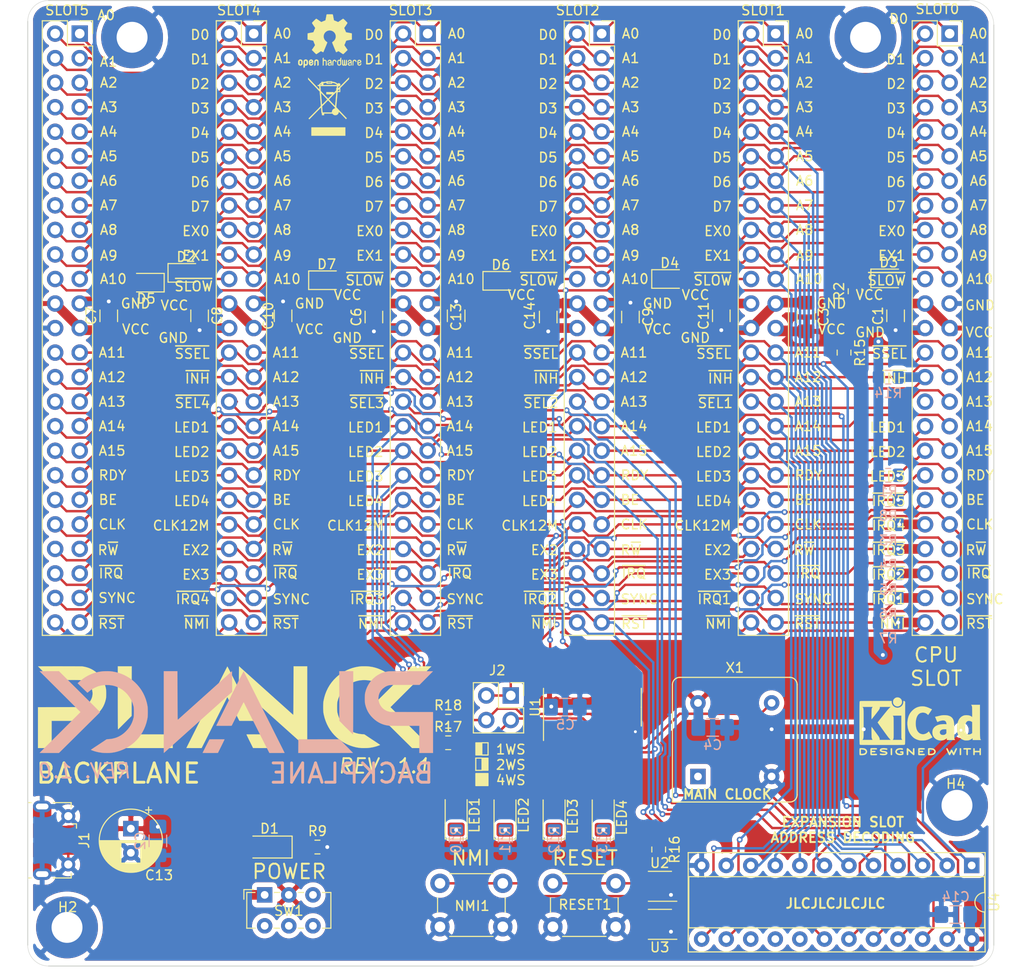
<source format=kicad_pcb>
(kicad_pcb (version 20171130) (host pcbnew "(5.1.6-0-10_14)")
  (layers (0 F.Cu signal) (31 B.Cu signal) (34 B.Paste user) (35 F.Paste user) (36 B.SilkS user hide) (37 F.SilkS user) (38 B.Mask user) (39 F.Mask user) (44 Edge.Cuts user))
  (net 0 "")
  (net 1 RDY)
  (net 2 A15)
  (net 3 A14)
  (net 4 A13)
  (net 5 A12)
  (net 6 A11)
  (net 7 GND)
  (net 8 +5V)
  (net 9 A10)
  (net 10 A9)
  (net 11 A8)
  (net 12 D7)
  (net 13 A7)
  (net 14 D6)
  (net 15 A6)
  (net 16 D5)
  (net 17 A5)
  (net 18 D4)
  (net 19 A4)
  (net 20 D3)
  (net 21 A3)
  (net 22 D2)
  (net 23 A2)
  (net 24 D1)
  (net 25 A1)
  (net 26 D0)
  (net 27 A0)
  (net 28 CLK)
  (net 29 BE)
  (net 30 SYNC)
  (net 31 EX1)
  (net 32 EX0)
  (net 33 "Net-(RESET1-Pad2)")
  (net 34 "Net-(NMI1-Pad2)")
  (net 35 "Net-(D1-Pad1)")
  (net 36 LED1)
  (net 37 LED2)
  (net 38 LED3)
  (net 39 LED4)
  (net 40 "Net-(LED1-Pad1)")
  (net 41 "Net-(LED2-Pad1)")
  (net 42 "Net-(LED3-Pad1)")
  (net 43 "Net-(LED4-Pad1)")
  (net 44 ~INH~)
  (net 45 ~RESET~)
  (net 46 R~W~)
  (net 47 "Net-(J1-Pad3)")
  (net 48 "Net-(J1-Pad4)")
  (net 49 "Net-(J1-Pad1)")
  (net 50 "Net-(J1-Pad2)")
  (net 51 "Net-(X1-Pad1)")
  (net 52 "Net-(SLOT0-Pad32)")
  (net 53 ~SSEL~)
  (net 54 ~IRQ4~)
  (net 55 ~IRQ3~)
  (net 56 ~IRQ2~)
  (net 57 ~IRQ1~)
  (net 58 ~NMI~)
  (net 59 ~IRQ~)
  (net 60 "Net-(R16-Pad2)")
  (net 61 CLK_12M)
  (net 62 "Net-(U1-Pad15)")
  (net 63 "Net-(U1-Pad13)")
  (net 64 "Net-(U1-Pad11)")
  (net 65 /CLK_24M)
  (net 66 "Net-(U4-Pad17)")
  (net 67 "Net-(U4-Pad16)")
  (net 68 "Net-(U4-Pad15)")
  (net 69 EX3)
  (net 70 EX2)
  (net 71 ~SLOW~)
  (net 72 ~SLOT1~)
  (net 73 ~SLOT2~)
  (net 74 ~SLOT3~)
  (net 75 ~SLOT4~)
  (net 76 ~SLOT5~)
  (net 77 /DS2)
  (net 78 /DS1)
  (net 79 ~IRQ5~)
  (net 80 "Net-(D2-Pad2)")
  (net 81 "Net-(D3-Pad2)")
  (net 82 "Net-(D4-Pad2)")
  (net 83 "Net-(D5-Pad2)")
  (net 84 "Net-(D6-Pad2)")
  (net 85 "Net-(D7-Pad2)")
  (module MountingHole:MountingHole_3.2mm_M3_Pad (layer F.Cu) (at 96.139 83.312)
    (fp_text reference H4 (at -0.127 -2.2225) (layer F.SilkS))
    (fp_text value MountingHole_Pad)
    (pad 1 thru_hole circle (at 0 0) (size 6.4 6.4) (drill 3.2) (layers *.Cu *.Mask) (net 7 GND))
  )
  (module MountingHole:MountingHole_3.2mm_M3_Pad (layer F.Cu) (at 10.795 3.81)
    (fp_text reference H3 (at 0.0635 -0.254) (layer F.SilkS))
    (fp_text value MountingHole_Pad)
    (pad 1 thru_hole circle (at 0 0) (size 6.4 6.4) (drill 3.2) (layers *.Cu *.Mask) (net 7 GND))
  )
  (module MountingHole:MountingHole_3.2mm_M3_Pad (layer F.Cu) (at 4.064 95.9485)
    (fp_text reference H2 (at 0.0635 -2.0955) (layer F.SilkS))
    (fp_text value MountingHole_Pad)
    (pad 1 thru_hole circle (at 0 0) (size 6.4 6.4) (drill 3.2) (layers *.Cu *.Mask) (net 7 GND))
  )
  (module MountingHole:MountingHole_3.2mm_M3_Pad (layer F.Cu) (at 86.6775 3.81)
    (fp_text reference H1 (at 0.0635 -0.127) (layer F.SilkS))
    (fp_text value MountingHole_Pad)
    (pad 1 thru_hole circle (at 0 0) (size 6.4 6.4) (drill 3.2) (layers *.Cu *.Mask) (net 7 GND))
  )
  (module Resistor_SMD:R_0805_2012Metric_Pad1.15x1.40mm_HandSolder (layer F.Cu) (at 43.4975 74.6125)
    (fp_text reference R18 (at 0 -1.65) (layer F.SilkS))
    (fp_text value 1k)
    (pad 2 smd roundrect (at 1.025 0) (size 1.15 1.4) (layers F.Cu F.Paste F.Mask) (roundrect_rratio 0.217391) (net 77 /DS2))
    (pad 1 smd roundrect (at -1.025 0) (size 1.15 1.4) (layers F.Cu F.Paste F.Mask) (roundrect_rratio 0.217391) (net 8 +5V))
  )
  (module Resistor_SMD:R_0805_2012Metric_Pad1.15x1.40mm_HandSolder (layer F.Cu) (at 43.4975 76.835)
    (fp_text reference R17 (at 0 -1.65) (layer F.SilkS))
    (fp_text value 1k)
    (pad 2 smd roundrect (at 1.025 0) (size 1.15 1.4) (layers F.Cu F.Paste F.Mask) (roundrect_rratio 0.217391) (net 78 /DS1))
    (pad 1 smd roundrect (at -1.025 0) (size 1.15 1.4) (layers F.Cu F.Paste F.Mask) (roundrect_rratio 0.217391) (net 8 +5V))
  )
  (module Diode_SMD:D_0805_2012Metric_Pad1.15x1.40mm_HandSolder (layer F.Cu) (at 30.9245 28.956)
    (fp_text reference D7 (at 0 -1.65) (layer F.SilkS))
    (fp_text value DIODE)
    (pad 2 smd roundrect (at 1.025 0) (size 1.15 1.4) (layers F.Cu F.Paste F.Mask) (roundrect_rratio 0.217391) (net 85 "Net-(D7-Pad2)"))
    (pad 1 smd roundrect (at -1.025 0) (size 1.15 1.4) (layers F.Cu F.Paste F.Mask) (roundrect_rratio 0.217391) (net 71 ~SLOW~))
  )
  (module Diode_SMD:D_0805_2012Metric_Pad1.15x1.40mm_HandSolder (layer F.Cu) (at 48.9585 29.0195)
    (fp_text reference D6 (at 0 -1.65) (layer F.SilkS))
    (fp_text value DIODE)
    (pad 2 smd roundrect (at 1.025 0) (size 1.15 1.4) (layers F.Cu F.Paste F.Mask) (roundrect_rratio 0.217391) (net 84 "Net-(D6-Pad2)"))
    (pad 1 smd roundrect (at -1.025 0) (size 1.15 1.4) (layers F.Cu F.Paste F.Mask) (roundrect_rratio 0.217391) (net 71 ~SLOW~))
  )
  (module Diode_SMD:D_0805_2012Metric_Pad1.15x1.40mm_HandSolder (layer F.Cu) (at 12.2555 29.21 180)
    (fp_text reference D5 (at 0 -1.65) (layer F.SilkS))
    (fp_text value DIODE)
    (pad 2 smd roundrect (at 1.025 0 180) (size 1.15 1.4) (layers F.Cu F.Paste F.Mask) (roundrect_rratio 0.217391) (net 83 "Net-(D5-Pad2)"))
    (pad 1 smd roundrect (at -1.025 0 180) (size 1.15 1.4) (layers F.Cu F.Paste F.Mask) (roundrect_rratio 0.217391) (net 71 ~SLOW~))
  )
  (module Diode_SMD:D_0805_2012Metric_Pad1.15x1.40mm_HandSolder (layer F.Cu) (at 66.421 28.829)
    (fp_text reference D4 (at 0 -1.65) (layer F.SilkS))
    (fp_text value DIODE)
    (pad 2 smd roundrect (at 1.025 0) (size 1.15 1.4) (layers F.Cu F.Paste F.Mask) (roundrect_rratio 0.217391) (net 82 "Net-(D4-Pad2)"))
    (pad 1 smd roundrect (at -1.025 0) (size 1.15 1.4) (layers F.Cu F.Paste F.Mask) (roundrect_rratio 0.217391) (net 71 ~SLOW~))
  )
  (module Diode_SMD:D_0805_2012Metric_Pad1.15x1.40mm_HandSolder (layer F.Cu) (at 89.0905 28.7655)
    (fp_text reference D3 (at 0 -1.65) (layer F.SilkS))
    (fp_text value DIODE)
    (pad 2 smd roundrect (at 1.025 0) (size 1.15 1.4) (layers F.Cu F.Paste F.Mask) (roundrect_rratio 0.217391) (net 81 "Net-(D3-Pad2)"))
    (pad 1 smd roundrect (at -1.025 0) (size 1.15 1.4) (layers F.Cu F.Paste F.Mask) (roundrect_rratio 0.217391) (net 71 ~SLOW~))
  )
  (module Diode_SMD:D_0805_2012Metric_Pad1.15x1.40mm_HandSolder (layer F.Cu) (at 16.374 28.194)
    (fp_text reference D2 (at 0 -1.65) (layer F.SilkS))
    (fp_text value DIODE)
    (pad 2 smd roundrect (at 1.025 0) (size 1.15 1.4) (layers F.Cu F.Paste F.Mask) (roundrect_rratio 0.217391) (net 80 "Net-(D2-Pad2)"))
    (pad 1 smd roundrect (at -1.025 0) (size 1.15 1.4) (layers F.Cu F.Paste F.Mask) (roundrect_rratio 0.217391) (net 71 ~SLOW~))
  )
  (module Connector_PinHeader_2.54mm:PinHeader_2x02_P2.54mm_Vertical (layer F.Cu) (at 49.9745 71.9455 270)
    (fp_text reference J2 (at -2.6035 1.397 180) (layer F.SilkS))
    (fp_text value Conn_02x02_Odd_Even)
    (pad 4 thru_hole oval (at 2.54 2.54 270) (size 1.7 1.7) (drill 1) (layers *.Cu *.Mask) (net 77 /DS2))
    (pad 3 thru_hole oval (at 0 2.54 270) (size 1.7 1.7) (drill 1) (layers *.Cu *.Mask) (net 71 ~SLOW~))
    (pad 2 thru_hole oval (at 2.54 0 270) (size 1.7 1.7) (drill 1) (layers *.Cu *.Mask) (net 78 /DS1))
    (pad 1 thru_hole rect (at 0 0 270) (size 1.7 1.7) (drill 1) (layers *.Cu *.Mask) (net 71 ~SLOW~))
  )
  (module Capacitor_SMD:C_1206_3216Metric_Pad1.42x1.75mm_HandSolder (layer B.Cu) (at 13.462 86.995 270)
    (fp_text reference C2 (at 0 1.82 270) (layer B.SilkS) (effects (justify mirror)))
    (fp_text value C_Small)
    (pad 2 smd roundrect (at 1.4875 0 270) (size 1.425 1.75) (layers B.Cu B.Paste B.Mask) (roundrect_rratio 0.175439) (net 7 GND))
    (pad 1 smd roundrect (at -1.4875 0 270) (size 1.425 1.75) (layers B.Cu B.Paste B.Mask) (roundrect_rratio 0.175439) (net 8 +5V))
  )
  (module logo:logo-big (layer F.Cu) (at 21.3995 73.152)
    (fp_text reference G*** hide)
    (fp_text value LOGO hide)
  )
  (module Package_SO:SOIC-16_3.9x9.9mm_P1.27mm (layer F.Cu) (at 58.42 73.152 90)
    (fp_text reference U1 (at 0 -5.9 90) (layer F.SilkS))
    (fp_text value 74AC161)
    (pad 16 smd roundrect (at 2.475 -4.445 90) (size 1.95 0.6) (layers F.Cu F.Paste F.Mask) (net 8 +5V))
    (pad 15 smd roundrect (at 2.475 -3.175 90) (size 1.95 0.6) (layers F.Cu F.Paste F.Mask) (net 62 "Net-(U1-Pad15)"))
    (pad 14 smd roundrect (at 2.475 -1.905 90) (size 1.95 0.6) (layers F.Cu F.Paste F.Mask) (net 61 CLK_12M))
    (pad 13 smd roundrect (at 2.475 -0.635 90) (size 1.95 0.6) (layers F.Cu F.Paste F.Mask) (net 63 "Net-(U1-Pad13)"))
    (pad 12 smd roundrect (at 2.475 0.635 90) (size 1.95 0.6) (layers F.Cu F.Paste F.Mask) (net 28 CLK))
    (pad 11 smd roundrect (at 2.475 1.905 90) (size 1.95 0.6) (layers F.Cu F.Paste F.Mask) (net 64 "Net-(U1-Pad11)"))
    (pad 10 smd roundrect (at 2.475 3.175 90) (size 1.95 0.6) (layers F.Cu F.Paste F.Mask) (net 8 +5V))
    (pad 9 smd roundrect (at 2.475 4.445 90) (size 1.95 0.6) (layers F.Cu F.Paste F.Mask) (net 64 "Net-(U1-Pad11)"))
    (pad 8 smd roundrect (at -2.475 4.445 90) (size 1.95 0.6) (layers F.Cu F.Paste F.Mask) (net 7 GND))
    (pad 7 smd roundrect (at -2.475 3.175 90) (size 1.95 0.6) (layers F.Cu F.Paste F.Mask) (net 8 +5V))
    (pad 6 smd roundrect (at -2.475 1.905 90) (size 1.95 0.6) (layers F.Cu F.Paste F.Mask) (net 8 +5V))
    (pad 5 smd roundrect (at -2.475 0.635 90) (size 1.95 0.6) (layers F.Cu F.Paste F.Mask) (net 77 /DS2))
    (pad 4 smd roundrect (at -2.475 -0.635 90) (size 1.95 0.6) (layers F.Cu F.Paste F.Mask) (net 78 /DS1))
    (pad 3 smd roundrect (at -2.475 -1.905 90) (size 1.95 0.6) (layers F.Cu F.Paste F.Mask) (net 8 +5V))
    (pad 2 smd roundrect (at -2.475 -3.175 90) (size 1.95 0.6) (layers F.Cu F.Paste F.Mask) (net 65 /CLK_24M))
    (pad 1 smd roundrect (at -2.475 -4.445 90) (size 1.95 0.6) (layers F.Cu F.Paste F.Mask) (net 45 ~RESET~))
  )
  (module Capacitor_SMD:C_1206_3216Metric_Pad1.42x1.75mm_HandSolder (layer B.Cu) (at 55.626 73.152)
    (fp_text reference C5 (at 0 1.82) (layer B.SilkS) (effects (justify mirror)))
    (fp_text value C_Small)
    (pad 2 smd roundrect (at 1.4875 0) (size 1.425 1.75) (layers B.Cu B.Paste B.Mask) (roundrect_rratio 0.175439) (net 7 GND))
    (pad 1 smd roundrect (at -1.4875 0) (size 1.425 1.75) (layers B.Cu B.Paste B.Mask) (roundrect_rratio 0.175439) (net 8 +5V))
  )
  (module Resistor_SMD:R_0805_2012Metric_Pad1.15x1.40mm_HandSolder (layer F.Cu) (at 65.278 87.884 270)
    (fp_text reference R16 (at 0 -1.65 90) (layer F.SilkS))
    (fp_text value 4.7k)
    (pad 2 smd roundrect (at 1.025 0 270) (size 1.15 1.4) (layers F.Cu F.Paste F.Mask) (roundrect_rratio 0.217391) (net 60 "Net-(R16-Pad2)"))
    (pad 1 smd roundrect (at -1.025 0 270) (size 1.15 1.4) (layers F.Cu F.Paste F.Mask) (roundrect_rratio 0.217391) (net 58 ~NMI~))
  )
  (module Resistor_SMD:R_0805_2012Metric_Pad1.15x1.40mm_HandSolder (layer F.Cu) (at 84.455 36.449 270)
    (fp_text reference R15 (at 0 -1.65 90) (layer F.SilkS))
    (fp_text value 1k)
    (pad 2 smd roundrect (at 1.025 0 270) (size 1.15 1.4) (layers F.Cu F.Paste F.Mask) (roundrect_rratio 0.217391) (net 53 ~SSEL~))
    (pad 1 smd roundrect (at -1.025 0 270) (size 1.15 1.4) (layers F.Cu F.Paste F.Mask) (roundrect_rratio 0.217391) (net 8 +5V))
  )
  (module Oscillator:Oscillator_DIP-8 (layer F.Cu) (at 69.342 80.3275)
    (fp_text reference X1 (at 3.81 -11.26) (layer F.SilkS))
    (fp_text value 24MHz)
    (pad 4 thru_hole circle (at 7.62 0) (size 1.6 1.6) (drill 0.8) (layers *.Cu *.Mask) (net 7 GND))
    (pad 5 thru_hole circle (at 7.62 -7.62) (size 1.6 1.6) (drill 0.8) (layers *.Cu *.Mask) (net 65 /CLK_24M))
    (pad 8 thru_hole circle (at 0 -7.62) (size 1.6 1.6) (drill 0.8) (layers *.Cu *.Mask) (net 8 +5V))
    (pad 1 thru_hole rect (at 0 0) (size 1.6 1.6) (drill 0.8) (layers *.Cu *.Mask) (net 51 "Net-(X1-Pad1)"))
  )
  (module Capacitor_SMD:C_1206_3216Metric_Pad1.42x1.75mm_HandSolder (layer B.Cu) (at 70.866 75.2475)
    (fp_text reference C4 (at 0 1.82) (layer B.SilkS) (effects (justify mirror)))
    (fp_text value C_Small)
    (pad 2 smd roundrect (at 1.4875 0) (size 1.425 1.75) (layers B.Cu B.Paste B.Mask) (roundrect_rratio 0.175439) (net 7 GND))
    (pad 1 smd roundrect (at -1.4875 0) (size 1.425 1.75) (layers B.Cu B.Paste B.Mask) (roundrect_rratio 0.175439) (net 8 +5V))
  )
  (module logo:logo-big (layer B.Cu) (at 21.59 73.66 180)
    (fp_text reference G*** hide)
    (fp_text value LOGO hide)
  )
  (module Connector_USB:USB_Micro-B_Molex-105017-0001 (layer F.Cu) (at 2.7305 86.9315 270)
    (fp_text reference J1 (at 0 -3.1125 90) (layer F.SilkS))
    (fp_text value USB_B_Micro)
    (pad 6 smd rect (at -2.9 1.2375 270) (size 1.2 1.9) (layers F.Cu F.Mask) (net 7 GND))
    (pad 6 smd rect (at 2.9 1.2375 270) (size 1.2 1.9) (layers F.Cu F.Mask) (net 7 GND))
    (pad 6 thru_hole oval (at 3.5 1.2375 270) (size 1.2 1.9) (drill oval 0.6 1.3) (layers *.Cu *.Mask) (net 7 GND))
    (pad 6 thru_hole oval (at -3.5 1.2375 90) (size 1.2 1.9) (drill oval 0.6 1.3) (layers *.Cu *.Mask) (net 7 GND))
    (pad 6 smd rect (at -1 1.2375 270) (size 1.5 1.9) (layers F.Cu F.Paste F.Mask) (net 7 GND))
    (pad 6 thru_hole circle (at 2.5 -1.4625 270) (size 1.45 1.45) (drill 0.85) (layers *.Cu *.Mask) (net 7 GND))
    (pad 3 smd rect (at 0 -1.4625 270) (size 0.4 1.35) (layers F.Cu F.Paste F.Mask) (net 47 "Net-(J1-Pad3)"))
    (pad 4 smd rect (at 0.65 -1.4625 270) (size 0.4 1.35) (layers F.Cu F.Paste F.Mask) (net 48 "Net-(J1-Pad4)"))
    (pad 5 smd rect (at 1.3 -1.4625 270) (size 0.4 1.35) (layers F.Cu F.Paste F.Mask) (net 7 GND))
    (pad 1 smd rect (at -1.3 -1.4625 270) (size 0.4 1.35) (layers F.Cu F.Paste F.Mask) (net 49 "Net-(J1-Pad1)"))
    (pad 2 smd rect (at -0.65 -1.4625 270) (size 0.4 1.35) (layers F.Cu F.Paste F.Mask) (net 50 "Net-(J1-Pad2)"))
    (pad 6 thru_hole circle (at -2.5 -1.4625 270) (size 1.45 1.45) (drill 0.85) (layers *.Cu *.Mask) (net 7 GND))
    (pad 6 smd rect (at 1 1.2375 270) (size 1.5 1.9) (layers F.Cu F.Paste F.Mask) (net 7 GND))
  )
  (module Resistor_SMD:R_0805_2012Metric_Pad1.15x1.40mm_HandSolder (layer B.Cu) (at 89.027 38.989)
    (fp_text reference R14 (at 0 1.65) (layer B.SilkS) (effects (justify mirror)))
    (fp_text value 1k)
    (pad 2 smd roundrect (at 1.025 0) (size 1.15 1.4) (layers B.Cu B.Paste B.Mask) (roundrect_rratio 0.217391) (net 44 ~INH~))
    (pad 1 smd roundrect (at -1.025 0) (size 1.15 1.4) (layers B.Cu B.Paste B.Mask) (roundrect_rratio 0.217391) (net 8 +5V))
  )
  (module Capacitor_SMD:C_1206_3216Metric_Pad1.42x1.75mm_HandSolder (layer F.Cu) (at 80.518 32.766 270)
    (fp_text reference C3 (at 0 -1.82 90) (layer F.SilkS))
    (fp_text value C_Small)
    (pad 2 smd roundrect (at 1.4875 0 270) (size 1.425 1.75) (layers F.Cu F.Paste F.Mask) (roundrect_rratio 0.175439) (net 8 +5V))
    (pad 1 smd roundrect (at -1.4875 0 270) (size 1.425 1.75) (layers F.Cu F.Paste F.Mask) (roundrect_rratio 0.175439) (net 7 GND))
  )
  (module Package_DIP:DIP-24_W7.62mm_Socket (layer F.Cu) (at 97.663 89.535 270)
    (fp_text reference U4 (at 3.81 -2.33 90) (layer F.SilkS))
    (fp_text value PAL24)
    (pad 24 thru_hole oval (at 7.62 0 270) (size 1.6 1.6) (drill 0.8) (layers *.Cu *.Mask) (net 8 +5V))
    (pad 12 thru_hole oval (at 0 27.94 270) (size 1.6 1.6) (drill 0.8) (layers *.Cu *.Mask) (net 7 GND))
    (pad 23 thru_hole oval (at 7.62 2.54 270) (size 1.6 1.6) (drill 0.8) (layers *.Cu *.Mask) (net 72 ~SLOT1~))
    (pad 11 thru_hole oval (at 0 25.4 270) (size 1.6 1.6) (drill 0.8) (layers *.Cu *.Mask) (net 4 A13))
    (pad 22 thru_hole oval (at 7.62 5.08 270) (size 1.6 1.6) (drill 0.8) (layers *.Cu *.Mask) (net 73 ~SLOT2~))
    (pad 10 thru_hole oval (at 0 22.86 270) (size 1.6 1.6) (drill 0.8) (layers *.Cu *.Mask) (net 5 A12))
    (pad 21 thru_hole oval (at 7.62 7.62 270) (size 1.6 1.6) (drill 0.8) (layers *.Cu *.Mask) (net 74 ~SLOT3~))
    (pad 9 thru_hole oval (at 0 20.32 270) (size 1.6 1.6) (drill 0.8) (layers *.Cu *.Mask) (net 6 A11))
    (pad 20 thru_hole oval (at 7.62 10.16 270) (size 1.6 1.6) (drill 0.8) (layers *.Cu *.Mask) (net 75 ~SLOT4~))
    (pad 8 thru_hole oval (at 0 17.78 270) (size 1.6 1.6) (drill 0.8) (layers *.Cu *.Mask) (net 9 A10))
    (pad 19 thru_hole oval (at 7.62 12.7 270) (size 1.6 1.6) (drill 0.8) (layers *.Cu *.Mask) (net 76 ~SLOT5~))
    (pad 7 thru_hole oval (at 0 15.24 270) (size 1.6 1.6) (drill 0.8) (layers *.Cu *.Mask) (net 10 A9))
    (pad 18 thru_hole oval (at 7.62 15.24 270) (size 1.6 1.6) (drill 0.8) (layers *.Cu *.Mask) (net 53 ~SSEL~))
    (pad 6 thru_hole oval (at 0 12.7 270) (size 1.6 1.6) (drill 0.8) (layers *.Cu *.Mask) (net 11 A8))
    (pad 17 thru_hole oval (at 7.62 17.78 270) (size 1.6 1.6) (drill 0.8) (layers *.Cu *.Mask) (net 66 "Net-(U4-Pad17)"))
    (pad 5 thru_hole oval (at 0 10.16 270) (size 1.6 1.6) (drill 0.8) (layers *.Cu *.Mask) (net 13 A7))
    (pad 16 thru_hole oval (at 7.62 20.32 270) (size 1.6 1.6) (drill 0.8) (layers *.Cu *.Mask) (net 67 "Net-(U4-Pad16)"))
    (pad 4 thru_hole oval (at 0 7.62 270) (size 1.6 1.6) (drill 0.8) (layers *.Cu *.Mask) (net 15 A6))
    (pad 15 thru_hole oval (at 7.62 22.86 270) (size 1.6 1.6) (drill 0.8) (layers *.Cu *.Mask) (net 68 "Net-(U4-Pad15)"))
    (pad 3 thru_hole oval (at 0 5.08 270) (size 1.6 1.6) (drill 0.8) (layers *.Cu *.Mask) (net 17 A5))
    (pad 14 thru_hole oval (at 7.62 25.4 270) (size 1.6 1.6) (drill 0.8) (layers *.Cu *.Mask) (net 2 A15))
    (pad 2 thru_hole oval (at 0 2.54 270) (size 1.6 1.6) (drill 0.8) (layers *.Cu *.Mask) (net 19 A4))
    (pad 13 thru_hole oval (at 7.62 27.94 270) (size 1.6 1.6) (drill 0.8) (layers *.Cu *.Mask) (net 3 A14))
    (pad 1 thru_hole rect (at 0 0 270) (size 1.6 1.6) (drill 0.8) (layers *.Cu *.Mask) (net 28 CLK))
  )
  (module Capacitor_SMD:C_1206_3216Metric_Pad1.42x1.75mm_HandSolder (layer B.Cu) (at 96.012 94.615 180)
    (fp_text reference C14 (at 0 1.82) (layer B.SilkS) (effects (justify mirror)))
    (fp_text value C_Small)
    (pad 2 smd roundrect (at 1.4875 0 180) (size 1.425 1.75) (layers B.Cu B.Paste B.Mask) (roundrect_rratio 0.175439) (net 7 GND))
    (pad 1 smd roundrect (at -1.4875 0 180) (size 1.425 1.75) (layers B.Cu B.Paste B.Mask) (roundrect_rratio 0.175439) (net 8 +5V))
  )
  (module Symbol:OSHW-Logo2_7.3x6mm_SilkScreen (layer F.Cu) (at 31.242 4.191)
    (fp_text reference REF** hide)
    (fp_text value OSHW-Logo2_7.3x6mm_SilkScreen hide)
  )
  (module LED_SMD:LED_1206_3216Metric_Pad1.42x1.75mm_HandSolder (layer F.Cu) (at 59.5376 84.3534 90)
    (fp_text reference LED4 (at -0.2286 1.9304 90) (layer F.SilkS))
    (fp_text value LED)
    (pad 2 smd roundrect (at 1.4875 0 90) (size 1.425 1.75) (layers F.Cu F.Paste F.Mask) (roundrect_rratio 0.175439) (net 39 LED4))
    (pad 1 smd roundrect (at -1.4875 0 90) (size 1.425 1.75) (layers F.Cu F.Paste F.Mask) (roundrect_rratio 0.175439) (net 43 "Net-(LED4-Pad1)"))
  )
  (module LED_SMD:LED_1206_3216Metric_Pad1.42x1.75mm_HandSolder (layer F.Cu) (at 54.4576 84.3534 90)
    (fp_text reference LED3 (at -0.1016 1.9304 90) (layer F.SilkS))
    (fp_text value LED)
    (pad 2 smd roundrect (at 1.4875 0 90) (size 1.425 1.75) (layers F.Cu F.Paste F.Mask) (roundrect_rratio 0.175439) (net 38 LED3))
    (pad 1 smd roundrect (at -1.4875 0 90) (size 1.425 1.75) (layers F.Cu F.Paste F.Mask) (roundrect_rratio 0.175439) (net 42 "Net-(LED3-Pad1)"))
  )
  (module LED_SMD:LED_1206_3216Metric_Pad1.42x1.75mm_HandSolder (layer F.Cu) (at 49.3776 84.3534 90)
    (fp_text reference LED2 (at 0.0254 1.9304 90) (layer F.SilkS))
    (fp_text value LED)
    (pad 2 smd roundrect (at 1.4875 0 90) (size 1.425 1.75) (layers F.Cu F.Paste F.Mask) (roundrect_rratio 0.175439) (net 37 LED2))
    (pad 1 smd roundrect (at -1.4875 0 90) (size 1.425 1.75) (layers F.Cu F.Paste F.Mask) (roundrect_rratio 0.175439) (net 41 "Net-(LED2-Pad1)"))
  )
  (module LED_SMD:LED_1206_3216Metric_Pad1.42x1.75mm_HandSolder (layer F.Cu) (at 44.323 84.328 90)
    (fp_text reference LED1 (at 0 1.905 90) (layer F.SilkS))
    (fp_text value LED)
    (pad 2 smd roundrect (at 1.4875 0 90) (size 1.425 1.75) (layers F.Cu F.Paste F.Mask) (roundrect_rratio 0.175439) (net 36 LED1))
    (pad 1 smd roundrect (at -1.4875 0 90) (size 1.425 1.75) (layers F.Cu F.Paste F.Mask) (roundrect_rratio 0.175439) (net 40 "Net-(LED1-Pad1)"))
  )
  (module Resistor_SMD:R_0805_2012Metric_Pad1.15x1.40mm_HandSolder (layer B.Cu) (at 59.563 86.868 270)
    (fp_text reference R13 (at 0 0.127 270) (layer B.SilkS) (effects (justify mirror)))
    (fp_text value 470R)
    (pad 2 smd roundrect (at 1.025 0 270) (size 1.15 1.4) (layers B.Cu B.Paste B.Mask) (roundrect_rratio 0.217391) (net 7 GND))
    (pad 1 smd roundrect (at -1.025 0 270) (size 1.15 1.4) (layers B.Cu B.Paste B.Mask) (roundrect_rratio 0.217391) (net 43 "Net-(LED4-Pad1)"))
  )
  (module Resistor_SMD:R_0805_2012Metric_Pad1.15x1.40mm_HandSolder (layer B.Cu) (at 54.483 86.868 270)
    (fp_text reference R12 (at 0 0 270) (layer B.SilkS) (effects (justify mirror)))
    (fp_text value 470R)
    (pad 2 smd roundrect (at 1.025 0 270) (size 1.15 1.4) (layers B.Cu B.Paste B.Mask) (roundrect_rratio 0.217391) (net 7 GND))
    (pad 1 smd roundrect (at -1.025 0 270) (size 1.15 1.4) (layers B.Cu B.Paste B.Mask) (roundrect_rratio 0.217391) (net 42 "Net-(LED3-Pad1)"))
  )
  (module Resistor_SMD:R_0805_2012Metric_Pad1.15x1.40mm_HandSolder (layer B.Cu) (at 49.403 86.868 270)
    (fp_text reference R11 (at 0 0 270) (layer B.SilkS) (effects (justify mirror)))
    (fp_text value 470R)
    (pad 2 smd roundrect (at 1.025 0 270) (size 1.15 1.4) (layers B.Cu B.Paste B.Mask) (roundrect_rratio 0.217391) (net 7 GND))
    (pad 1 smd roundrect (at -1.025 0 270) (size 1.15 1.4) (layers B.Cu B.Paste B.Mask) (roundrect_rratio 0.217391) (net 41 "Net-(LED2-Pad1)"))
  )
  (module Resistor_SMD:R_0805_2012Metric_Pad1.15x1.40mm_HandSolder (layer B.Cu) (at 44.323 86.868 270)
    (fp_text reference R10 (at 0 0 270) (layer B.SilkS) (effects (justify mirror)))
    (fp_text value 470R)
    (pad 2 smd roundrect (at 1.025 0 270) (size 1.15 1.4) (layers B.Cu B.Paste B.Mask) (roundrect_rratio 0.217391) (net 7 GND))
    (pad 1 smd roundrect (at -1.025 0 270) (size 1.15 1.4) (layers B.Cu B.Paste B.Mask) (roundrect_rratio 0.217391) (net 40 "Net-(LED1-Pad1)"))
  )
  (module Symbol:WEEE-Logo_4.2x6mm_SilkScreen (layer F.Cu) (at 31.115 10.9855)
    (fp_text reference REF** hide)
    (fp_text value WEEE-Logo_4.2x6mm_SilkScreen hide)
  )
  (module Symbol:KiCad-Logo2_5mm_SilkScreen (layer F.Cu) (at 92.329 75.1205)
    (fp_text reference REF** hide)
    (fp_text value KiCad-Logo2_5mm_SilkScreen hide)
  )
  (module Resistor_SMD:R_0805_2012Metric_Pad1.15x1.40mm_HandSolder (layer F.Cu) (at 29.972 87.63)
    (fp_text reference R9 (at 0 -1.65) (layer F.SilkS))
    (fp_text value 470R)
    (pad 2 smd roundrect (at 1.025 0) (size 1.15 1.4) (layers F.Cu F.Paste F.Mask) (roundrect_rratio 0.217391) (net 7 GND))
    (pad 1 smd roundrect (at -1.025 0) (size 1.15 1.4) (layers F.Cu F.Paste F.Mask) (roundrect_rratio 0.217391) (net 35 "Net-(D1-Pad1)"))
  )
  (module LED_SMD:LED_1206_3216Metric_Pad1.42x1.75mm_HandSolder (layer F.Cu) (at 24.892 87.63 180)
    (fp_text reference D1 (at -0.127 1.905) (layer F.SilkS))
    (fp_text value LED)
    (pad 2 smd roundrect (at 1.4875 0 180) (size 1.425 1.75) (layers F.Cu F.Paste F.Mask) (roundrect_rratio 0.175439) (net 8 +5V))
    (pad 1 smd roundrect (at -1.4875 0 180) (size 1.425 1.75) (layers F.Cu F.Paste F.Mask) (roundrect_rratio 0.175439) (net 35 "Net-(D1-Pad1)"))
  )
  (module Button_Switch_THT:SW_PUSH_6mm (layer F.Cu) (at 60.833 95.885 180)
    (fp_text reference RESET1 (at 3.175 2.286) (layer F.SilkS))
    (fp_text value SW_Push)
    (pad 1 thru_hole circle (at 6.5 0 270) (size 2 2) (drill 1.1) (layers *.Cu *.Mask) (net 7 GND))
    (pad 2 thru_hole circle (at 6.5 4.5 270) (size 2 2) (drill 1.1) (layers *.Cu *.Mask) (net 33 "Net-(RESET1-Pad2)"))
    (pad 1 thru_hole circle (at 0 0 270) (size 2 2) (drill 1.1) (layers *.Cu *.Mask) (net 7 GND))
    (pad 2 thru_hole circle (at 0 4.5 270) (size 2 2) (drill 1.1) (layers *.Cu *.Mask) (net 33 "Net-(RESET1-Pad2)"))
  )
  (module Button_Switch_THT:SW_PUSH_6mm (layer F.Cu) (at 49.149 95.885 180)
    (fp_text reference NMI1 (at 3.175 2.159) (layer F.SilkS))
    (fp_text value SW_Push)
    (pad 1 thru_hole circle (at 6.5 0 270) (size 2 2) (drill 1.1) (layers *.Cu *.Mask) (net 7 GND))
    (pad 2 thru_hole circle (at 6.5 4.5 270) (size 2 2) (drill 1.1) (layers *.Cu *.Mask) (net 34 "Net-(NMI1-Pad2)"))
    (pad 1 thru_hole circle (at 0 0 270) (size 2 2) (drill 1.1) (layers *.Cu *.Mask) (net 7 GND))
    (pad 2 thru_hole circle (at 0 4.5 270) (size 2 2) (drill 1.1) (layers *.Cu *.Mask) (net 34 "Net-(NMI1-Pad2)"))
  )
  (module Package_TO_SOT_SMD:SOT-143 (layer F.Cu) (at 65.405 95.631 180)
    (fp_text reference U3 (at 0.02 -2.38) (layer F.SilkS))
    (fp_text value MAX811SEUS-T)
    (pad 4 smd rect (at 1.1 -0.95 90) (size 1 1.4) (layers F.Cu F.Paste F.Mask) (net 8 +5V))
    (pad 3 smd rect (at 1.1 0.95 90) (size 1 1.4) (layers F.Cu F.Paste F.Mask) (net 34 "Net-(NMI1-Pad2)"))
    (pad 2 smd rect (at -1.1 0.95 90) (size 1 1.4) (layers F.Cu F.Paste F.Mask) (net 60 "Net-(R16-Pad2)"))
    (pad 1 smd rect (at -1.1 -0.77 90) (size 1.2 1.4) (layers F.Cu F.Paste F.Mask) (net 7 GND))
  )
  (module Package_TO_SOT_SMD:SOT-143 (layer F.Cu) (at 65.405 91.694 180)
    (fp_text reference U2 (at 0.02 2.413) (layer F.SilkS))
    (fp_text value MAX811SEUS-T)
    (pad 4 smd rect (at 1.1 -0.95 90) (size 1 1.4) (layers F.Cu F.Paste F.Mask) (net 8 +5V))
    (pad 3 smd rect (at 1.1 0.95 90) (size 1 1.4) (layers F.Cu F.Paste F.Mask) (net 33 "Net-(RESET1-Pad2)"))
    (pad 2 smd rect (at -1.1 0.95 90) (size 1 1.4) (layers F.Cu F.Paste F.Mask) (net 45 ~RESET~))
    (pad 1 smd rect (at -1.1 -0.77 90) (size 1.2 1.4) (layers F.Cu F.Paste F.Mask) (net 7 GND))
  )
  (module Capacitor_THT:CP_Radial_D6.3mm_P2.50mm (layer F.Cu) (at 10.668 85.725 270)
    (fp_text reference C13 (at 4.826 -2.921) (layer F.SilkS))
    (fp_text value C_Small)
    (pad 2 thru_hole circle (at 2.5 0 270) (size 1.6 1.6) (drill 0.8) (layers *.Cu *.Mask) (net 7 GND))
    (pad 1 thru_hole rect (at 0 0 270) (size 1.6 1.6) (drill 0.8) (layers *.Cu *.Mask) (net 8 +5V))
  )
  (module Button_Switch_THT:SW_E-Switch_EG1271_DPDT (layer F.Cu) (at 24.511 92.583)
    (fp_text reference SW1 (at 2.5 1.651) (layer F.SilkS))
    (fp_text value SW_SPST)
    (pad 6 thru_hole circle (at 5 3.2) (size 1.6 1.6) (drill 0.8) (layers *.Cu *.Mask))
    (pad 5 thru_hole circle (at 2.5 3.2) (size 1.6 1.6) (drill 0.8) (layers *.Cu *.Mask))
    (pad 4 thru_hole circle (at 0 3.2) (size 1.6 1.6) (drill 0.8) (layers *.Cu *.Mask))
    (pad 3 thru_hole circle (at 5 0) (size 1.6 1.6) (drill 0.8) (layers *.Cu *.Mask))
    (pad 2 thru_hole circle (at 2.5 0) (size 1.6 1.6) (drill 0.8) (layers *.Cu *.Mask) (net 8 +5V))
    (pad 1 thru_hole rect (at 0 0) (size 1.6 1.6) (drill 0.8) (layers *.Cu *.Mask) (net 49 "Net-(J1-Pad1)"))
  )
  (module Capacitor_SMD:C_1206_3216Metric_Pad1.42x1.75mm_HandSolder (layer F.Cu) (at 71.755 32.639 90)
    (fp_text reference C11 (at 0 -1.82 90) (layer F.SilkS))
    (fp_text value C_Small)
    (pad 2 smd roundrect (at 1.4875 0 90) (size 1.425 1.75) (layers F.Cu F.Paste F.Mask) (roundrect_rratio 0.175439) (net 8 +5V))
    (pad 1 smd roundrect (at -1.4875 0 90) (size 1.425 1.75) (layers F.Cu F.Paste F.Mask) (roundrect_rratio 0.175439) (net 7 GND))
  )
  (module Capacitor_SMD:C_1206_3216Metric_Pad1.42x1.75mm_HandSolder (layer F.Cu) (at 26.416 32.639 90)
    (fp_text reference C10 (at 0 -1.524 90) (layer F.SilkS))
    (fp_text value C_Small)
    (pad 2 smd roundrect (at 1.4875 0 90) (size 1.425 1.75) (layers F.Cu F.Paste F.Mask) (roundrect_rratio 0.175439) (net 7 GND))
    (pad 1 smd roundrect (at -1.4875 0 90) (size 1.425 1.75) (layers F.Cu F.Paste F.Mask) (roundrect_rratio 0.175439) (net 8 +5V))
  )
  (module Capacitor_SMD:C_1206_3216Metric_Pad1.42x1.75mm_HandSolder (layer F.Cu) (at 62.357 32.766 270)
    (fp_text reference C9 (at 0 -1.82 90) (layer F.SilkS))
    (fp_text value C_Small)
    (pad 2 smd roundrect (at 1.4875 0 270) (size 1.425 1.75) (layers F.Cu F.Paste F.Mask) (roundrect_rratio 0.175439) (net 8 +5V))
    (pad 1 smd roundrect (at -1.4875 0 270) (size 1.425 1.75) (layers F.Cu F.Paste F.Mask) (roundrect_rratio 0.175439) (net 7 GND))
  )
  (module Capacitor_SMD:C_1206_3216Metric_Pad1.42x1.75mm_HandSolder (layer F.Cu) (at 17.78 32.639 270)
    (fp_text reference C8 (at 0 -1.82 90) (layer F.SilkS))
    (fp_text value C_Small)
    (pad 2 smd roundrect (at 1.4875 0 270) (size 1.425 1.75) (layers F.Cu F.Paste F.Mask) (roundrect_rratio 0.175439) (net 7 GND))
    (pad 1 smd roundrect (at -1.4875 0 270) (size 1.425 1.75) (layers F.Cu F.Paste F.Mask) (roundrect_rratio 0.175439) (net 8 +5V))
  )
  (module Capacitor_SMD:C_1206_3216Metric_Pad1.42x1.75mm_HandSolder (layer F.Cu) (at 8.382 32.639 90)
    (fp_text reference C7 (at 0 -1.82 90) (layer F.SilkS))
    (fp_text value C_Small)
    (pad 2 smd roundrect (at 1.4875 0 90) (size 1.425 1.75) (layers F.Cu F.Paste F.Mask) (roundrect_rratio 0.175439) (net 7 GND))
    (pad 1 smd roundrect (at -1.4875 0 90) (size 1.425 1.75) (layers F.Cu F.Paste F.Mask) (roundrect_rratio 0.175439) (net 8 +5V))
  )
  (module Capacitor_SMD:C_1206_3216Metric_Pad1.42x1.75mm_HandSolder (layer F.Cu) (at 35.814 32.766 90)
    (fp_text reference C6 (at 0 -1.82 90) (layer F.SilkS))
    (fp_text value C_Small)
    (pad 2 smd roundrect (at 1.4875 0 90) (size 1.425 1.75) (layers F.Cu F.Paste F.Mask) (roundrect_rratio 0.175439) (net 8 +5V))
    (pad 1 smd roundrect (at -1.4875 0 90) (size 1.425 1.75) (layers F.Cu F.Paste F.Mask) (roundrect_rratio 0.175439) (net 7 GND))
  )
  (module Capacitor_SMD:C_1206_3216Metric_Pad1.42x1.75mm_HandSolder (layer F.Cu) (at 53.848 32.766 270)
    (fp_text reference C14 (at -0.127 1.905 90) (layer F.SilkS))
    (fp_text value C_Small)
    (pad 2 smd roundrect (at 1.4875 0 270) (size 1.425 1.75) (layers F.Cu F.Paste F.Mask) (roundrect_rratio 0.175439) (net 7 GND))
    (pad 1 smd roundrect (at -1.4875 0 270) (size 1.425 1.75) (layers F.Cu F.Paste F.Mask) (roundrect_rratio 0.175439) (net 8 +5V))
  )
  (module Capacitor_SMD:C_1206_3216Metric_Pad1.42x1.75mm_HandSolder (layer F.Cu) (at 44.323 32.639 270)
    (fp_text reference C13 (at 0.127 0 90) (layer F.SilkS))
    (fp_text value C_Small)
    (pad 2 smd roundrect (at 1.4875 0 270) (size 1.425 1.75) (layers F.Cu F.Paste F.Mask) (roundrect_rratio 0.175439) (net 8 +5V))
    (pad 1 smd roundrect (at -1.4875 0 270) (size 1.425 1.75) (layers F.Cu F.Paste F.Mask) (roundrect_rratio 0.175439) (net 7 GND))
  )
  (module Connector_PinSocket_2.54mm:PinSocket_2x25_P2.54mm_Vertical (layer F.Cu) (at 5.377 3.429)
    (fp_text reference SLOT5 (at -1.313 -2.413) (layer F.SilkS))
    (fp_text value Conn_01x40)
    (pad 50 thru_hole oval (at -2.54 60.96) (size 1.7 1.7) (drill 1) (layers *.Cu *.Mask) (net 58 ~NMI~))
    (pad 49 thru_hole oval (at 0 60.96) (size 1.7 1.7) (drill 1) (layers *.Cu *.Mask) (net 45 ~RESET~))
    (pad 48 thru_hole oval (at -2.54 58.42) (size 1.7 1.7) (drill 1) (layers *.Cu *.Mask) (net 79 ~IRQ5~))
    (pad 47 thru_hole oval (at 0 58.42) (size 1.7 1.7) (drill 1) (layers *.Cu *.Mask) (net 30 SYNC))
    (pad 46 thru_hole oval (at -2.54 55.88) (size 1.7 1.7) (drill 1) (layers *.Cu *.Mask) (net 69 EX3))
    (pad 45 thru_hole oval (at 0 55.88) (size 1.7 1.7) (drill 1) (layers *.Cu *.Mask) (net 59 ~IRQ~))
    (pad 44 thru_hole oval (at -2.54 53.34) (size 1.7 1.7) (drill 1) (layers *.Cu *.Mask) (net 70 EX2))
    (pad 43 thru_hole oval (at 0 53.34) (size 1.7 1.7) (drill 1) (layers *.Cu *.Mask) (net 46 R~W~))
    (pad 42 thru_hole oval (at -2.54 50.8) (size 1.7 1.7) (drill 1) (layers *.Cu *.Mask) (net 61 CLK_12M))
    (pad 41 thru_hole oval (at 0 50.8) (size 1.7 1.7) (drill 1) (layers *.Cu *.Mask) (net 28 CLK))
    (pad 40 thru_hole oval (at -2.54 48.26) (size 1.7 1.7) (drill 1) (layers *.Cu *.Mask) (net 39 LED4))
    (pad 39 thru_hole oval (at 0 48.26) (size 1.7 1.7) (drill 1) (layers *.Cu *.Mask) (net 29 BE))
    (pad 38 thru_hole oval (at -2.54 45.72) (size 1.7 1.7) (drill 1) (layers *.Cu *.Mask) (net 38 LED3))
    (pad 37 thru_hole oval (at 0 45.72) (size 1.7 1.7) (drill 1) (layers *.Cu *.Mask) (net 1 RDY))
    (pad 36 thru_hole oval (at -2.54 43.18) (size 1.7 1.7) (drill 1) (layers *.Cu *.Mask) (net 37 LED2))
    (pad 35 thru_hole oval (at 0 43.18) (size 1.7 1.7) (drill 1) (layers *.Cu *.Mask) (net 2 A15))
    (pad 34 thru_hole oval (at -2.54 40.64) (size 1.7 1.7) (drill 1) (layers *.Cu *.Mask) (net 36 LED1))
    (pad 33 thru_hole oval (at 0 40.64) (size 1.7 1.7) (drill 1) (layers *.Cu *.Mask) (net 3 A14))
    (pad 32 thru_hole oval (at -2.54 38.1) (size 1.7 1.7) (drill 1) (layers *.Cu *.Mask) (net 76 ~SLOT5~))
    (pad 31 thru_hole oval (at 0 38.1) (size 1.7 1.7) (drill 1) (layers *.Cu *.Mask) (net 4 A13))
    (pad 30 thru_hole oval (at -2.54 35.56) (size 1.7 1.7) (drill 1) (layers *.Cu *.Mask) (net 44 ~INH~))
    (pad 29 thru_hole oval (at 0 35.56) (size 1.7 1.7) (drill 1) (layers *.Cu *.Mask) (net 5 A12))
    (pad 28 thru_hole oval (at -2.54 33.02) (size 1.7 1.7) (drill 1) (layers *.Cu *.Mask) (net 53 ~SSEL~))
    (pad 27 thru_hole oval (at 0 33.02) (size 1.7 1.7) (drill 1) (layers *.Cu *.Mask) (net 6 A11))
    (pad 26 thru_hole oval (at -2.54 30.48) (size 1.7 1.7) (drill 1) (layers *.Cu *.Mask) (net 7 GND))
    (pad 25 thru_hole oval (at 0 30.48) (size 1.7 1.7) (drill 1) (layers *.Cu *.Mask) (net 8 +5V))
    (pad 24 thru_hole oval (at -2.54 27.94) (size 1.7 1.7) (drill 1) (layers *.Cu *.Mask) (net 8 +5V))
    (pad 23 thru_hole oval (at 0 27.94) (size 1.7 1.7) (drill 1) (layers *.Cu *.Mask) (net 7 GND))
    (pad 22 thru_hole oval (at -2.54 25.4) (size 1.7 1.7) (drill 1) (layers *.Cu *.Mask) (net 83 "Net-(D5-Pad2)"))
    (pad 21 thru_hole oval (at 0 25.4) (size 1.7 1.7) (drill 1) (layers *.Cu *.Mask) (net 9 A10))
    (pad 20 thru_hole oval (at -2.54 22.86) (size 1.7 1.7) (drill 1) (layers *.Cu *.Mask) (net 31 EX1))
    (pad 19 thru_hole oval (at 0 22.86) (size 1.7 1.7) (drill 1) (layers *.Cu *.Mask) (net 10 A9))
    (pad 18 thru_hole oval (at -2.54 20.32) (size 1.7 1.7) (drill 1) (layers *.Cu *.Mask) (net 32 EX0))
    (pad 17 thru_hole oval (at 0 20.32) (size 1.7 1.7) (drill 1) (layers *.Cu *.Mask) (net 11 A8))
    (pad 16 thru_hole oval (at -2.54 17.78) (size 1.7 1.7) (drill 1) (layers *.Cu *.Mask) (net 12 D7))
    (pad 15 thru_hole oval (at 0 17.78) (size 1.7 1.7) (drill 1) (layers *.Cu *.Mask) (net 13 A7))
    (pad 14 thru_hole oval (at -2.54 15.24) (size 1.7 1.7) (drill 1) (layers *.Cu *.Mask) (net 14 D6))
    (pad 13 thru_hole oval (at 0 15.24) (size 1.7 1.7) (drill 1) (layers *.Cu *.Mask) (net 15 A6))
    (pad 12 thru_hole oval (at -2.54 12.7) (size 1.7 1.7) (drill 1) (layers *.Cu *.Mask) (net 16 D5))
    (pad 11 thru_hole oval (at 0 12.7) (size 1.7 1.7) (drill 1) (layers *.Cu *.Mask) (net 17 A5))
    (pad 10 thru_hole oval (at -2.54 10.16) (size 1.7 1.7) (drill 1) (layers *.Cu *.Mask) (net 18 D4))
    (pad 9 thru_hole oval (at 0 10.16) (size 1.7 1.7) (drill 1) (layers *.Cu *.Mask) (net 19 A4))
    (pad 8 thru_hole oval (at -2.54 7.62) (size 1.7 1.7) (drill 1) (layers *.Cu *.Mask) (net 20 D3))
    (pad 7 thru_hole oval (at 0 7.62) (size 1.7 1.7) (drill 1) (layers *.Cu *.Mask) (net 21 A3))
    (pad 6 thru_hole oval (at -2.54 5.08) (size 1.7 1.7) (drill 1) (layers *.Cu *.Mask) (net 22 D2))
    (pad 5 thru_hole oval (at 0 5.08) (size 1.7 1.7) (drill 1) (layers *.Cu *.Mask) (net 23 A2))
    (pad 4 thru_hole oval (at -2.54 2.54) (size 1.7 1.7) (drill 1) (layers *.Cu *.Mask) (net 24 D1))
    (pad 3 thru_hole oval (at 0 2.54) (size 1.7 1.7) (drill 1) (layers *.Cu *.Mask) (net 25 A1))
    (pad 2 thru_hole oval (at -2.54 0) (size 1.7 1.7) (drill 1) (layers *.Cu *.Mask) (net 26 D0))
    (pad 1 thru_hole rect (at 0 0) (size 1.7 1.7) (drill 1) (layers *.Cu *.Mask) (net 27 A0))
  )
  (module Connector_PinSocket_2.54mm:PinSocket_2x25_P2.54mm_Vertical (layer F.Cu) (at 23.377 3.429)
    (fp_text reference SLOT4 (at -1.533 -2.413) (layer F.SilkS))
    (fp_text value Conn_01x40)
    (pad 50 thru_hole oval (at -2.54 60.96) (size 1.7 1.7) (drill 1) (layers *.Cu *.Mask) (net 58 ~NMI~))
    (pad 49 thru_hole oval (at 0 60.96) (size 1.7 1.7) (drill 1) (layers *.Cu *.Mask) (net 45 ~RESET~))
    (pad 48 thru_hole oval (at -2.54 58.42) (size 1.7 1.7) (drill 1) (layers *.Cu *.Mask) (net 54 ~IRQ4~))
    (pad 47 thru_hole oval (at 0 58.42) (size 1.7 1.7) (drill 1) (layers *.Cu *.Mask) (net 30 SYNC))
    (pad 46 thru_hole oval (at -2.54 55.88) (size 1.7 1.7) (drill 1) (layers *.Cu *.Mask) (net 69 EX3))
    (pad 45 thru_hole oval (at 0 55.88) (size 1.7 1.7) (drill 1) (layers *.Cu *.Mask) (net 59 ~IRQ~))
    (pad 44 thru_hole oval (at -2.54 53.34) (size 1.7 1.7) (drill 1) (layers *.Cu *.Mask) (net 70 EX2))
    (pad 43 thru_hole oval (at 0 53.34) (size 1.7 1.7) (drill 1) (layers *.Cu *.Mask) (net 46 R~W~))
    (pad 42 thru_hole oval (at -2.54 50.8) (size 1.7 1.7) (drill 1) (layers *.Cu *.Mask) (net 61 CLK_12M))
    (pad 41 thru_hole oval (at 0 50.8) (size 1.7 1.7) (drill 1) (layers *.Cu *.Mask) (net 28 CLK))
    (pad 40 thru_hole oval (at -2.54 48.26) (size 1.7 1.7) (drill 1) (layers *.Cu *.Mask) (net 39 LED4))
    (pad 39 thru_hole oval (at 0 48.26) (size 1.7 1.7) (drill 1) (layers *.Cu *.Mask) (net 29 BE))
    (pad 38 thru_hole oval (at -2.54 45.72) (size 1.7 1.7) (drill 1) (layers *.Cu *.Mask) (net 38 LED3))
    (pad 37 thru_hole oval (at 0 45.72) (size 1.7 1.7) (drill 1) (layers *.Cu *.Mask) (net 1 RDY))
    (pad 36 thru_hole oval (at -2.54 43.18) (size 1.7 1.7) (drill 1) (layers *.Cu *.Mask) (net 37 LED2))
    (pad 35 thru_hole oval (at 0 43.18) (size 1.7 1.7) (drill 1) (layers *.Cu *.Mask) (net 2 A15))
    (pad 34 thru_hole oval (at -2.54 40.64) (size 1.7 1.7) (drill 1) (layers *.Cu *.Mask) (net 36 LED1))
    (pad 33 thru_hole oval (at 0 40.64) (size 1.7 1.7) (drill 1) (layers *.Cu *.Mask) (net 3 A14))
    (pad 32 thru_hole oval (at -2.54 38.1) (size 1.7 1.7) (drill 1) (layers *.Cu *.Mask) (net 75 ~SLOT4~))
    (pad 31 thru_hole oval (at 0 38.1) (size 1.7 1.7) (drill 1) (layers *.Cu *.Mask) (net 4 A13))
    (pad 30 thru_hole oval (at -2.54 35.56) (size 1.7 1.7) (drill 1) (layers *.Cu *.Mask) (net 44 ~INH~))
    (pad 29 thru_hole oval (at 0 35.56) (size 1.7 1.7) (drill 1) (layers *.Cu *.Mask) (net 5 A12))
    (pad 28 thru_hole oval (at -2.54 33.02) (size 1.7 1.7) (drill 1) (layers *.Cu *.Mask) (net 53 ~SSEL~))
    (pad 27 thru_hole oval (at 0 33.02) (size 1.7 1.7) (drill 1) (layers *.Cu *.Mask) (net 6 A11))
    (pad 26 thru_hole oval (at -2.54 30.48) (size 1.7 1.7) (drill 1) (layers *.Cu *.Mask) (net 7 GND))
    (pad 25 thru_hole oval (at 0 30.48) (size 1.7 1.7) (drill 1) (layers *.Cu *.Mask) (net 8 +5V))
    (pad 24 thru_hole oval (at -2.54 27.94) (size 1.7 1.7) (drill 1) (layers *.Cu *.Mask) (net 8 +5V))
    (pad 23 thru_hole oval (at 0 27.94) (size 1.7 1.7) (drill 1) (layers *.Cu *.Mask) (net 7 GND))
    (pad 22 thru_hole oval (at -2.54 25.4) (size 1.7 1.7) (drill 1) (layers *.Cu *.Mask) (net 80 "Net-(D2-Pad2)"))
    (pad 21 thru_hole oval (at 0 25.4) (size 1.7 1.7) (drill 1) (layers *.Cu *.Mask) (net 9 A10))
    (pad 20 thru_hole oval (at -2.54 22.86) (size 1.7 1.7) (drill 1) (layers *.Cu *.Mask) (net 31 EX1))
    (pad 19 thru_hole oval (at 0 22.86) (size 1.7 1.7) (drill 1) (layers *.Cu *.Mask) (net 10 A9))
    (pad 18 thru_hole oval (at -2.54 20.32) (size 1.7 1.7) (drill 1) (layers *.Cu *.Mask) (net 32 EX0))
    (pad 17 thru_hole oval (at 0 20.32) (size 1.7 1.7) (drill 1) (layers *.Cu *.Mask) (net 11 A8))
    (pad 16 thru_hole oval (at -2.54 17.78) (size 1.7 1.7) (drill 1) (layers *.Cu *.Mask) (net 12 D7))
    (pad 15 thru_hole oval (at 0 17.78) (size 1.7 1.7) (drill 1) (layers *.Cu *.Mask) (net 13 A7))
    (pad 14 thru_hole oval (at -2.54 15.24) (size 1.7 1.7) (drill 1) (layers *.Cu *.Mask) (net 14 D6))
    (pad 13 thru_hole oval (at 0 15.24) (size 1.7 1.7) (drill 1) (layers *.Cu *.Mask) (net 15 A6))
    (pad 12 thru_hole oval (at -2.54 12.7) (size 1.7 1.7) (drill 1) (layers *.Cu *.Mask) (net 16 D5))
    (pad 11 thru_hole oval (at 0 12.7) (size 1.7 1.7) (drill 1) (layers *.Cu *.Mask) (net 17 A5))
    (pad 10 thru_hole oval (at -2.54 10.16) (size 1.7 1.7) (drill 1) (layers *.Cu *.Mask) (net 18 D4))
    (pad 9 thru_hole oval (at 0 10.16) (size 1.7 1.7) (drill 1) (layers *.Cu *.Mask) (net 19 A4))
    (pad 8 thru_hole oval (at -2.54 7.62) (size 1.7 1.7) (drill 1) (layers *.Cu *.Mask) (net 20 D3))
    (pad 7 thru_hole oval (at 0 7.62) (size 1.7 1.7) (drill 1) (layers *.Cu *.Mask) (net 21 A3))
    (pad 6 thru_hole oval (at -2.54 5.08) (size 1.7 1.7) (drill 1) (layers *.Cu *.Mask) (net 22 D2))
    (pad 5 thru_hole oval (at 0 5.08) (size 1.7 1.7) (drill 1) (layers *.Cu *.Mask) (net 23 A2))
    (pad 4 thru_hole oval (at -2.54 2.54) (size 1.7 1.7) (drill 1) (layers *.Cu *.Mask) (net 24 D1))
    (pad 3 thru_hole oval (at 0 2.54) (size 1.7 1.7) (drill 1) (layers *.Cu *.Mask) (net 25 A1))
    (pad 2 thru_hole oval (at -2.54 0) (size 1.7 1.7) (drill 1) (layers *.Cu *.Mask) (net 26 D0))
    (pad 1 thru_hole rect (at 0 0) (size 1.7 1.7) (drill 1) (layers *.Cu *.Mask) (net 27 A0))
  )
  (module Connector_PinSocket_2.54mm:PinSocket_2x25_P2.54mm_Vertical (layer F.Cu) (at 41.377 3.429)
    (fp_text reference SLOT3 (at -1.753 -2.413) (layer F.SilkS))
    (fp_text value Conn_01x40)
    (pad 50 thru_hole oval (at -2.54 60.96) (size 1.7 1.7) (drill 1) (layers *.Cu *.Mask) (net 58 ~NMI~))
    (pad 49 thru_hole oval (at 0 60.96) (size 1.7 1.7) (drill 1) (layers *.Cu *.Mask) (net 45 ~RESET~))
    (pad 48 thru_hole oval (at -2.54 58.42) (size 1.7 1.7) (drill 1) (layers *.Cu *.Mask) (net 55 ~IRQ3~))
    (pad 47 thru_hole oval (at 0 58.42) (size 1.7 1.7) (drill 1) (layers *.Cu *.Mask) (net 30 SYNC))
    (pad 46 thru_hole oval (at -2.54 55.88) (size 1.7 1.7) (drill 1) (layers *.Cu *.Mask) (net 69 EX3))
    (pad 45 thru_hole oval (at 0 55.88) (size 1.7 1.7) (drill 1) (layers *.Cu *.Mask) (net 59 ~IRQ~))
    (pad 44 thru_hole oval (at -2.54 53.34) (size 1.7 1.7) (drill 1) (layers *.Cu *.Mask) (net 70 EX2))
    (pad 43 thru_hole oval (at 0 53.34) (size 1.7 1.7) (drill 1) (layers *.Cu *.Mask) (net 46 R~W~))
    (pad 42 thru_hole oval (at -2.54 50.8) (size 1.7 1.7) (drill 1) (layers *.Cu *.Mask) (net 61 CLK_12M))
    (pad 41 thru_hole oval (at 0 50.8) (size 1.7 1.7) (drill 1) (layers *.Cu *.Mask) (net 28 CLK))
    (pad 40 thru_hole oval (at -2.54 48.26) (size 1.7 1.7) (drill 1) (layers *.Cu *.Mask) (net 39 LED4))
    (pad 39 thru_hole oval (at 0 48.26) (size 1.7 1.7) (drill 1) (layers *.Cu *.Mask) (net 29 BE))
    (pad 38 thru_hole oval (at -2.54 45.72) (size 1.7 1.7) (drill 1) (layers *.Cu *.Mask) (net 38 LED3))
    (pad 37 thru_hole oval (at 0 45.72) (size 1.7 1.7) (drill 1) (layers *.Cu *.Mask) (net 1 RDY))
    (pad 36 thru_hole oval (at -2.54 43.18) (size 1.7 1.7) (drill 1) (layers *.Cu *.Mask) (net 37 LED2))
    (pad 35 thru_hole oval (at 0 43.18) (size 1.7 1.7) (drill 1) (layers *.Cu *.Mask) (net 2 A15))
    (pad 34 thru_hole oval (at -2.54 40.64) (size 1.7 1.7) (drill 1) (layers *.Cu *.Mask) (net 36 LED1))
    (pad 33 thru_hole oval (at 0 40.64) (size 1.7 1.7) (drill 1) (layers *.Cu *.Mask) (net 3 A14))
    (pad 32 thru_hole oval (at -2.54 38.1) (size 1.7 1.7) (drill 1) (layers *.Cu *.Mask) (net 74 ~SLOT3~))
    (pad 31 thru_hole oval (at 0 38.1) (size 1.7 1.7) (drill 1) (layers *.Cu *.Mask) (net 4 A13))
    (pad 30 thru_hole oval (at -2.54 35.56) (size 1.7 1.7) (drill 1) (layers *.Cu *.Mask) (net 44 ~INH~))
    (pad 29 thru_hole oval (at 0 35.56) (size 1.7 1.7) (drill 1) (layers *.Cu *.Mask) (net 5 A12))
    (pad 28 thru_hole oval (at -2.54 33.02) (size 1.7 1.7) (drill 1) (layers *.Cu *.Mask) (net 53 ~SSEL~))
    (pad 27 thru_hole oval (at 0 33.02) (size 1.7 1.7) (drill 1) (layers *.Cu *.Mask) (net 6 A11))
    (pad 26 thru_hole oval (at -2.54 30.48) (size 1.7 1.7) (drill 1) (layers *.Cu *.Mask) (net 7 GND))
    (pad 25 thru_hole oval (at 0 30.48) (size 1.7 1.7) (drill 1) (layers *.Cu *.Mask) (net 8 +5V))
    (pad 24 thru_hole oval (at -2.54 27.94) (size 1.7 1.7) (drill 1) (layers *.Cu *.Mask) (net 8 +5V))
    (pad 23 thru_hole oval (at 0 27.94) (size 1.7 1.7) (drill 1) (layers *.Cu *.Mask) (net 7 GND))
    (pad 22 thru_hole oval (at -2.54 25.4) (size 1.7 1.7) (drill 1) (layers *.Cu *.Mask) (net 85 "Net-(D7-Pad2)"))
    (pad 21 thru_hole oval (at 0 25.4) (size 1.7 1.7) (drill 1) (layers *.Cu *.Mask) (net 9 A10))
    (pad 20 thru_hole oval (at -2.54 22.86) (size 1.7 1.7) (drill 1) (layers *.Cu *.Mask) (net 31 EX1))
    (pad 19 thru_hole oval (at 0 22.86) (size 1.7 1.7) (drill 1) (layers *.Cu *.Mask) (net 10 A9))
    (pad 18 thru_hole oval (at -2.54 20.32) (size 1.7 1.7) (drill 1) (layers *.Cu *.Mask) (net 32 EX0))
    (pad 17 thru_hole oval (at 0 20.32) (size 1.7 1.7) (drill 1) (layers *.Cu *.Mask) (net 11 A8))
    (pad 16 thru_hole oval (at -2.54 17.78) (size 1.7 1.7) (drill 1) (layers *.Cu *.Mask) (net 12 D7))
    (pad 15 thru_hole oval (at 0 17.78) (size 1.7 1.7) (drill 1) (layers *.Cu *.Mask) (net 13 A7))
    (pad 14 thru_hole oval (at -2.54 15.24) (size 1.7 1.7) (drill 1) (layers *.Cu *.Mask) (net 14 D6))
    (pad 13 thru_hole oval (at 0 15.24) (size 1.7 1.7) (drill 1) (layers *.Cu *.Mask) (net 15 A6))
    (pad 12 thru_hole oval (at -2.54 12.7) (size 1.7 1.7) (drill 1) (layers *.Cu *.Mask) (net 16 D5))
    (pad 11 thru_hole oval (at 0 12.7) (size 1.7 1.7) (drill 1) (layers *.Cu *.Mask) (net 17 A5))
    (pad 10 thru_hole oval (at -2.54 10.16) (size 1.7 1.7) (drill 1) (layers *.Cu *.Mask) (net 18 D4))
    (pad 9 thru_hole oval (at 0 10.16) (size 1.7 1.7) (drill 1) (layers *.Cu *.Mask) (net 19 A4))
    (pad 8 thru_hole oval (at -2.54 7.62) (size 1.7 1.7) (drill 1) (layers *.Cu *.Mask) (net 20 D3))
    (pad 7 thru_hole oval (at 0 7.62) (size 1.7 1.7) (drill 1) (layers *.Cu *.Mask) (net 21 A3))
    (pad 6 thru_hole oval (at -2.54 5.08) (size 1.7 1.7) (drill 1) (layers *.Cu *.Mask) (net 22 D2))
    (pad 5 thru_hole oval (at 0 5.08) (size 1.7 1.7) (drill 1) (layers *.Cu *.Mask) (net 23 A2))
    (pad 4 thru_hole oval (at -2.54 2.54) (size 1.7 1.7) (drill 1) (layers *.Cu *.Mask) (net 24 D1))
    (pad 3 thru_hole oval (at 0 2.54) (size 1.7 1.7) (drill 1) (layers *.Cu *.Mask) (net 25 A1))
    (pad 2 thru_hole oval (at -2.54 0) (size 1.7 1.7) (drill 1) (layers *.Cu *.Mask) (net 26 D0))
    (pad 1 thru_hole rect (at 0 0) (size 1.7 1.7) (drill 1) (layers *.Cu *.Mask) (net 27 A0))
  )
  (module Connector_PinSocket_2.54mm:PinSocket_2x25_P2.54mm_Vertical (layer F.Cu) (at 59.377 3.429)
    (fp_text reference SLOT2 (at -2.481 -2.413) (layer F.SilkS))
    (fp_text value Conn_01x40)
    (pad 50 thru_hole oval (at -2.54 60.96) (size 1.7 1.7) (drill 1) (layers *.Cu *.Mask) (net 58 ~NMI~))
    (pad 49 thru_hole oval (at 0 60.96) (size 1.7 1.7) (drill 1) (layers *.Cu *.Mask) (net 45 ~RESET~))
    (pad 48 thru_hole oval (at -2.54 58.42) (size 1.7 1.7) (drill 1) (layers *.Cu *.Mask) (net 56 ~IRQ2~))
    (pad 47 thru_hole oval (at 0 58.42) (size 1.7 1.7) (drill 1) (layers *.Cu *.Mask) (net 30 SYNC))
    (pad 46 thru_hole oval (at -2.54 55.88) (size 1.7 1.7) (drill 1) (layers *.Cu *.Mask) (net 69 EX3))
    (pad 45 thru_hole oval (at 0 55.88) (size 1.7 1.7) (drill 1) (layers *.Cu *.Mask) (net 59 ~IRQ~))
    (pad 44 thru_hole oval (at -2.54 53.34) (size 1.7 1.7) (drill 1) (layers *.Cu *.Mask) (net 70 EX2))
    (pad 43 thru_hole oval (at 0 53.34) (size 1.7 1.7) (drill 1) (layers *.Cu *.Mask) (net 46 R~W~))
    (pad 42 thru_hole oval (at -2.54 50.8) (size 1.7 1.7) (drill 1) (layers *.Cu *.Mask) (net 61 CLK_12M))
    (pad 41 thru_hole oval (at 0 50.8) (size 1.7 1.7) (drill 1) (layers *.Cu *.Mask) (net 28 CLK))
    (pad 40 thru_hole oval (at -2.54 48.26) (size 1.7 1.7) (drill 1) (layers *.Cu *.Mask) (net 39 LED4))
    (pad 39 thru_hole oval (at 0 48.26) (size 1.7 1.7) (drill 1) (layers *.Cu *.Mask) (net 29 BE))
    (pad 38 thru_hole oval (at -2.54 45.72) (size 1.7 1.7) (drill 1) (layers *.Cu *.Mask) (net 38 LED3))
    (pad 37 thru_hole oval (at 0 45.72) (size 1.7 1.7) (drill 1) (layers *.Cu *.Mask) (net 1 RDY))
    (pad 36 thru_hole oval (at -2.54 43.18) (size 1.7 1.7) (drill 1) (layers *.Cu *.Mask) (net 37 LED2))
    (pad 35 thru_hole oval (at 0 43.18) (size 1.7 1.7) (drill 1) (layers *.Cu *.Mask) (net 2 A15))
    (pad 34 thru_hole oval (at -2.54 40.64) (size 1.7 1.7) (drill 1) (layers *.Cu *.Mask) (net 36 LED1))
    (pad 33 thru_hole oval (at 0 40.64) (size 1.7 1.7) (drill 1) (layers *.Cu *.Mask) (net 3 A14))
    (pad 32 thru_hole oval (at -2.54 38.1) (size 1.7 1.7) (drill 1) (layers *.Cu *.Mask) (net 73 ~SLOT2~))
    (pad 31 thru_hole oval (at 0 38.1) (size 1.7 1.7) (drill 1) (layers *.Cu *.Mask) (net 4 A13))
    (pad 30 thru_hole oval (at -2.54 35.56) (size 1.7 1.7) (drill 1) (layers *.Cu *.Mask) (net 44 ~INH~))
    (pad 29 thru_hole oval (at 0 35.56) (size 1.7 1.7) (drill 1) (layers *.Cu *.Mask) (net 5 A12))
    (pad 28 thru_hole oval (at -2.54 33.02) (size 1.7 1.7) (drill 1) (layers *.Cu *.Mask) (net 53 ~SSEL~))
    (pad 27 thru_hole oval (at 0 33.02) (size 1.7 1.7) (drill 1) (layers *.Cu *.Mask) (net 6 A11))
    (pad 26 thru_hole oval (at -2.54 30.48) (size 1.7 1.7) (drill 1) (layers *.Cu *.Mask) (net 7 GND))
    (pad 25 thru_hole oval (at 0 30.48) (size 1.7 1.7) (drill 1) (layers *.Cu *.Mask) (net 8 +5V))
    (pad 24 thru_hole oval (at -2.54 27.94) (size 1.7 1.7) (drill 1) (layers *.Cu *.Mask) (net 8 +5V))
    (pad 23 thru_hole oval (at 0 27.94) (size 1.7 1.7) (drill 1) (layers *.Cu *.Mask) (net 7 GND))
    (pad 22 thru_hole oval (at -2.54 25.4) (size 1.7 1.7) (drill 1) (layers *.Cu *.Mask) (net 84 "Net-(D6-Pad2)"))
    (pad 21 thru_hole oval (at 0 25.4) (size 1.7 1.7) (drill 1) (layers *.Cu *.Mask) (net 9 A10))
    (pad 20 thru_hole oval (at -2.54 22.86) (size 1.7 1.7) (drill 1) (layers *.Cu *.Mask) (net 31 EX1))
    (pad 19 thru_hole oval (at 0 22.86) (size 1.7 1.7) (drill 1) (layers *.Cu *.Mask) (net 10 A9))
    (pad 18 thru_hole oval (at -2.54 20.32) (size 1.7 1.7) (drill 1) (layers *.Cu *.Mask) (net 32 EX0))
    (pad 17 thru_hole oval (at 0 20.32) (size 1.7 1.7) (drill 1) (layers *.Cu *.Mask) (net 11 A8))
    (pad 16 thru_hole oval (at -2.54 17.78) (size 1.7 1.7) (drill 1) (layers *.Cu *.Mask) (net 12 D7))
    (pad 15 thru_hole oval (at 0 17.78) (size 1.7 1.7) (drill 1) (layers *.Cu *.Mask) (net 13 A7))
    (pad 14 thru_hole oval (at -2.54 15.24) (size 1.7 1.7) (drill 1) (layers *.Cu *.Mask) (net 14 D6))
    (pad 13 thru_hole oval (at 0 15.24) (size 1.7 1.7) (drill 1) (layers *.Cu *.Mask) (net 15 A6))
    (pad 12 thru_hole oval (at -2.54 12.7) (size 1.7 1.7) (drill 1) (layers *.Cu *.Mask) (net 16 D5))
    (pad 11 thru_hole oval (at 0 12.7) (size 1.7 1.7) (drill 1) (layers *.Cu *.Mask) (net 17 A5))
    (pad 10 thru_hole oval (at -2.54 10.16) (size 1.7 1.7) (drill 1) (layers *.Cu *.Mask) (net 18 D4))
    (pad 9 thru_hole oval (at 0 10.16) (size 1.7 1.7) (drill 1) (layers *.Cu *.Mask) (net 19 A4))
    (pad 8 thru_hole oval (at -2.54 7.62) (size 1.7 1.7) (drill 1) (layers *.Cu *.Mask) (net 20 D3))
    (pad 7 thru_hole oval (at 0 7.62) (size 1.7 1.7) (drill 1) (layers *.Cu *.Mask) (net 21 A3))
    (pad 6 thru_hole oval (at -2.54 5.08) (size 1.7 1.7) (drill 1) (layers *.Cu *.Mask) (net 22 D2))
    (pad 5 thru_hole oval (at 0 5.08) (size 1.7 1.7) (drill 1) (layers *.Cu *.Mask) (net 23 A2))
    (pad 4 thru_hole oval (at -2.54 2.54) (size 1.7 1.7) (drill 1) (layers *.Cu *.Mask) (net 24 D1))
    (pad 3 thru_hole oval (at 0 2.54) (size 1.7 1.7) (drill 1) (layers *.Cu *.Mask) (net 25 A1))
    (pad 2 thru_hole oval (at -2.54 0) (size 1.7 1.7) (drill 1) (layers *.Cu *.Mask) (net 26 D0))
    (pad 1 thru_hole rect (at 0 0) (size 1.7 1.7) (drill 1) (layers *.Cu *.Mask) (net 27 A0))
  )
  (module Connector_PinSocket_2.54mm:PinSocket_2x25_P2.54mm_Vertical (layer F.Cu) (at 77.377 3.429)
    (fp_text reference SLOT1 (at -1.304 -2.413) (layer F.SilkS))
    (fp_text value Conn_01x40)
    (pad 50 thru_hole oval (at -2.54 60.96) (size 1.7 1.7) (drill 1) (layers *.Cu *.Mask) (net 58 ~NMI~))
    (pad 49 thru_hole oval (at 0 60.96) (size 1.7 1.7) (drill 1) (layers *.Cu *.Mask) (net 45 ~RESET~))
    (pad 48 thru_hole oval (at -2.54 58.42) (size 1.7 1.7) (drill 1) (layers *.Cu *.Mask) (net 57 ~IRQ1~))
    (pad 47 thru_hole oval (at 0 58.42) (size 1.7 1.7) (drill 1) (layers *.Cu *.Mask) (net 30 SYNC))
    (pad 46 thru_hole oval (at -2.54 55.88) (size 1.7 1.7) (drill 1) (layers *.Cu *.Mask) (net 69 EX3))
    (pad 45 thru_hole oval (at 0 55.88) (size 1.7 1.7) (drill 1) (layers *.Cu *.Mask) (net 59 ~IRQ~))
    (pad 44 thru_hole oval (at -2.54 53.34) (size 1.7 1.7) (drill 1) (layers *.Cu *.Mask) (net 70 EX2))
    (pad 43 thru_hole oval (at 0 53.34) (size 1.7 1.7) (drill 1) (layers *.Cu *.Mask) (net 46 R~W~))
    (pad 42 thru_hole oval (at -2.54 50.8) (size 1.7 1.7) (drill 1) (layers *.Cu *.Mask) (net 61 CLK_12M))
    (pad 41 thru_hole oval (at 0 50.8) (size 1.7 1.7) (drill 1) (layers *.Cu *.Mask) (net 28 CLK))
    (pad 40 thru_hole oval (at -2.54 48.26) (size 1.7 1.7) (drill 1) (layers *.Cu *.Mask) (net 39 LED4))
    (pad 39 thru_hole oval (at 0 48.26) (size 1.7 1.7) (drill 1) (layers *.Cu *.Mask) (net 29 BE))
    (pad 38 thru_hole oval (at -2.54 45.72) (size 1.7 1.7) (drill 1) (layers *.Cu *.Mask) (net 38 LED3))
    (pad 37 thru_hole oval (at 0 45.72) (size 1.7 1.7) (drill 1) (layers *.Cu *.Mask) (net 1 RDY))
    (pad 36 thru_hole oval (at -2.54 43.18) (size 1.7 1.7) (drill 1) (layers *.Cu *.Mask) (net 37 LED2))
    (pad 35 thru_hole oval (at 0 43.18) (size 1.7 1.7) (drill 1) (layers *.Cu *.Mask) (net 2 A15))
    (pad 34 thru_hole oval (at -2.54 40.64) (size 1.7 1.7) (drill 1) (layers *.Cu *.Mask) (net 36 LED1))
    (pad 33 thru_hole oval (at 0 40.64) (size 1.7 1.7) (drill 1) (layers *.Cu *.Mask) (net 3 A14))
    (pad 32 thru_hole oval (at -2.54 38.1) (size 1.7 1.7) (drill 1) (layers *.Cu *.Mask) (net 72 ~SLOT1~))
    (pad 31 thru_hole oval (at 0 38.1) (size 1.7 1.7) (drill 1) (layers *.Cu *.Mask) (net 4 A13))
    (pad 30 thru_hole oval (at -2.54 35.56) (size 1.7 1.7) (drill 1) (layers *.Cu *.Mask) (net 44 ~INH~))
    (pad 29 thru_hole oval (at 0 35.56) (size 1.7 1.7) (drill 1) (layers *.Cu *.Mask) (net 5 A12))
    (pad 28 thru_hole oval (at -2.54 33.02) (size 1.7 1.7) (drill 1) (layers *.Cu *.Mask) (net 53 ~SSEL~))
    (pad 27 thru_hole oval (at 0 33.02) (size 1.7 1.7) (drill 1) (layers *.Cu *.Mask) (net 6 A11))
    (pad 26 thru_hole oval (at -2.54 30.48) (size 1.7 1.7) (drill 1) (layers *.Cu *.Mask) (net 7 GND))
    (pad 25 thru_hole oval (at 0 30.48) (size 1.7 1.7) (drill 1) (layers *.Cu *.Mask) (net 8 +5V))
    (pad 24 thru_hole oval (at -2.54 27.94) (size 1.7 1.7) (drill 1) (layers *.Cu *.Mask) (net 8 +5V))
    (pad 23 thru_hole oval (at 0 27.94) (size 1.7 1.7) (drill 1) (layers *.Cu *.Mask) (net 7 GND))
    (pad 22 thru_hole oval (at -2.54 25.4) (size 1.7 1.7) (drill 1) (layers *.Cu *.Mask) (net 82 "Net-(D4-Pad2)"))
    (pad 21 thru_hole oval (at 0 25.4) (size 1.7 1.7) (drill 1) (layers *.Cu *.Mask) (net 9 A10))
    (pad 20 thru_hole oval (at -2.54 22.86) (size 1.7 1.7) (drill 1) (layers *.Cu *.Mask) (net 31 EX1))
    (pad 19 thru_hole oval (at 0 22.86) (size 1.7 1.7) (drill 1) (layers *.Cu *.Mask) (net 10 A9))
    (pad 18 thru_hole oval (at -2.54 20.32) (size 1.7 1.7) (drill 1) (layers *.Cu *.Mask) (net 32 EX0))
    (pad 17 thru_hole oval (at 0 20.32) (size 1.7 1.7) (drill 1) (layers *.Cu *.Mask) (net 11 A8))
    (pad 16 thru_hole oval (at -2.54 17.78) (size 1.7 1.7) (drill 1) (layers *.Cu *.Mask) (net 12 D7))
    (pad 15 thru_hole oval (at 0 17.78) (size 1.7 1.7) (drill 1) (layers *.Cu *.Mask) (net 13 A7))
    (pad 14 thru_hole oval (at -2.54 15.24) (size 1.7 1.7) (drill 1) (layers *.Cu *.Mask) (net 14 D6))
    (pad 13 thru_hole oval (at 0 15.24) (size 1.7 1.7) (drill 1) (layers *.Cu *.Mask) (net 15 A6))
    (pad 12 thru_hole oval (at -2.54 12.7) (size 1.7 1.7) (drill 1) (layers *.Cu *.Mask) (net 16 D5))
    (pad 11 thru_hole oval (at 0 12.7) (size 1.7 1.7) (drill 1) (layers *.Cu *.Mask) (net 17 A5))
    (pad 10 thru_hole oval (at -2.54 10.16) (size 1.7 1.7) (drill 1) (layers *.Cu *.Mask) (net 18 D4))
    (pad 9 thru_hole oval (at 0 10.16) (size 1.7 1.7) (drill 1) (layers *.Cu *.Mask) (net 19 A4))
    (pad 8 thru_hole oval (at -2.54 7.62) (size 1.7 1.7) (drill 1) (layers *.Cu *.Mask) (net 20 D3))
    (pad 7 thru_hole oval (at 0 7.62) (size 1.7 1.7) (drill 1) (layers *.Cu *.Mask) (net 21 A3))
    (pad 6 thru_hole oval (at -2.54 5.08) (size 1.7 1.7) (drill 1) (layers *.Cu *.Mask) (net 22 D2))
    (pad 5 thru_hole oval (at 0 5.08) (size 1.7 1.7) (drill 1) (layers *.Cu *.Mask) (net 23 A2))
    (pad 4 thru_hole oval (at -2.54 2.54) (size 1.7 1.7) (drill 1) (layers *.Cu *.Mask) (net 24 D1))
    (pad 3 thru_hole oval (at 0 2.54) (size 1.7 1.7) (drill 1) (layers *.Cu *.Mask) (net 25 A1))
    (pad 2 thru_hole oval (at -2.54 0) (size 1.7 1.7) (drill 1) (layers *.Cu *.Mask) (net 26 D0))
    (pad 1 thru_hole rect (at 0 0) (size 1.7 1.7) (drill 1) (layers *.Cu *.Mask) (net 27 A0))
  )
  (module Resistor_SMD:R_0805_2012Metric_Pad1.15x1.40mm_HandSolder (layer B.Cu) (at 89.027 51.689)
    (fp_text reference R8 (at 0 1.65) (layer B.SilkS) (effects (justify mirror)))
    (fp_text value 4.7k)
    (pad 2 smd roundrect (at 1.025 0) (size 1.15 1.4) (layers B.Cu B.Paste B.Mask) (roundrect_rratio 0.217391) (net 29 BE))
    (pad 1 smd roundrect (at -1.025 0) (size 1.15 1.4) (layers B.Cu B.Paste B.Mask) (roundrect_rratio 0.217391) (net 8 +5V))
  )
  (module Resistor_SMD:R_0805_2012Metric_Pad1.15x1.40mm_HandSolder (layer B.Cu) (at 89.027 64.389)
    (fp_text reference R7 (at 0 1.65) (layer B.SilkS) (effects (justify mirror)))
    (fp_text value 1k)
    (pad 2 smd roundrect (at 1.025 0) (size 1.15 1.4) (layers B.Cu B.Paste B.Mask) (roundrect_rratio 0.217391) (net 58 ~NMI~))
    (pad 1 smd roundrect (at -1.025 0) (size 1.15 1.4) (layers B.Cu B.Paste B.Mask) (roundrect_rratio 0.217391) (net 8 +5V))
  )
  (module Resistor_SMD:R_0805_2012Metric_Pad1.15x1.40mm_HandSolder (layer B.Cu) (at 89.018 61.849)
    (fp_text reference R6 (at 0 1.65) (layer B.SilkS) (effects (justify mirror)))
    (fp_text value 1k)
    (pad 2 smd roundrect (at 1.025 0) (size 1.15 1.4) (layers B.Cu B.Paste B.Mask) (roundrect_rratio 0.217391) (net 57 ~IRQ1~))
    (pad 1 smd roundrect (at -1.025 0) (size 1.15 1.4) (layers B.Cu B.Paste B.Mask) (roundrect_rratio 0.217391) (net 8 +5V))
  )
  (module Resistor_SMD:R_0805_2012Metric_Pad1.15x1.40mm_HandSolder (layer B.Cu) (at 89.027 59.309)
    (fp_text reference R5 (at 0 1.65) (layer B.SilkS) (effects (justify mirror)))
    (fp_text value 1k)
    (pad 2 smd roundrect (at 1.025 0) (size 1.15 1.4) (layers B.Cu B.Paste B.Mask) (roundrect_rratio 0.217391) (net 56 ~IRQ2~))
    (pad 1 smd roundrect (at -1.025 0) (size 1.15 1.4) (layers B.Cu B.Paste B.Mask) (roundrect_rratio 0.217391) (net 8 +5V))
  )
  (module Resistor_SMD:R_0805_2012Metric_Pad1.15x1.40mm_HandSolder (layer B.Cu) (at 89.018 56.769)
    (fp_text reference R4 (at 0 1.65) (layer B.SilkS) (effects (justify mirror)))
    (fp_text value 1k)
    (pad 2 smd roundrect (at 1.025 0) (size 1.15 1.4) (layers B.Cu B.Paste B.Mask) (roundrect_rratio 0.217391) (net 55 ~IRQ3~))
    (pad 1 smd roundrect (at -1.025 0) (size 1.15 1.4) (layers B.Cu B.Paste B.Mask) (roundrect_rratio 0.217391) (net 8 +5V))
  )
  (module Resistor_SMD:R_0805_2012Metric_Pad1.15x1.40mm_HandSolder (layer B.Cu) (at 89.027 54.229)
    (fp_text reference R3 (at 0 1.65) (layer B.SilkS) (effects (justify mirror)))
    (fp_text value 1k)
    (pad 2 smd roundrect (at 1.025 0) (size 1.15 1.4) (layers B.Cu B.Paste B.Mask) (roundrect_rratio 0.217391) (net 54 ~IRQ4~))
    (pad 1 smd roundrect (at -1.025 0) (size 1.15 1.4) (layers B.Cu B.Paste B.Mask) (roundrect_rratio 0.217391) (net 8 +5V))
  )
  (module Resistor_SMD:R_0805_2012Metric_Pad1.15x1.40mm_HandSolder (layer F.Cu) (at 85.598 30.099 90)
    (fp_text reference R2 (at 0 -1.65 270) (layer F.SilkS))
    (fp_text value 1k)
    (pad 2 smd roundrect (at 1.025 0 90) (size 1.15 1.4) (layers F.Cu F.Paste F.Mask) (roundrect_rratio 0.217391) (net 71 ~SLOW~))
    (pad 1 smd roundrect (at -1.025 0 90) (size 1.15 1.4) (layers F.Cu F.Paste F.Mask) (roundrect_rratio 0.217391) (net 8 +5V))
  )
  (module Resistor_SMD:R_0805_2012Metric_Pad1.15x1.40mm_HandSolder (layer B.Cu) (at 89.027 49.149)
    (fp_text reference R1 (at 0 1.65) (layer B.SilkS) (effects (justify mirror)))
    (fp_text value 4.7k)
    (pad 2 smd roundrect (at 1.025 0) (size 1.15 1.4) (layers B.Cu B.Paste B.Mask) (roundrect_rratio 0.217391) (net 1 RDY))
    (pad 1 smd roundrect (at -1.025 0) (size 1.15 1.4) (layers B.Cu B.Paste B.Mask) (roundrect_rratio 0.217391) (net 8 +5V))
  )
  (module Capacitor_SMD:C_1206_3216Metric_Pad1.42x1.75mm_HandSolder (layer F.Cu) (at 89.789 32.639 90)
    (fp_text reference C1 (at 0 -1.82 90) (layer F.SilkS))
    (fp_text value C_Small)
    (pad 2 smd roundrect (at 1.4875 0 90) (size 1.425 1.75) (layers F.Cu F.Paste F.Mask) (roundrect_rratio 0.175439) (net 8 +5V))
    (pad 1 smd roundrect (at -1.4875 0 90) (size 1.425 1.75) (layers F.Cu F.Paste F.Mask) (roundrect_rratio 0.175439) (net 7 GND))
  )
  (module Connector_PinSocket_2.54mm:PinSocket_2x25_P2.54mm_Vertical (layer F.Cu) (at 95.377 3.429)
    (fp_text reference SLOT0 (at -1.27 -2.54) (layer F.SilkS))
    (fp_text value Conn_01x40)
    (pad 50 thru_hole oval (at -2.54 60.96) (size 1.7 1.7) (drill 1) (layers *.Cu *.Mask) (net 58 ~NMI~))
    (pad 49 thru_hole oval (at 0 60.96) (size 1.7 1.7) (drill 1) (layers *.Cu *.Mask) (net 45 ~RESET~))
    (pad 48 thru_hole oval (at -2.54 58.42) (size 1.7 1.7) (drill 1) (layers *.Cu *.Mask) (net 57 ~IRQ1~))
    (pad 47 thru_hole oval (at 0 58.42) (size 1.7 1.7) (drill 1) (layers *.Cu *.Mask) (net 30 SYNC))
    (pad 46 thru_hole oval (at -2.54 55.88) (size 1.7 1.7) (drill 1) (layers *.Cu *.Mask) (net 56 ~IRQ2~))
    (pad 45 thru_hole oval (at 0 55.88) (size 1.7 1.7) (drill 1) (layers *.Cu *.Mask) (net 59 ~IRQ~))
    (pad 44 thru_hole oval (at -2.54 53.34) (size 1.7 1.7) (drill 1) (layers *.Cu *.Mask) (net 55 ~IRQ3~))
    (pad 43 thru_hole oval (at 0 53.34) (size 1.7 1.7) (drill 1) (layers *.Cu *.Mask) (net 46 R~W~))
    (pad 42 thru_hole oval (at -2.54 50.8) (size 1.7 1.7) (drill 1) (layers *.Cu *.Mask) (net 54 ~IRQ4~))
    (pad 41 thru_hole oval (at 0 50.8) (size 1.7 1.7) (drill 1) (layers *.Cu *.Mask) (net 28 CLK))
    (pad 40 thru_hole oval (at -2.54 48.26) (size 1.7 1.7) (drill 1) (layers *.Cu *.Mask) (net 79 ~IRQ5~))
    (pad 39 thru_hole oval (at 0 48.26) (size 1.7 1.7) (drill 1) (layers *.Cu *.Mask) (net 29 BE))
    (pad 38 thru_hole oval (at -2.54 45.72) (size 1.7 1.7) (drill 1) (layers *.Cu *.Mask) (net 38 LED3))
    (pad 37 thru_hole oval (at 0 45.72) (size 1.7 1.7) (drill 1) (layers *.Cu *.Mask) (net 1 RDY))
    (pad 36 thru_hole oval (at -2.54 43.18) (size 1.7 1.7) (drill 1) (layers *.Cu *.Mask) (net 37 LED2))
    (pad 35 thru_hole oval (at 0 43.18) (size 1.7 1.7) (drill 1) (layers *.Cu *.Mask) (net 2 A15))
    (pad 34 thru_hole oval (at -2.54 40.64) (size 1.7 1.7) (drill 1) (layers *.Cu *.Mask) (net 36 LED1))
    (pad 33 thru_hole oval (at 0 40.64) (size 1.7 1.7) (drill 1) (layers *.Cu *.Mask) (net 3 A14))
    (pad 32 thru_hole oval (at -2.54 38.1) (size 1.7 1.7) (drill 1) (layers *.Cu *.Mask) (net 52 "Net-(SLOT0-Pad32)"))
    (pad 31 thru_hole oval (at 0 38.1) (size 1.7 1.7) (drill 1) (layers *.Cu *.Mask) (net 4 A13))
    (pad 30 thru_hole oval (at -2.54 35.56) (size 1.7 1.7) (drill 1) (layers *.Cu *.Mask) (net 44 ~INH~))
    (pad 29 thru_hole oval (at 0 35.56) (size 1.7 1.7) (drill 1) (layers *.Cu *.Mask) (net 5 A12))
    (pad 28 thru_hole oval (at -2.54 33.02) (size 1.7 1.7) (drill 1) (layers *.Cu *.Mask) (net 53 ~SSEL~))
    (pad 27 thru_hole oval (at 0 33.02) (size 1.7 1.7) (drill 1) (layers *.Cu *.Mask) (net 6 A11))
    (pad 26 thru_hole oval (at -2.54 30.48) (size 1.7 1.7) (drill 1) (layers *.Cu *.Mask) (net 7 GND))
    (pad 25 thru_hole oval (at 0 30.48) (size 1.7 1.7) (drill 1) (layers *.Cu *.Mask) (net 8 +5V))
    (pad 24 thru_hole oval (at -2.54 27.94) (size 1.7 1.7) (drill 1) (layers *.Cu *.Mask) (net 8 +5V))
    (pad 23 thru_hole oval (at 0 27.94) (size 1.7 1.7) (drill 1) (layers *.Cu *.Mask) (net 7 GND))
    (pad 22 thru_hole oval (at -2.54 25.4) (size 1.7 1.7) (drill 1) (layers *.Cu *.Mask) (net 81 "Net-(D3-Pad2)"))
    (pad 21 thru_hole oval (at 0 25.4) (size 1.7 1.7) (drill 1) (layers *.Cu *.Mask) (net 9 A10))
    (pad 20 thru_hole oval (at -2.54 22.86) (size 1.7 1.7) (drill 1) (layers *.Cu *.Mask) (net 31 EX1))
    (pad 19 thru_hole oval (at 0 22.86) (size 1.7 1.7) (drill 1) (layers *.Cu *.Mask) (net 10 A9))
    (pad 18 thru_hole oval (at -2.54 20.32) (size 1.7 1.7) (drill 1) (layers *.Cu *.Mask) (net 32 EX0))
    (pad 17 thru_hole oval (at 0 20.32) (size 1.7 1.7) (drill 1) (layers *.Cu *.Mask) (net 11 A8))
    (pad 16 thru_hole oval (at -2.54 17.78) (size 1.7 1.7) (drill 1) (layers *.Cu *.Mask) (net 12 D7))
    (pad 15 thru_hole oval (at 0 17.78) (size 1.7 1.7) (drill 1) (layers *.Cu *.Mask) (net 13 A7))
    (pad 14 thru_hole oval (at -2.54 15.24) (size 1.7 1.7) (drill 1) (layers *.Cu *.Mask) (net 14 D6))
    (pad 13 thru_hole oval (at 0 15.24) (size 1.7 1.7) (drill 1) (layers *.Cu *.Mask) (net 15 A6))
    (pad 12 thru_hole oval (at -2.54 12.7) (size 1.7 1.7) (drill 1) (layers *.Cu *.Mask) (net 16 D5))
    (pad 11 thru_hole oval (at 0 12.7) (size 1.7 1.7) (drill 1) (layers *.Cu *.Mask) (net 17 A5))
    (pad 10 thru_hole oval (at -2.54 10.16) (size 1.7 1.7) (drill 1) (layers *.Cu *.Mask) (net 18 D4))
    (pad 9 thru_hole oval (at 0 10.16) (size 1.7 1.7) (drill 1) (layers *.Cu *.Mask) (net 19 A4))
    (pad 8 thru_hole oval (at -2.54 7.62) (size 1.7 1.7) (drill 1) (layers *.Cu *.Mask) (net 20 D3))
    (pad 7 thru_hole oval (at 0 7.62) (size 1.7 1.7) (drill 1) (layers *.Cu *.Mask) (net 21 A3))
    (pad 6 thru_hole oval (at -2.54 5.08) (size 1.7 1.7) (drill 1) (layers *.Cu *.Mask) (net 22 D2))
    (pad 5 thru_hole oval (at 0 5.08) (size 1.7 1.7) (drill 1) (layers *.Cu *.Mask) (net 23 A2))
    (pad 4 thru_hole oval (at -2.54 2.54) (size 1.7 1.7) (drill 1) (layers *.Cu *.Mask) (net 24 D1))
    (pad 3 thru_hole oval (at 0 2.54) (size 1.7 1.7) (drill 1) (layers *.Cu *.Mask) (net 25 A1))
    (pad 2 thru_hole oval (at -2.54 0) (size 1.7 1.7) (drill 1) (layers *.Cu *.Mask) (net 26 D0))
    (pad 1 thru_hole rect (at 0 0) (size 1.7 1.7) (drill 1) (layers *.Cu *.Mask) (net 27 A0))
  )
  (gr_text GND (at 96.901 31.5595) (layer F.SilkS) (effects (font (size 1 1)) (justify left)))
  (gr_text VCC (at 96.9305 34.3535) (layer F.SilkS) (effects (font (size 1 1)) (justify left)))
  (gr_text 4WS (at 49.9745 80.7085) (layer F.SilkS) (effects (font (size 1 1))))
  (gr_poly (pts (xy 47.625 81.28) (xy 46.355 81.28) (xy 46.355 80.01) (xy 47.625 80.01)) (layer F.SilkS) (width 0.1))
  (gr_text 2WS (at 49.9745 79.121) (layer F.SilkS) (effects (font (size 1 1))))
  (gr_line (start 46.355 79.6925) (end 46.99 79.6925) (layer F.SilkS) (width 0.12))
  (gr_line (start 46.355 78.4225) (end 46.355 79.6925) (layer F.SilkS) (width 0.12))
  (gr_line (start 46.99 78.4225) (end 46.355 78.4225) (layer F.SilkS) (width 0.12))
  (gr_poly (pts (xy 47.625 79.6925) (xy 46.99 79.6925) (xy 46.99 78.4225) (xy 47.625 78.4225)) (layer F.SilkS) (width 0.1))
  (gr_line (start 47.625 78.105) (end 46.99 78.105) (layer F.SilkS) (width 0.12))
  (gr_line (start 47.625 76.835) (end 47.625 78.105) (layer F.SilkS) (width 0.12))
  (gr_line (start 46.99 76.835) (end 47.625 76.835) (layer F.SilkS) (width 0.12))
  (gr_poly (pts (xy 46.99 78.105) (xy 46.355 78.105) (xy 46.355 76.835) (xy 46.99 76.835)) (layer F.SilkS) (width 0.1))
  (gr_text 1WS (at 49.9745 77.5335) (layer F.SilkS) (effects (font (size 1 1))))
  (gr_text EX3 (at 18.898 59.436) (layer F.SilkS) (effects (font (size 1 1)) (justify right)))
  (gr_text EX2 (at 18.898 56.896) (layer F.SilkS) (effects (font (size 1 1)) (justify right)))
  (gr_text EX3 (at 36.932 59.436) (layer F.SilkS) (effects (font (size 1 1)) (justify right)))
  (gr_text EX2 (at 36.932 56.896) (layer F.SilkS) (effects (font (size 1 1)) (justify right)))
  (gr_text EX3 (at 54.966 59.436) (layer F.SilkS) (effects (font (size 1 1)) (justify right)))
  (gr_text EX2 (at 54.966 56.896) (layer F.SilkS) (effects (font (size 1 1)) (justify right)))
  (gr_text "MAIN CLOCK" (at 72.39 82.169) (layer F.SilkS) (effects (font (size 1 1) (thickness 0.2))))
  (gr_text "EXPANSION SLOT\nADDRESS DECODING" (at 84.328 85.852) (layer F.SilkS) (effects (font (size 1 1) (thickness 0.2))))
  (gr_arc (start 2.159 2.159) (end 2.159 0) (angle -90) (layer Edge.Cuts) (width 0.05))
  (gr_arc (start 2.159 97.79) (end 0 97.79) (angle -90) (layer Edge.Cuts) (width 0.05))
  (gr_arc (start 97.79 97.79) (end 97.79 99.949) (angle -90) (layer Edge.Cuts) (width 0.05))
  (gr_arc (start 97.409 2.54) (end 99.949 2.54) (angle -90) (layer Edge.Cuts) (width 0.05))
  (gr_text CLK12M (at 18.898 54.356) (layer F.SilkS) (effects (font (size 1 1)) (justify right)))
  (gr_text CLK12M (at 36.932 54.356) (layer F.SilkS) (effects (font (size 1 1)) (justify right)))
  (gr_text CLK12M (at 54.966 54.356) (layer F.SilkS) (effects (font (size 1 1)) (justify right)))
  (gr_text JLCJLCJLCJLC (at 83.566 93.472) (layer F.SilkS) (effects (font (size 1 1) (thickness 0.2))))
  (gr_text ~SSEL~ (at 18.923 36.576) (layer F.SilkS) (effects (font (size 1 1)) (justify right)))
  (gr_text ~SSEL~ (at 36.957 36.576) (layer F.SilkS) (effects (font (size 1 1)) (justify right)))
  (gr_text ~SSEL~ (at 54.991 36.576) (layer F.SilkS) (effects (font (size 1 1)) (justify right)))
  (gr_text ~SSEL~ (at 72.898 36.576) (layer F.SilkS) (effects (font (size 1 1)) (justify right)))
  (gr_text BACKPLANE (at 42.164 80.01) (layer B.SilkS) (effects (font (size 2 2) (thickness 0.3)) (justify left mirror)))
  (gr_text "REV. 1.0" (at 1.016 79.756) (layer B.SilkS) (effects (font (size 1.5 1.5) (thickness 0.2) italic) (justify right mirror)))
  (gr_text "CPU\nSLOT" (at 93.98 68.961) (layer F.SilkS) (effects (font (size 1.5 1.5) (thickness 0.2))))
  (gr_text "REV. 1.1" (at 41.8465 79.248) (layer F.SilkS) (effects (font (size 1.5 1.5) (thickness 0.2) italic) (justify right)))
  (gr_text R~W~ (at 7.146 56.896) (layer F.SilkS) (effects (font (size 1 1)) (justify left)))
  (gr_text R~W~ (at 25.18 56.896) (layer F.SilkS) (effects (font (size 1 1)) (justify left)))
  (gr_text R~W~ (at 43.214 56.896) (layer F.SilkS) (effects (font (size 1 1)) (justify left)))
  (gr_text R~W~ (at 96.935 56.896) (layer F.SilkS) (effects (font (size 1 1)) (justify left)))
  (gr_text R~W~ (at 79.155 56.896) (layer F.SilkS) (effects (font (size 1 1)) (justify left)))
  (gr_text ~IRQ3~ (at 90.907 56.896) (layer F.SilkS) (effects (font (size 1 1)) (justify right)))
  (gr_text ~IRQ4~ (at 90.907 54.356) (layer F.SilkS) (effects (font (size 1 1)) (justify right)))
  (gr_text ~IRQ1~ (at 90.907 61.976) (layer F.SilkS) (effects (font (size 1 1)) (justify right)))
  (gr_text ~IRQ2~ (at 90.907 59.436) (layer F.SilkS) (effects (font (size 1 1)) (justify right)))
  (gr_text EX2 (at 72.873 56.896) (layer F.SilkS) (effects (font (size 1 1)) (justify right)))
  (gr_text CLK12M (at 72.873 54.356) (layer F.SilkS) (effects (font (size 1 1)) (justify right)))
  (gr_text ~IRQ1~ (at 72.873 61.976) (layer F.SilkS) (effects (font (size 1 1)) (justify right)))
  (gr_text EX3 (at 72.873 59.436) (layer F.SilkS) (effects (font (size 1 1)) (justify right)))
  (gr_text ~IRQ2~ (at 54.839 61.976) (layer F.SilkS) (effects (font (size 1 1)) (justify right)))
  (gr_text ~IRQ3~ (at 36.932 61.976) (layer F.SilkS) (effects (font (size 1 1)) (justify right)))
  (gr_text ~IRQ~ (at 97.037 59.309) (layer F.SilkS) (effects (font (size 1 1)) (justify left)))
  (gr_text ~IRQ~ (at 79.384 59.309) (layer F.SilkS) (effects (font (size 1 1)) (justify left)))
  (gr_text ~IRQ~ (at 61.35 59.309) (layer F.SilkS) (effects (font (size 1 1)) (justify left)))
  (gr_text ~IRQ~ (at 43.316 59.309) (layer F.SilkS) (effects (font (size 1 1)) (justify left)))
  (gr_text ~IRQ~ (at 25.282 59.309) (layer F.SilkS) (effects (font (size 1 1)) (justify left)))
  (gr_text SYNC (at 7.214 61.849) (layer F.SilkS) (effects (font (size 1 1)) (justify left)))
  (gr_text ~RST~ (at 7.205 64.516) (layer F.SilkS) (effects (font (size 1 1)) (justify left)))
  (gr_text ~RST~ (at 25.239 64.516) (layer F.SilkS) (effects (font (size 1 1)) (justify left)))
  (gr_text ~RST~ (at 43.273 64.516) (layer F.SilkS) (effects (font (size 1 1)) (justify left)))
  (gr_text ~RST~ (at 61.307 64.516) (layer F.SilkS) (effects (font (size 1 1)) (justify left)))
  (gr_text ~RST~ (at 79.214 64.516) (layer F.SilkS) (effects (font (size 1 1)) (justify left)))
  (gr_text ~NMI~ (at 90.907 64.516) (layer F.SilkS) (effects (font (size 1 1)) (justify right)))
  (gr_text ~NMI~ (at 72.873 64.516) (layer F.SilkS) (effects (font (size 1 1)) (justify right)))
  (gr_text ~NMI~ (at 54.839 64.516) (layer F.SilkS) (effects (font (size 1 1)) (justify right)))
  (gr_text ~NMI~ (at 36.932 64.516) (layer F.SilkS) (effects (font (size 1 1)) (justify right)))
  (gr_text ~SLOW~ (at 90.945 28.978) (layer F.SilkS) (effects (font (size 1 1)) (justify right)))
  (gr_text ~SLOW~ (at 72.945 28.978) (layer F.SilkS) (effects (font (size 1 1)) (justify right)))
  (gr_text ~SLOW~ (at 54.945 28.978) (layer F.SilkS) (effects (font (size 1 1)) (justify right)))
  (gr_text ~SLOW~ (at 36.945 28.978) (layer F.SilkS) (effects (font (size 1 1)) (justify right)))
  (gr_text ~SLOW~ (at 19.2405 29.591) (layer F.SilkS) (effects (font (size 1 1)) (justify right)))
  (gr_text ~INH~ (at 18.945 39.138) (layer F.SilkS) (effects (font (size 1 1)) (justify right)))
  (gr_text ~SEL4~ (at 18.945 41.678) (layer F.SilkS) (effects (font (size 1 1)) (justify right)))
  (gr_text ~INH~ (at 36.979 39.138) (layer F.SilkS) (effects (font (size 1 1)) (justify right)))
  (gr_text ~SEL3~ (at 36.979 41.678) (layer F.SilkS) (effects (font (size 1 1)) (justify right)))
  (gr_text ~INH~ (at 55.013 39.138) (layer F.SilkS) (effects (font (size 1 1)) (justify right)))
  (gr_text ~SEL2~ (at 55.013 41.678) (layer F.SilkS) (effects (font (size 1 1)) (justify right)))
  (gr_text ~INH~ (at 73.047 39.138) (layer F.SilkS) (effects (font (size 1 1)) (justify right)))
  (gr_text ~SEL1~ (at 73.047 41.678) (layer F.SilkS) (effects (font (size 1 1)) (justify right)))
  (gr_text ~IRQ~ (at 7.248 59.309) (layer F.SilkS) (effects (font (size 1 1)) (justify left)))
  (gr_text CLK (at 7.248 54.229) (layer F.SilkS) (effects (font (size 1 1)) (justify left)))
  (gr_text BE (at 7.248 51.689) (layer F.SilkS) (effects (font (size 1 1)) (justify left)))
  (gr_text RDY (at 7.248 49.149) (layer F.SilkS) (effects (font (size 1 1)) (justify left)))
  (gr_text A15 (at 7.248 46.609) (layer F.SilkS) (effects (font (size 1 1)) (justify left)))
  (gr_text A14 (at 7.248 44.069) (layer F.SilkS) (effects (font (size 1 1)) (justify left)))
  (gr_text A13 (at 7.248 41.529) (layer F.SilkS) (effects (font (size 1 1)) (justify left)))
  (gr_text A12 (at 7.248 38.989) (layer F.SilkS) (effects (font (size 1 1)) (justify left)))
  (gr_text A11 (at 7.248 36.449) (layer F.SilkS) (effects (font (size 1 1)) (justify left)))
  (gr_text GND (at 9.534 31.369) (layer F.SilkS) (effects (font (size 1 1)) (justify left)))
  (gr_text VCC (at 9.661 34.036) (layer F.SilkS) (effects (font (size 1 1)) (justify left)))
  (gr_text D0 (at 18.898 3.556) (layer F.SilkS) (effects (font (size 1 1)) (justify right)))
  (gr_text VCC (at 13.6525 31.5595) (layer F.SilkS) (effects (font (size 1 1)) (justify left)))
  (gr_text GND (at 13.437 34.925) (layer F.SilkS) (effects (font (size 1 1)) (justify left)))
  (gr_text SYNC (at 25.248 61.976) (layer F.SilkS) (effects (font (size 1 1)) (justify left)))
  (gr_text CLK (at 25.248 54.229) (layer F.SilkS) (effects (font (size 1 1)) (justify left)))
  (gr_text BE (at 25.248 51.689) (layer F.SilkS) (effects (font (size 1 1)) (justify left)))
  (gr_text RDY (at 25.248 49.149) (layer F.SilkS) (effects (font (size 1 1)) (justify left)))
  (gr_text A15 (at 25.248 46.609) (layer F.SilkS) (effects (font (size 1 1)) (justify left)))
  (gr_text A14 (at 25.248 44.069) (layer F.SilkS) (effects (font (size 1 1)) (justify left)))
  (gr_text A13 (at 25.248 41.529) (layer F.SilkS) (effects (font (size 1 1)) (justify left)))
  (gr_text A12 (at 25.248 38.989) (layer F.SilkS) (effects (font (size 1 1)) (justify left)))
  (gr_text A11 (at 25.248 36.449) (layer F.SilkS) (effects (font (size 1 1)) (justify left)))
  (gr_text GND (at 27.534 31.369) (layer F.SilkS) (effects (font (size 1 1)) (justify left)))
  (gr_text VCC (at 27.661 34.036) (layer F.SilkS) (effects (font (size 1 1)) (justify left)))
  (gr_text D7 (at 18.898 21.336) (layer F.SilkS) (effects (font (size 1 1)) (justify right)))
  (gr_text ~IRQ4~ (at 18.898 61.976) (layer F.SilkS) (effects (font (size 1 1)) (justify right)))
  (gr_text EX1 (at 18.898 26.416) (layer F.SilkS) (effects (font (size 1 1)) (justify right)))
  (gr_text ~NMI~ (at 18.898 64.516) (layer F.SilkS) (effects (font (size 1 1)) (justify right)))
  (gr_text D6 (at 18.898 18.796) (layer F.SilkS) (effects (font (size 1 1)) (justify right)))
  (gr_text D5 (at 18.898 16.256) (layer F.SilkS) (effects (font (size 1 1)) (justify right)))
  (gr_text D4 (at 18.898 13.716) (layer F.SilkS) (effects (font (size 1 1)) (justify right)))
  (gr_text D3 (at 18.898 11.176) (layer F.SilkS) (effects (font (size 1 1)) (justify right)))
  (gr_text D2 (at 18.898 8.636) (layer F.SilkS) (effects (font (size 1 1)) (justify right)))
  (gr_text D1 (at 18.898 6.096) (layer F.SilkS) (effects (font (size 1 1)) (justify right)))
  (gr_text EX0 (at 18.898 23.876) (layer F.SilkS) (effects (font (size 1 1)) (justify right)))
  (gr_text LED4 (at 18.898 51.816) (layer F.SilkS) (effects (font (size 1 1)) (justify right)))
  (gr_text LED3 (at 18.898 49.276) (layer F.SilkS) (effects (font (size 1 1)) (justify right)))
  (gr_text LED2 (at 18.898 46.736) (layer F.SilkS) (effects (font (size 1 1)) (justify right)))
  (gr_text LED1 (at 18.898 44.196) (layer F.SilkS) (effects (font (size 1 1)) (justify right)))
  (gr_text D0 (at 36.898 3.556) (layer F.SilkS) (effects (font (size 1 1)) (justify right)))
  (gr_text VCC (at 31.564 30.48) (layer F.SilkS) (effects (font (size 1 1)) (justify left)))
  (gr_text GND (at 31.437 34.925) (layer F.SilkS) (effects (font (size 1 1)) (justify left)))
  (gr_text SYNC (at 43.248 61.976) (layer F.SilkS) (effects (font (size 1 1)) (justify left)))
  (gr_text CLK (at 43.248 54.229) (layer F.SilkS) (effects (font (size 1 1)) (justify left)))
  (gr_text BE (at 43.248 51.689) (layer F.SilkS) (effects (font (size 1 1)) (justify left)))
  (gr_text RDY (at 43.248 49.149) (layer F.SilkS) (effects (font (size 1 1)) (justify left)))
  (gr_text A15 (at 43.248 46.609) (layer F.SilkS) (effects (font (size 1 1)) (justify left)))
  (gr_text A14 (at 43.248 44.069) (layer F.SilkS) (effects (font (size 1 1)) (justify left)))
  (gr_text A13 (at 43.248 41.529) (layer F.SilkS) (effects (font (size 1 1)) (justify left)))
  (gr_text A12 (at 43.248 38.989) (layer F.SilkS) (effects (font (size 1 1)) (justify left)))
  (gr_text A11 (at 43.248 36.449) (layer F.SilkS) (effects (font (size 1 1)) (justify left)))
  (gr_text D7 (at 36.898 21.336) (layer F.SilkS) (effects (font (size 1 1)) (justify right)))
  (gr_text EX1 (at 36.898 26.416) (layer F.SilkS) (effects (font (size 1 1)) (justify right)))
  (gr_text D6 (at 36.898 18.796) (layer F.SilkS) (effects (font (size 1 1)) (justify right)))
  (gr_text D5 (at 36.898 16.256) (layer F.SilkS) (effects (font (size 1 1)) (justify right)))
  (gr_text D4 (at 36.898 13.716) (layer F.SilkS) (effects (font (size 1 1)) (justify right)))
  (gr_text D3 (at 36.898 11.176) (layer F.SilkS) (effects (font (size 1 1)) (justify right)))
  (gr_text D2 (at 36.898 8.636) (layer F.SilkS) (effects (font (size 1 1)) (justify right)))
  (gr_text D1 (at 36.898 6.096) (layer F.SilkS) (effects (font (size 1 1)) (justify right)))
  (gr_text EX0 (at 36.898 23.876) (layer F.SilkS) (effects (font (size 1 1)) (justify right)))
  (gr_text LED4 (at 36.898 51.816) (layer F.SilkS) (effects (font (size 1 1)) (justify right)))
  (gr_text LED3 (at 36.898 49.276) (layer F.SilkS) (effects (font (size 1 1)) (justify right)))
  (gr_text LED2 (at 36.898 46.736) (layer F.SilkS) (effects (font (size 1 1)) (justify right)))
  (gr_text LED1 (at 36.898 44.196) (layer F.SilkS) (effects (font (size 1 1)) (justify right)))
  (gr_text D0 (at 54.898 3.556) (layer F.SilkS) (effects (font (size 1 1)) (justify right)))
  (gr_text VCC (at 49.564 30.48) (layer F.SilkS) (effects (font (size 1 1)) (justify left)))
  (gr_text SYNC (at 61.248 61.976) (layer F.SilkS) (effects (font (size 1 1)) (justify left)))
  (gr_text R~W~ (at 61.248 56.896) (layer F.SilkS) (effects (font (size 1 1)) (justify left)))
  (gr_text CLK (at 61.248 54.229) (layer F.SilkS) (effects (font (size 1 1)) (justify left)))
  (gr_text BE (at 61.248 51.689) (layer F.SilkS) (effects (font (size 1 1)) (justify left)))
  (gr_text RDY (at 61.248 49.149) (layer F.SilkS) (effects (font (size 1 1)) (justify left)))
  (gr_text A15 (at 61.248 46.609) (layer F.SilkS) (effects (font (size 1 1)) (justify left)))
  (gr_text A14 (at 61.248 44.069) (layer F.SilkS) (effects (font (size 1 1)) (justify left)))
  (gr_text A13 (at 61.248 41.529) (layer F.SilkS) (effects (font (size 1 1)) (justify left)))
  (gr_text A12 (at 61.248 38.989) (layer F.SilkS) (effects (font (size 1 1)) (justify left)))
  (gr_text A11 (at 61.248 36.449) (layer F.SilkS) (effects (font (size 1 1)) (justify left)))
  (gr_text GND (at 63.534 31.369) (layer F.SilkS) (effects (font (size 1 1)) (justify left)))
  (gr_text VCC (at 63.661 34.036) (layer F.SilkS) (effects (font (size 1 1)) (justify left)))
  (gr_text D7 (at 54.898 21.336) (layer F.SilkS) (effects (font (size 1 1)) (justify right)))
  (gr_text EX1 (at 54.898 26.416) (layer F.SilkS) (effects (font (size 1 1)) (justify right)))
  (gr_text D6 (at 54.898 18.796) (layer F.SilkS) (effects (font (size 1 1)) (justify right)))
  (gr_text D5 (at 54.898 16.256) (layer F.SilkS) (effects (font (size 1 1)) (justify right)))
  (gr_text D4 (at 54.898 13.716) (layer F.SilkS) (effects (font (size 1 1)) (justify right)))
  (gr_text D3 (at 54.898 11.176) (layer F.SilkS) (effects (font (size 1 1)) (justify right)))
  (gr_text D2 (at 54.898 8.636) (layer F.SilkS) (effects (font (size 1 1)) (justify right)))
  (gr_text D1 (at 54.898 6.096) (layer F.SilkS) (effects (font (size 1 1)) (justify right)))
  (gr_text EX0 (at 54.898 23.876) (layer F.SilkS) (effects (font (size 1 1)) (justify right)))
  (gr_text LED4 (at 54.898 51.816) (layer F.SilkS) (effects (font (size 1 1)) (justify right)))
  (gr_text LED3 (at 54.898 49.276) (layer F.SilkS) (effects (font (size 1 1)) (justify right)))
  (gr_text LED2 (at 54.898 46.736) (layer F.SilkS) (effects (font (size 1 1)) (justify right)))
  (gr_text LED1 (at 54.898 44.196) (layer F.SilkS) (effects (font (size 1 1)) (justify right)))
  (gr_text D0 (at 91.186 1.905) (layer F.SilkS) (effects (font (size 1 1)) (justify right)))
  (gr_text VCC (at 85.564 30.48) (layer F.SilkS) (effects (font (size 1 1)) (justify left)))
  (gr_text GND (at 85.5345 34.3535) (layer F.SilkS) (effects (font (size 1 1)) (justify left)))
  (gr_text ~RST~ (at 96.994 64.516) (layer F.SilkS) (effects (font (size 1 1)) (justify left)))
  (gr_text SYNC (at 96.994 61.976) (layer F.SilkS) (effects (font (size 1 1)) (justify left)))
  (gr_text CLK (at 96.994 54.229) (layer F.SilkS) (effects (font (size 1 1)) (justify left)))
  (gr_text BE (at 96.994 51.689) (layer F.SilkS) (effects (font (size 1 1)) (justify left)))
  (gr_text RDY (at 96.994 49.149) (layer F.SilkS) (effects (font (size 1 1)) (justify left)))
  (gr_text A15 (at 96.994 46.609) (layer F.SilkS) (effects (font (size 1 1)) (justify left)))
  (gr_text A14 (at 96.994 44.069) (layer F.SilkS) (effects (font (size 1 1)) (justify left)))
  (gr_text A13 (at 96.994 41.529) (layer F.SilkS) (effects (font (size 1 1)) (justify left)))
  (gr_text A12 (at 96.994 38.989) (layer F.SilkS) (effects (font (size 1 1)) (justify left)))
  (gr_text A11 (at 96.994 36.449) (layer F.SilkS) (effects (font (size 1 1)) (justify left)))
  (gr_text D7 (at 90.898 21.336) (layer F.SilkS) (effects (font (size 1 1)) (justify right)))
  (gr_text EX1 (at 90.898 26.416) (layer F.SilkS) (effects (font (size 1 1)) (justify right)))
  (gr_text D6 (at 90.898 18.796) (layer F.SilkS) (effects (font (size 1 1)) (justify right)))
  (gr_text D5 (at 90.898 16.256) (layer F.SilkS) (effects (font (size 1 1)) (justify right)))
  (gr_text D4 (at 90.898 13.716) (layer F.SilkS) (effects (font (size 1 1)) (justify right)))
  (gr_text D3 (at 90.898 11.176) (layer F.SilkS) (effects (font (size 1 1)) (justify right)))
  (gr_text D2 (at 90.898 8.636) (layer F.SilkS) (effects (font (size 1 1)) (justify right)))
  (gr_text D1 (at 90.898 6.096) (layer F.SilkS) (effects (font (size 1 1)) (justify right)))
  (gr_text EX0 (at 90.898 23.876) (layer F.SilkS) (effects (font (size 1 1)) (justify right)))
  (gr_text ~IRQ5~ (at 90.898 51.816) (layer F.SilkS) (effects (font (size 1 1)) (justify right)))
  (gr_text LED3 (at 90.898 49.276) (layer F.SilkS) (effects (font (size 1 1)) (justify right)))
  (gr_text LED2 (at 90.898 46.736) (layer F.SilkS) (effects (font (size 1 1)) (justify right)))
  (gr_text LED1 (at 90.898 44.196) (layer F.SilkS) (effects (font (size 1 1)) (justify right)))
  (gr_text A2 (at 7.375 8.509) (layer F.SilkS) (effects (font (size 1 1)) (justify left)))
  (gr_text A1 (at 7.366 6.35) (layer F.SilkS) (effects (font (size 1 1)) (justify left)))
  (gr_text A0 (at 7.112 1.524) (layer F.SilkS) (effects (font (size 1 1)) (justify left)))
  (gr_text A10 (at 7.375 28.829) (layer F.SilkS) (effects (font (size 1 1)) (justify left)))
  (gr_text A9 (at 7.375 26.416) (layer F.SilkS) (effects (font (size 1 1)) (justify left)))
  (gr_text A8 (at 7.375 23.749) (layer F.SilkS) (effects (font (size 1 1)) (justify left)))
  (gr_text A7 (at 7.375 21.209) (layer F.SilkS) (effects (font (size 1 1)) (justify left)))
  (gr_text A6 (at 7.375 18.669) (layer F.SilkS) (effects (font (size 1 1)) (justify left)))
  (gr_text A5 (at 7.375 16.129) (layer F.SilkS) (effects (font (size 1 1)) (justify left)))
  (gr_text A4 (at 7.375 13.589) (layer F.SilkS) (effects (font (size 1 1)) (justify left)))
  (gr_text A3 (at 7.375 11.049) (layer F.SilkS) (effects (font (size 1 1)) (justify left)))
  (gr_text A2 (at 25.375 8.509) (layer F.SilkS) (effects (font (size 1 1)) (justify left)))
  (gr_text A1 (at 25.375 5.969) (layer F.SilkS) (effects (font (size 1 1)) (justify left)))
  (gr_text A0 (at 25.375 3.429) (layer F.SilkS) (effects (font (size 1 1)) (justify left)))
  (gr_text A10 (at 25.375 28.829) (layer F.SilkS) (effects (font (size 1 1)) (justify left)))
  (gr_text A9 (at 25.375 26.416) (layer F.SilkS) (effects (font (size 1 1)) (justify left)))
  (gr_text A8 (at 25.375 23.749) (layer F.SilkS) (effects (font (size 1 1)) (justify left)))
  (gr_text A7 (at 25.375 21.209) (layer F.SilkS) (effects (font (size 1 1)) (justify left)))
  (gr_text A6 (at 25.375 18.669) (layer F.SilkS) (effects (font (size 1 1)) (justify left)))
  (gr_text A5 (at 25.375 16.129) (layer F.SilkS) (effects (font (size 1 1)) (justify left)))
  (gr_text A4 (at 25.375 13.589) (layer F.SilkS) (effects (font (size 1 1)) (justify left)))
  (gr_text A3 (at 25.375 11.049) (layer F.SilkS) (effects (font (size 1 1)) (justify left)))
  (gr_text A2 (at 43.375 8.509) (layer F.SilkS) (effects (font (size 1 1)) (justify left)))
  (gr_text A1 (at 43.375 5.969) (layer F.SilkS) (effects (font (size 1 1)) (justify left)))
  (gr_text A0 (at 43.375 3.429) (layer F.SilkS) (effects (font (size 1 1)) (justify left)))
  (gr_text A10 (at 43.375 28.829) (layer F.SilkS) (effects (font (size 1 1)) (justify left)))
  (gr_text A9 (at 43.375 26.416) (layer F.SilkS) (effects (font (size 1 1)) (justify left)))
  (gr_text A8 (at 43.375 23.749) (layer F.SilkS) (effects (font (size 1 1)) (justify left)))
  (gr_text A7 (at 43.375 21.209) (layer F.SilkS) (effects (font (size 1 1)) (justify left)))
  (gr_text A6 (at 43.375 18.669) (layer F.SilkS) (effects (font (size 1 1)) (justify left)))
  (gr_text A5 (at 43.375 16.129) (layer F.SilkS) (effects (font (size 1 1)) (justify left)))
  (gr_text A4 (at 43.375 13.589) (layer F.SilkS) (effects (font (size 1 1)) (justify left)))
  (gr_text A3 (at 43.375 11.049) (layer F.SilkS) (effects (font (size 1 1)) (justify left)))
  (gr_text A2 (at 61.375 8.509) (layer F.SilkS) (effects (font (size 1 1)) (justify left)))
  (gr_text A1 (at 61.375 5.969) (layer F.SilkS) (effects (font (size 1 1)) (justify left)))
  (gr_text A0 (at 61.375 3.429) (layer F.SilkS) (effects (font (size 1 1)) (justify left)))
  (gr_text A10 (at 61.375 28.829) (layer F.SilkS) (effects (font (size 1 1)) (justify left)))
  (gr_text A9 (at 61.375 26.416) (layer F.SilkS) (effects (font (size 1 1)) (justify left)))
  (gr_text A8 (at 61.375 23.749) (layer F.SilkS) (effects (font (size 1 1)) (justify left)))
  (gr_text A7 (at 61.375 21.209) (layer F.SilkS) (effects (font (size 1 1)) (justify left)))
  (gr_text A6 (at 61.375 18.669) (layer F.SilkS) (effects (font (size 1 1)) (justify left)))
  (gr_text A5 (at 61.375 16.129) (layer F.SilkS) (effects (font (size 1 1)) (justify left)))
  (gr_text A4 (at 61.375 13.589) (layer F.SilkS) (effects (font (size 1 1)) (justify left)))
  (gr_text A3 (at 61.375 11.049) (layer F.SilkS) (effects (font (size 1 1)) (justify left)))
  (gr_text A2 (at 97.375 8.509) (layer F.SilkS) (effects (font (size 1 1)) (justify left)))
  (gr_text A1 (at 97.375 5.969) (layer F.SilkS) (effects (font (size 1 1)) (justify left)))
  (gr_text A0 (at 97.375 3.429) (layer F.SilkS) (effects (font (size 1 1)) (justify left)))
  (gr_text A10 (at 97.028 28.829) (layer F.SilkS) (effects (font (size 1 1)) (justify left)))
  (gr_text A9 (at 97.375 26.416) (layer F.SilkS) (effects (font (size 1 1)) (justify left)))
  (gr_text A8 (at 97.375 23.749) (layer F.SilkS) (effects (font (size 1 1)) (justify left)))
  (gr_text A7 (at 97.375 21.209) (layer F.SilkS) (effects (font (size 1 1)) (justify left)))
  (gr_text A6 (at 97.375 18.669) (layer F.SilkS) (effects (font (size 1 1)) (justify left)))
  (gr_text A5 (at 97.375 16.129) (layer F.SilkS) (effects (font (size 1 1)) (justify left)))
  (gr_text A4 (at 97.375 13.589) (layer F.SilkS) (effects (font (size 1 1)) (justify left)))
  (gr_text A3 (at 97.375 11.049) (layer F.SilkS) (effects (font (size 1 1)) (justify left)))
  (gr_text GND (at 67.437 34.925) (layer F.SilkS) (effects (font (size 1 1)) (justify left)))
  (gr_text VCC (at 67.564 30.48) (layer F.SilkS) (effects (font (size 1 1)) (justify left)))
  (gr_text LED4 (at 72.898 51.816) (layer F.SilkS) (effects (font (size 1 1)) (justify right)))
  (gr_text LED3 (at 72.898 49.276) (layer F.SilkS) (effects (font (size 1 1)) (justify right)))
  (gr_text LED2 (at 72.898 46.736) (layer F.SilkS) (effects (font (size 1 1)) (justify right)))
  (gr_text LED1 (at 72.898 44.196) (layer F.SilkS) (effects (font (size 1 1)) (justify right)))
  (gr_text ~SSEL~ (at 91.059 36.576) (layer F.SilkS) (effects (font (size 1 1)) (justify right)))
  (gr_text ~INH~ (at 91.059 39.116) (layer F.SilkS) (effects (font (size 1 1)) (justify right)))
  (gr_text EX1 (at 72.898 26.416) (layer F.SilkS) (effects (font (size 1 1)) (justify right)))
  (gr_text EX0 (at 72.898 23.876) (layer F.SilkS) (effects (font (size 1 1)) (justify right)))
  (gr_text D7 (at 72.898 21.336) (layer F.SilkS) (effects (font (size 1 1)) (justify right)))
  (gr_text D6 (at 72.898 18.796) (layer F.SilkS) (effects (font (size 1 1)) (justify right)))
  (gr_text D5 (at 72.898 16.256) (layer F.SilkS) (effects (font (size 1 1)) (justify right)))
  (gr_text D4 (at 72.898 13.716) (layer F.SilkS) (effects (font (size 1 1)) (justify right)))
  (gr_text D3 (at 72.898 11.176) (layer F.SilkS) (effects (font (size 1 1)) (justify right)))
  (gr_text D2 (at 72.898 8.636) (layer F.SilkS) (effects (font (size 1 1)) (justify right)))
  (gr_text D1 (at 72.898 6.096) (layer F.SilkS) (effects (font (size 1 1)) (justify right)))
  (gr_text D0 (at 72.898 3.556) (layer F.SilkS) (effects (font (size 1 1)) (justify right)))
  (gr_text A0 (at 79.375 3.429) (layer F.SilkS) (effects (font (size 1 1)) (justify left)))
  (gr_text A1 (at 79.375 5.969) (layer F.SilkS) (effects (font (size 1 1)) (justify left)))
  (gr_text A2 (at 79.375 8.509) (layer F.SilkS) (effects (font (size 1 1)) (justify left)))
  (gr_text A3 (at 79.375 11.049) (layer F.SilkS) (effects (font (size 1 1)) (justify left)))
  (gr_text A4 (at 79.375 13.589) (layer F.SilkS) (effects (font (size 1 1)) (justify left)))
  (gr_text A5 (at 79.375 16.129) (layer F.SilkS) (effects (font (size 1 1)) (justify left)))
  (gr_text A6 (at 79.375 18.669) (layer F.SilkS) (effects (font (size 1 1)) (justify left)))
  (gr_text A7 (at 79.375 21.209) (layer F.SilkS) (effects (font (size 1 1)) (justify left)))
  (gr_text A8 (at 79.375 23.749) (layer F.SilkS) (effects (font (size 1 1)) (justify left)))
  (gr_text A9 (at 79.375 26.416) (layer F.SilkS) (effects (font (size 1 1)) (justify left)))
  (gr_text A10 (at 79.375 28.829) (layer F.SilkS) (effects (font (size 1 1)) (justify left)))
  (gr_text VCC (at 81.661 34.036) (layer F.SilkS) (effects (font (size 1 1)) (justify left)))
  (gr_text GND (at 81.534 31.369) (layer F.SilkS) (effects (font (size 1 1)) (justify left)))
  (gr_text A11 (at 79.248 36.449) (layer F.SilkS) (effects (font (size 1 1)) (justify left)))
  (gr_text A12 (at 79.248 38.989) (layer F.SilkS) (effects (font (size 1 1)) (justify left)))
  (gr_text A13 (at 79.248 41.529) (layer F.SilkS) (effects (font (size 1 1)) (justify left)))
  (gr_text A14 (at 79.248 44.069) (layer F.SilkS) (effects (font (size 1 1)) (justify left)))
  (gr_text A15 (at 79.248 46.609) (layer F.SilkS) (effects (font (size 1 1)) (justify left)))
  (gr_text RDY (at 79.248 49.149) (layer F.SilkS) (effects (font (size 1 1)) (justify left)))
  (gr_text BE (at 79.248 51.689) (layer F.SilkS) (effects (font (size 1 1)) (justify left)))
  (gr_text CLK (at 79.248 54.229) (layer F.SilkS) (effects (font (size 1 1)) (justify left)))
  (gr_text SYNC (at 79.248 61.976) (layer F.SilkS) (effects (font (size 1 1)) (justify left)))
  (gr_text BACKPLANE (at 0.6985 80.01) (layer F.SilkS) (effects (font (size 2 2) (thickness 0.3)) (justify left)))
  (gr_text "POWER\n" (at 27.051 90.17) (layer F.SilkS) (effects (font (size 1.5 1.5) (thickness 0.2))))
  (gr_text NMI (at 45.847 88.773) (layer F.SilkS) (effects (font (size 1.5 1.5) (thickness 0.2))))
  (gr_text RESET (at 57.658 88.773) (layer F.SilkS) (effects (font (size 1.5 1.5) (thickness 0.2))))
  (gr_line (start 99.949 2.54) (end 99.949 97.79) (layer Edge.Cuts) (width 0.1))
  (gr_line (start 2.159 0) (end 97.409 0) (layer Edge.Cuts) (width 0.1))
  (gr_line (start 0 97.79) (end 0 2.159) (layer Edge.Cuts) (width 0.1))
  (gr_line (start 97.79 99.949) (end 2.159 99.949) (layer Edge.Cuts) (width 0.1))
  (segment (start 6.552001 47.973999) (end 5.377 49.149) (width 0.25) (layer F.Cu) (net 1))
  (segment (start 22.201999 47.973999) (end 6.552001 47.973999) (width 0.25) (layer F.Cu) (net 1))
  (segment (start 23.377 49.149) (end 22.201999 47.973999) (width 0.25) (layer F.Cu) (net 1))
  (segment (start 40.201999 47.973999) (end 24.552001 47.973999) (width 0.25) (layer F.Cu) (net 1))
  (segment (start 24.552001 47.973999) (end 23.377 49.149) (width 0.25) (layer F.Cu) (net 1))
  (segment (start 41.377 49.149) (end 40.201999 47.973999) (width 0.25) (layer F.Cu) (net 1))
  (segment (start 56.272999 47.973999) (end 55.097998 49.149) (width 0.25) (layer F.Cu) (net 1))
  (segment (start 59.377 49.149) (end 58.740589 49.149) (width 0.25) (layer F.Cu) (net 1))
  (segment (start 55.097998 49.149) (end 41.377 49.149) (width 0.25) (layer F.Cu) (net 1))
  (segment (start 58.740589 49.149) (end 57.565588 47.973999) (width 0.25) (layer F.Cu) (net 1))
  (segment (start 57.565588 47.973999) (end 56.272999 47.973999) (width 0.25) (layer F.Cu) (net 1))
  (segment (start 76.201999 47.973999) (end 77.377 49.149) (width 0.25) (layer F.Cu) (net 1))
  (segment (start 74.272999 47.973999) (end 76.201999 47.973999) (width 0.25) (layer F.Cu) (net 1))
  (segment (start 73.097998 49.149) (end 74.272999 47.973999) (width 0.25) (layer F.Cu) (net 1))
  (segment (start 59.377 49.149) (end 73.097998 49.149) (width 0.25) (layer F.Cu) (net 1))
  (segment (start 91.227001 47.973999) (end 90.052 49.149) (width 0.25) (layer F.Cu) (net 1))
  (segment (start 95.377 49.149) (end 94.201999 47.973999) (width 0.25) (layer F.Cu) (net 1))
  (segment (start 94.201999 47.973999) (end 91.227001 47.973999) (width 0.25) (layer F.Cu) (net 1))
  (segment (start 90.052 49.149) (end 90.043 49.149) (width 0.25) (layer F.Cu) (net 1))
  (via (at 90.043 49.149) (size 0.8) (drill 0.4) (layers F.Cu B.Cu) (net 1))
  (segment (start 86.41381 49.149) (end 77.377 49.149) (width 0.25) (layer F.Cu) (net 1))
  (segment (start 90.043 49.149) (end 86.41381 49.149) (width 0.25) (layer F.Cu) (net 1))
  (segment (start 22.201999 45.433999) (end 6.552001 45.433999) (width 0.25) (layer F.Cu) (net 2))
  (segment (start 6.552001 45.433999) (end 5.377 46.609) (width 0.25) (layer F.Cu) (net 2))
  (segment (start 23.377 46.609) (end 22.201999 45.433999) (width 0.25) (layer F.Cu) (net 2))
  (segment (start 24.552001 45.433999) (end 23.377 46.609) (width 0.25) (layer F.Cu) (net 2))
  (segment (start 40.201999 45.433999) (end 24.552001 45.433999) (width 0.25) (layer F.Cu) (net 2))
  (segment (start 41.377 46.609) (end 40.201999 45.433999) (width 0.25) (layer F.Cu) (net 2))
  (segment (start 76.201999 45.433999) (end 77.377 46.609) (width 0.25) (layer F.Cu) (net 2))
  (segment (start 74.272999 45.433999) (end 76.201999 45.433999) (width 0.25) (layer F.Cu) (net 2))
  (segment (start 73.097998 46.609) (end 74.272999 45.433999) (width 0.25) (layer F.Cu) (net 2))
  (segment (start 59.377 46.609) (end 73.097998 46.609) (width 0.25) (layer F.Cu) (net 2))
  (segment (start 94.201999 45.433999) (end 95.377 46.609) (width 0.25) (layer F.Cu) (net 2))
  (segment (start 92.272999 45.433999) (end 94.201999 45.433999) (width 0.25) (layer F.Cu) (net 2))
  (segment (start 91.097998 46.609) (end 92.272999 45.433999) (width 0.25) (layer F.Cu) (net 2))
  (segment (start 77.377 46.609) (end 91.097998 46.609) (width 0.25) (layer F.Cu) (net 2))
  (via (at 73.66 86.868) (size 0.6) (drill 0.3) (layers F.Cu B.Cu) (net 2))
  (segment (start 73.533 86.995) (end 73.66 86.868) (width 0.25) (layer F.Cu) (net 2))
  (segment (start 73.533 95.885) (end 73.533 86.995) (width 0.25) (layer F.Cu) (net 2))
  (segment (start 42.552001 45.433999) (end 41.377 46.609) (width 0.25) (layer F.Cu) (net 2))
  (segment (start 58.201999 45.433999) (end 42.552001 45.433999) (width 0.25) (layer F.Cu) (net 2))
  (segment (start 59.377 46.609) (end 58.201999 45.433999) (width 0.25) (layer F.Cu) (net 2))
  (segment (start 73.533 95.885) (end 72.263 97.155) (width 0.25) (layer F.Cu) (net 2))
  (segment (start 78.985857 48.524199) (end 78.985857 67.901768) (width 0.25) (layer B.Cu) (net 2))
  (segment (start 78.982978 67.904647) (end 78.982978 81.545022) (width 0.25) (layer B.Cu) (net 2))
  (segment (start 78.985857 67.901768) (end 78.982978 67.904647) (width 0.25) (layer B.Cu) (net 2))
  (segment (start 78.982978 81.545022) (end 73.66 86.868) (width 0.25) (layer B.Cu) (net 2))
  (segment (start 77.377 46.915342) (end 78.985857 48.524199) (width 0.25) (layer B.Cu) (net 2))
  (segment (start 77.377 46.609) (end 77.377 46.915342) (width 0.25) (layer B.Cu) (net 2))
  (segment (start 74.272999 42.893999) (end 76.201999 42.893999) (width 0.25) (layer F.Cu) (net 3))
  (segment (start 73.097998 44.069) (end 74.272999 42.893999) (width 0.25) (layer F.Cu) (net 3))
  (segment (start 76.201999 42.893999) (end 77.377 44.069) (width 0.25) (layer F.Cu) (net 3))
  (segment (start 59.377 44.069) (end 73.097998 44.069) (width 0.25) (layer F.Cu) (net 3))
  (via (at 70.993 87.757) (size 0.6) (drill 0.3) (layers F.Cu B.Cu) (net 3))
  (segment (start 82.426649 44.069) (end 77.377 44.069) (width 0.25) (layer F.Cu) (net 3))
  (segment (start 85.020977 44.069) (end 82.426649 44.069) (width 0.25) (layer F.Cu) (net 3))
  (segment (start 94.201999 42.893999) (end 86.195978 42.893999) (width 0.25) (layer F.Cu) (net 3))
  (segment (start 86.195978 42.893999) (end 85.020977 44.069) (width 0.25) (layer F.Cu) (net 3))
  (segment (start 95.377 44.069) (end 94.201999 42.893999) (width 0.25) (layer F.Cu) (net 3))
  (segment (start 21.565588 42.893999) (end 20.119012 42.893999) (width 0.25) (layer F.Cu) (net 3))
  (segment (start 23.377 44.069) (end 22.740589 44.069) (width 0.25) (layer F.Cu) (net 3))
  (segment (start 20.119012 42.893999) (end 19.79401 43.219001) (width 0.25) (layer F.Cu) (net 3))
  (segment (start 22.740589 44.069) (end 21.565588 42.893999) (width 0.25) (layer F.Cu) (net 3))
  (segment (start 6.226999 43.219001) (end 5.377 44.069) (width 0.25) (layer F.Cu) (net 3))
  (segment (start 19.79401 43.219001) (end 6.226999 43.219001) (width 0.25) (layer F.Cu) (net 3))
  (segment (start 24.226999 43.219001) (end 23.377 44.069) (width 0.25) (layer F.Cu) (net 3))
  (segment (start 40.740589 44.069) (end 39.565588 42.893999) (width 0.25) (layer F.Cu) (net 3))
  (segment (start 39.565588 42.893999) (end 37.914003 42.893999) (width 0.25) (layer F.Cu) (net 3))
  (segment (start 37.914003 42.893999) (end 37.589001 43.219001) (width 0.25) (layer F.Cu) (net 3))
  (segment (start 41.377 44.069) (end 40.740589 44.069) (width 0.25) (layer F.Cu) (net 3))
  (segment (start 37.589001 43.219001) (end 24.226999 43.219001) (width 0.25) (layer F.Cu) (net 3))
  (segment (start 70.947001 95.930999) (end 69.723 97.155) (width 0.25) (layer F.Cu) (net 3))
  (segment (start 70.947001 87.802999) (end 70.947001 95.930999) (width 0.25) (layer F.Cu) (net 3))
  (segment (start 70.993 87.757) (end 70.947001 87.802999) (width 0.25) (layer F.Cu) (net 3))
  (segment (start 79.435868 48.337799) (end 79.435868 68.088168) (width 0.25) (layer B.Cu) (net 3))
  (segment (start 79.435868 68.088168) (end 79.432989 68.091047) (width 0.25) (layer B.Cu) (net 3))
  (segment (start 79.432989 84.429324) (end 76.105313 87.757) (width 0.25) (layer B.Cu) (net 3))
  (segment (start 77.377 44.069) (end 78.577879 45.269879) (width 0.25) (layer B.Cu) (net 3))
  (segment (start 78.577879 45.269879) (end 78.577879 47.47981) (width 0.25) (layer B.Cu) (net 3))
  (segment (start 79.432989 68.091047) (end 79.432989 84.429324) (width 0.25) (layer B.Cu) (net 3))
  (segment (start 76.105313 87.757) (end 70.993 87.757) (width 0.25) (layer B.Cu) (net 3))
  (segment (start 78.577879 47.47981) (end 79.435868 48.337799) (width 0.25) (layer B.Cu) (net 3))
  (segment (start 55.281002 43.942) (end 41.504 43.942) (width 0.25) (layer F.Cu) (net 3))
  (segment (start 58.201999 42.893999) (end 56.329003 42.893999) (width 0.25) (layer F.Cu) (net 3))
  (segment (start 41.504 43.942) (end 41.377 44.069) (width 0.25) (layer F.Cu) (net 3))
  (segment (start 56.329003 42.893999) (end 55.281002 43.942) (width 0.25) (layer F.Cu) (net 3))
  (segment (start 59.377 44.069) (end 58.201999 42.893999) (width 0.25) (layer F.Cu) (net 3))
  (segment (start 6.552001 40.353999) (end 5.377 41.529) (width 0.25) (layer F.Cu) (net 4))
  (segment (start 22.201999 40.353999) (end 6.552001 40.353999) (width 0.25) (layer F.Cu) (net 4))
  (segment (start 23.377 41.529) (end 22.201999 40.353999) (width 0.25) (layer F.Cu) (net 4))
  (segment (start 58.740589 41.529) (end 57.565588 40.353999) (width 0.25) (layer F.Cu) (net 4))
  (segment (start 42.552001 40.353999) (end 41.377 41.529) (width 0.25) (layer F.Cu) (net 4))
  (segment (start 57.565588 40.353999) (end 42.552001 40.353999) (width 0.25) (layer F.Cu) (net 4))
  (segment (start 59.377 41.529) (end 58.740589 41.529) (width 0.25) (layer F.Cu) (net 4))
  (segment (start 76.201999 40.353999) (end 77.377 41.529) (width 0.25) (layer F.Cu) (net 4))
  (segment (start 74.272999 40.353999) (end 76.201999 40.353999) (width 0.25) (layer F.Cu) (net 4))
  (segment (start 73.097998 41.529) (end 74.272999 40.353999) (width 0.25) (layer F.Cu) (net 4))
  (segment (start 59.377 41.529) (end 73.097998 41.529) (width 0.25) (layer F.Cu) (net 4))
  (segment (start 78.012 42.164) (end 77.377 41.529) (width 0.25) (layer F.Cu) (net 4))
  (segment (start 90.462998 42.164) (end 78.012 42.164) (width 0.25) (layer F.Cu) (net 4))
  (segment (start 92.272999 40.353999) (end 90.462998 42.164) (width 0.25) (layer F.Cu) (net 4))
  (segment (start 94.201999 40.353999) (end 92.272999 40.353999) (width 0.25) (layer F.Cu) (net 4))
  (segment (start 95.377 41.529) (end 94.201999 40.353999) (width 0.25) (layer F.Cu) (net 4))
  (segment (start 38.146002 40.268998) (end 37.892002 40.014998) (width 0.25) (layer F.Cu) (net 4))
  (segment (start 40.116998 40.268998) (end 38.146002 40.268998) (width 0.25) (layer F.Cu) (net 4))
  (segment (start 37.892002 40.014998) (end 24.891002 40.014998) (width 0.25) (layer F.Cu) (net 4))
  (segment (start 41.377 41.529) (end 40.116998 40.268998) (width 0.25) (layer F.Cu) (net 4))
  (segment (start 24.891002 40.014998) (end 23.377 41.529) (width 0.25) (layer F.Cu) (net 4))
  (segment (start 79.885879 48.151399) (end 79.02789 47.29341) (width 0.25) (layer B.Cu) (net 4))
  (segment (start 79.883 68.277447) (end 79.885879 68.274568) (width 0.25) (layer B.Cu) (net 4))
  (segment (start 79.02789 47.29341) (end 79.02789 43.17989) (width 0.25) (layer B.Cu) (net 4))
  (segment (start 79.883 84.660297) (end 79.883 68.277447) (width 0.25) (layer B.Cu) (net 4))
  (segment (start 79.885879 68.274568) (end 79.885879 48.151399) (width 0.25) (layer B.Cu) (net 4))
  (segment (start 79.02789 43.17989) (end 77.377 41.529) (width 0.25) (layer B.Cu) (net 4))
  (segment (start 73.463989 88.334011) (end 76.209286 88.334011) (width 0.25) (layer B.Cu) (net 4))
  (segment (start 76.209286 88.334011) (end 79.883 84.660297) (width 0.25) (layer B.Cu) (net 4))
  (segment (start 72.263 89.535) (end 73.463989 88.334011) (width 0.25) (layer B.Cu) (net 4))
  (segment (start 6.552001 37.813999) (end 5.377 38.989) (width 0.25) (layer F.Cu) (net 5))
  (segment (start 23.377 38.989) (end 22.201999 37.813999) (width 0.25) (layer F.Cu) (net 5))
  (segment (start 22.201999 37.813999) (end 6.552001 37.813999) (width 0.25) (layer F.Cu) (net 5))
  (segment (start 24.552001 37.813999) (end 23.377 38.989) (width 0.25) (layer F.Cu) (net 5))
  (segment (start 40.201999 37.813999) (end 24.552001 37.813999) (width 0.25) (layer F.Cu) (net 5))
  (segment (start 41.377 38.989) (end 40.201999 37.813999) (width 0.25) (layer F.Cu) (net 5))
  (segment (start 57.565588 37.813999) (end 56.272999 37.813999) (width 0.25) (layer F.Cu) (net 5))
  (segment (start 59.377 38.989) (end 58.740589 38.989) (width 0.25) (layer F.Cu) (net 5))
  (segment (start 58.740589 38.989) (end 57.565588 37.813999) (width 0.25) (layer F.Cu) (net 5))
  (segment (start 56.272999 37.813999) (end 55.097998 38.989) (width 0.25) (layer F.Cu) (net 5))
  (segment (start 55.097998 38.989) (end 41.377 38.989) (width 0.25) (layer F.Cu) (net 5))
  (segment (start 76.201999 37.813999) (end 77.377 38.989) (width 0.25) (layer F.Cu) (net 5))
  (segment (start 74.272999 37.813999) (end 76.201999 37.813999) (width 0.25) (layer F.Cu) (net 5))
  (segment (start 73.097998 38.989) (end 74.272999 37.813999) (width 0.25) (layer F.Cu) (net 5))
  (segment (start 59.377 38.989) (end 73.097998 38.989) (width 0.25) (layer F.Cu) (net 5))
  (segment (start 91.097998 38.989) (end 77.377 38.989) (width 0.25) (layer F.Cu) (net 5))
  (segment (start 92.272999 37.813999) (end 91.097998 38.989) (width 0.25) (layer F.Cu) (net 5))
  (segment (start 94.201999 37.813999) (end 92.272999 37.813999) (width 0.25) (layer F.Cu) (net 5))
  (segment (start 95.377 38.989) (end 94.201999 37.813999) (width 0.25) (layer F.Cu) (net 5))
  (segment (start 77.377 38.989) (end 79.477901 41.089901) (width 0.25) (layer B.Cu) (net 5))
  (segment (start 79.477901 41.089901) (end 79.477901 47.10701) (width 0.25) (layer B.Cu) (net 5))
  (segment (start 75.644708 89.535) (end 74.803 89.535) (width 0.25) (layer B.Cu) (net 5))
  (segment (start 79.477901 47.10701) (end 80.33589 47.964999) (width 0.25) (layer B.Cu) (net 5))
  (segment (start 80.33589 84.843818) (end 75.644708 89.535) (width 0.25) (layer B.Cu) (net 5))
  (segment (start 80.33589 47.964999) (end 80.33589 84.843818) (width 0.25) (layer B.Cu) (net 5))
  (segment (start 76.201999 35.273999) (end 77.377 36.449) (width 0.25) (layer F.Cu) (net 6))
  (segment (start 74.272999 35.273999) (end 76.201999 35.273999) (width 0.25) (layer F.Cu) (net 6))
  (segment (start 73.097998 36.449) (end 74.272999 35.273999) (width 0.25) (layer F.Cu) (net 6))
  (segment (start 59.377 36.449) (end 73.097998 36.449) (width 0.25) (layer F.Cu) (net 6))
  (segment (start 90.975095 36.449) (end 77.377 36.449) (width 0.25) (layer F.Cu) (net 6))
  (segment (start 92.150096 35.273999) (end 90.975095 36.449) (width 0.25) (layer F.Cu) (net 6))
  (segment (start 94.201999 35.273999) (end 92.150096 35.273999) (width 0.25) (layer F.Cu) (net 6))
  (segment (start 95.377 36.449) (end 94.201999 35.273999) (width 0.25) (layer F.Cu) (net 6))
  (segment (start 38.175096 35.273999) (end 37.000095 36.449) (width 0.25) (layer F.Cu) (net 6))
  (segment (start 37.000095 36.449) (end 23.377 36.449) (width 0.25) (layer F.Cu) (net 6))
  (segment (start 40.201999 35.273999) (end 38.175096 35.273999) (width 0.25) (layer F.Cu) (net 6))
  (segment (start 41.377 36.449) (end 40.201999 35.273999) (width 0.25) (layer F.Cu) (net 6))
  (segment (start 19.05 36.449) (end 5.377 36.449) (width 0.25) (layer F.Cu) (net 6))
  (segment (start 20.225001 35.273999) (end 19.05 36.449) (width 0.25) (layer F.Cu) (net 6))
  (segment (start 22.201999 35.273999) (end 20.225001 35.273999) (width 0.25) (layer F.Cu) (net 6))
  (segment (start 23.377 36.449) (end 22.201999 35.273999) (width 0.25) (layer F.Cu) (net 6))
  (segment (start 53.721 37.846) (end 42.774 37.846) (width 0.25) (layer F.Cu) (net 6))
  (segment (start 58.201999 35.273999) (end 56.293001 35.273999) (width 0.25) (layer F.Cu) (net 6))
  (segment (start 59.377 36.449) (end 58.201999 35.273999) (width 0.25) (layer F.Cu) (net 6))
  (segment (start 42.774 37.846) (end 41.377 36.449) (width 0.25) (layer F.Cu) (net 6))
  (segment (start 56.293001 35.273999) (end 53.721 37.846) (width 0.25) (layer F.Cu) (net 6))
  (segment (start 78.552922 39.228803) (end 78.552922 37.624922) (width 0.25) (layer B.Cu) (net 6))
  (segment (start 79.927912 46.92061) (end 79.927912 40.603792) (width 0.25) (layer B.Cu) (net 6))
  (segment (start 80.785901 85.030218) (end 80.785901 47.778599) (width 0.25) (layer B.Cu) (net 6))
  (segment (start 77.343 89.535) (end 77.343 88.473119) (width 0.25) (layer B.Cu) (net 6))
  (segment (start 78.552922 37.624922) (end 77.377 36.449) (width 0.25) (layer B.Cu) (net 6))
  (segment (start 77.343 88.473119) (end 80.785901 85.030218) (width 0.25) (layer B.Cu) (net 6))
  (segment (start 79.927912 40.603792) (end 78.552922 39.228803) (width 0.25) (layer B.Cu) (net 6))
  (segment (start 80.785901 47.778599) (end 79.927912 46.92061) (width 0.25) (layer B.Cu) (net 6))
  (via (at 62.865 75.692) (size 0.6) (drill 0.3) (layers F.Cu B.Cu) (net 7))
  (via (at 76.962 75.438) (size 0.8) (drill 0.4) (layers F.Cu B.Cu) (net 7))
  (via (at 30.988 87.63) (size 0.8) (drill 0.4) (layers F.Cu B.Cu) (net 7))
  (via (at 66.548 96.393) (size 0.8) (drill 0.4) (layers F.Cu B.Cu) (net 7))
  (via (at 66.548 92.583) (size 0.8) (drill 0.4) (layers F.Cu B.Cu) (net 7))
  (segment (start 95.4675 31.2785) (end 95.377 31.369) (width 1) (layer F.Cu) (net 7))
  (segment (start 92.6195 34.1265) (end 92.837 33.909) (width 1) (layer F.Cu) (net 7))
  (segment (start 89.789 34.1265) (end 89.789 34.1265) (width 1) (layer F.Cu) (net 7))
  (segment (start 5.5945 31.1515) (end 5.377 31.369) (width 1) (layer F.Cu) (net 7))
  (segment (start 8.382 31.1515) (end 8.382 31.1515) (width 1) (layer F.Cu) (net 7))
  (segment (start 17.9975 33.909) (end 17.78 34.1265) (width 1) (layer F.Cu) (net 7))
  (segment (start 20.837 33.909) (end 17.9975 33.909) (width 1) (layer F.Cu) (net 7))
  (segment (start 23.5945 31.1515) (end 23.377 31.369) (width 1) (layer F.Cu) (net 7))
  (segment (start 26.416 31.1515) (end 26.416 31.1515) (width 1) (layer F.Cu) (net 7))
  (segment (start 36.1585 33.909) (end 35.814 34.2535) (width 1) (layer F.Cu) (net 7))
  (segment (start 38.837 33.909) (end 36.1585 33.909) (width 1) (layer F.Cu) (net 7))
  (segment (start 41.5945 31.1515) (end 41.377 31.369) (width 1) (layer F.Cu) (net 7))
  (segment (start 44.323 31.1515) (end 44.323 31.1515) (width 1) (layer F.Cu) (net 7))
  (segment (start 59.4675 31.2785) (end 59.377 31.369) (width 1) (layer F.Cu) (net 7))
  (segment (start 62.357 31.2785) (end 62.357 31.2785) (width 1) (layer F.Cu) (net 7))
  (segment (start 54.1925 33.909) (end 53.848 34.2535) (width 1) (layer F.Cu) (net 7))
  (segment (start 56.837 33.909) (end 54.1925 33.909) (width 1) (layer F.Cu) (net 7))
  (segment (start 74.6195 34.1265) (end 74.837 33.909) (width 1) (layer F.Cu) (net 7))
  (segment (start 71.755 34.1265) (end 71.755 34.1265) (width 1) (layer F.Cu) (net 7))
  (segment (start 95.4675 31.2785) (end 95.377 31.369) (width 1) (layer B.Cu) (net 7))
  (segment (start 77.4675 31.2785) (end 77.377 31.369) (width 1) (layer F.Cu) (net 7))
  (segment (start 80.518 31.2785) (end 77.4675 31.2785) (width 1) (layer F.Cu) (net 7))
  (segment (start 1.4295 90.17) (end 1.4295 83.77) (width 1) (layer F.Cu) (net 7))
  (via (at 86.487 75.438) (size 0.8) (drill 0.4) (layers F.Cu B.Cu) (net 7))
  (segment (start 76.962 75.438) (end 86.487 75.438) (width 1) (layer F.Cu) (net 7))
  (segment (start 77.377 31.369) (end 74.837 33.909) (width 1) (layer F.Cu) (net 7))
  (segment (start 71.755 34.1265) (end 71.755 34.1265) (width 1) (layer F.Cu) (net 7))
  (via (at 71.755 34.1265) (size 0.6) (drill 0.3) (layers F.Cu B.Cu) (net 7))
  (segment (start 62.357 31.2785) (end 59.4675 31.2785) (width 1) (layer F.Cu) (net 7))
  (via (at 62.357 31.2785) (size 0.8) (drill 0.4) (layers F.Cu B.Cu) (net 7))
  (segment (start 71.755 34.1265) (end 74.6195 34.1265) (width 1) (layer F.Cu) (net 7))
  (via (at 71.755 34.1265) (size 0.8) (drill 0.4) (layers F.Cu B.Cu) (net 7))
  (segment (start 89.789 34.1265) (end 92.6195 34.1265) (width 1) (layer F.Cu) (net 7))
  (via (at 89.789 34.1265) (size 0.8) (drill 0.4) (layers F.Cu B.Cu) (net 7))
  (segment (start 53.848 34.2535) (end 53.848 34.2535) (width 1) (layer F.Cu) (net 7))
  (via (at 53.848 34.2535) (size 0.8) (drill 0.4) (layers F.Cu B.Cu) (net 7))
  (segment (start 44.323 31.1515) (end 41.5945 31.1515) (width 1) (layer F.Cu) (net 7))
  (via (at 44.323 31.1515) (size 0.8) (drill 0.4) (layers F.Cu B.Cu) (net 7))
  (segment (start 26.416 31.1515) (end 23.5945 31.1515) (width 1) (layer F.Cu) (net 7))
  (via (at 26.416 31.1515) (size 0.8) (drill 0.4) (layers F.Cu B.Cu) (net 7))
  (segment (start 35.814 34.2535) (end 35.814 34.2535) (width 1) (layer F.Cu) (net 7))
  (via (at 35.814 34.2535) (size 0.8) (drill 0.4) (layers F.Cu B.Cu) (net 7))
  (segment (start 17.78 34.1265) (end 17.78 34.1265) (width 1) (layer F.Cu) (net 7))
  (via (at 17.78 34.1265) (size 0.8) (drill 0.4) (layers F.Cu B.Cu) (net 7))
  (segment (start 8.382 31.1515) (end 5.5945 31.1515) (width 1) (layer F.Cu) (net 7))
  (via (at 8.382 31.1515) (size 0.8) (drill 0.4) (layers F.Cu B.Cu) (net 7))
  (segment (start 4.193 89.4315) (end 4.193 88.2315) (width 0.25) (layer F.Cu) (net 7))
  (via (at 13.462 85.5345) (size 0.8) (drill 0.4) (layers F.Cu B.Cu) (net 8))
  (segment (start 90.0065 31.369) (end 89.789 31.1515) (width 1) (layer F.Cu) (net 8))
  (segment (start 92.837 31.369) (end 90.0065 31.369) (width 1) (layer F.Cu) (net 8))
  (segment (start 95.377 33.909) (end 92.837 31.369) (width 1) (layer F.Cu) (net 8))
  (segment (start 5.5945 34.1265) (end 5.377 33.909) (width 1) (layer F.Cu) (net 8))
  (segment (start 8.382 34.1265) (end 5.5945 34.1265) (width 1) (layer F.Cu) (net 8))
  (segment (start 17.9975 31.369) (end 17.78 31.1515) (width 1) (layer F.Cu) (net 8))
  (segment (start 20.837 31.369) (end 17.9975 31.369) (width 1) (layer F.Cu) (net 8))
  (segment (start 59.7215 34.2535) (end 59.377 33.909) (width 1) (layer F.Cu) (net 8))
  (segment (start 62.357 34.2535) (end 59.7215 34.2535) (width 1) (layer F.Cu) (net 8))
  (segment (start 71.9725 31.369) (end 71.755 31.1515) (width 1) (layer F.Cu) (net 8))
  (segment (start 74.837 31.369) (end 71.9725 31.369) (width 1) (layer F.Cu) (net 8))
  (segment (start 53.9385 31.369) (end 53.848 31.2785) (width 1) (layer F.Cu) (net 8))
  (segment (start 56.837 31.369) (end 53.9385 31.369) (width 1) (layer F.Cu) (net 8))
  (segment (start 41.5945 34.1265) (end 41.377 33.909) (width 1) (layer F.Cu) (net 8))
  (segment (start 44.323 34.1265) (end 41.5945 34.1265) (width 1) (layer F.Cu) (net 8))
  (segment (start 35.9045 31.369) (end 35.814 31.2785) (width 1) (layer F.Cu) (net 8))
  (segment (start 38.837 31.369) (end 35.9045 31.369) (width 1) (layer F.Cu) (net 8))
  (segment (start 41.377 33.909) (end 38.837 31.369) (width 1) (layer F.Cu) (net 8))
  (segment (start 59.377 33.909) (end 56.837 31.369) (width 1) (layer F.Cu) (net 8))
  (segment (start 23.377 33.909) (end 20.837 31.369) (width 1) (layer F.Cu) (net 8))
  (segment (start 5.377 33.909) (end 2.837 31.369) (width 1) (layer F.Cu) (net 8))
  (segment (start 88.002 49.149) (end 88.002 64.389) (width 1) (layer B.Cu) (net 8))
  (segment (start 88.002 66.539) (end 88.002 66.539) (width 1) (layer B.Cu) (net 8))
  (segment (start 95.7215 34.2535) (end 95.377 33.909) (width 1) (layer B.Cu) (net 8))
  (segment (start 97.4995 96.9915) (end 97.663 97.155) (width 1) (layer B.Cu) (net 8))
  (segment (start 97.4995 94.615) (end 97.4995 96.9915) (width 1) (layer B.Cu) (net 8))
  (segment (start 77.7215 34.2535) (end 77.377 33.909) (width 1) (layer F.Cu) (net 8))
  (segment (start 80.518 34.2535) (end 77.7215 34.2535) (width 1) (layer F.Cu) (net 8))
  (segment (start 88.002 41.529) (end 88.002 41.284) (width 1) (layer B.Cu) (net 8))
  (segment (start 88.002 41.284) (end 88.002 38.989) (width 1) (layer B.Cu) (net 8))
  (segment (start 88.002 41.529) (end 88.002 49.149) (width 1) (layer B.Cu) (net 8))
  (segment (start 69.3785 72.744) (end 69.342 72.7075) (width 1) (layer B.Cu) (net 8))
  (segment (start 69.3785 75.2475) (end 69.3785 72.744) (width 1) (layer B.Cu) (net 8))
  (segment (start 88.002 35.315) (end 88.011 35.306) (width 1) (layer B.Cu) (net 8))
  (segment (start 88.002 38.989) (end 88.002 35.315) (width 1) (layer B.Cu) (net 8))
  (via (at 88.011 35.306) (size 0.8) (drill 0.4) (layers F.Cu B.Cu) (net 8))
  (segment (start 64.305 92.644) (end 64.305 93.00841) (width 0.25) (layer F.Cu) (net 8))
  (segment (start 65.330001 94.033411) (end 65.330001 95.555999) (width 0.25) (layer F.Cu) (net 8))
  (segment (start 64.305 93.00841) (end 65.330001 94.033411) (width 0.25) (layer F.Cu) (net 8))
  (segment (start 65.330001 95.555999) (end 64.305 96.581) (width 0.25) (layer F.Cu) (net 8))
  (via (at 88.471109 67.748211) (size 0.8) (drill 0.4) (layers F.Cu B.Cu) (net 8))
  (segment (start 88.002 67.279102) (end 88.471109 67.748211) (width 1) (layer B.Cu) (net 8))
  (segment (start 88.002 64.389) (end 88.002 67.279102) (width 1) (layer B.Cu) (net 8))
  (segment (start 56.515 76.602) (end 56.515 75.627) (width 0.25) (layer F.Cu) (net 8))
  (segment (start 56.84001 76.92701) (end 56.515 76.602) (width 0.25) (layer F.Cu) (net 8))
  (segment (start 59.99999 76.92701) (end 56.84001 76.92701) (width 0.25) (layer F.Cu) (net 8))
  (segment (start 60.325 76.602) (end 59.99999 76.92701) (width 0.25) (layer F.Cu) (net 8))
  (segment (start 60.325 75.627) (end 60.325 76.602) (width 0.25) (layer F.Cu) (net 8))
  (via (at 54.165514 73.0885) (size 0.8) (drill 0.4) (layers F.Cu B.Cu) (net 8))
  (segment (start 53.975 70.677) (end 53.975 72.897986) (width 0.5) (layer F.Cu) (net 8))
  (segment (start 53.975 72.897986) (end 54.165514 73.0885) (width 0.5) (layer F.Cu) (net 8))
  (segment (start 24.552001 27.653999) (end 23.377 28.829) (width 0.25) (layer F.Cu) (net 9))
  (segment (start 40.201999 27.653999) (end 24.552001 27.653999) (width 0.25) (layer F.Cu) (net 9))
  (segment (start 41.377 28.829) (end 40.201999 27.653999) (width 0.25) (layer F.Cu) (net 9))
  (segment (start 77.377 28.829) (end 76.201999 27.653999) (width 0.25) (layer F.Cu) (net 9))
  (segment (start 76.201999 27.653999) (end 60.552001 27.653999) (width 0.25) (layer F.Cu) (net 9))
  (segment (start 60.552001 27.653999) (end 59.377 28.829) (width 0.25) (layer F.Cu) (net 9))
  (segment (start 79.002933 30.454933) (end 79.002933 39.042403) (width 0.25) (layer B.Cu) (net 9))
  (segment (start 77.377 28.829) (end 79.002933 30.454933) (width 0.25) (layer B.Cu) (net 9))
  (segment (start 80.377923 40.417392) (end 80.377923 46.73421) (width 0.25) (layer B.Cu) (net 9))
  (segment (start 81.235912 47.592199) (end 81.235912 85.216618) (width 0.25) (layer B.Cu) (net 9))
  (segment (start 80.377923 46.73421) (end 81.235912 47.592199) (width 0.25) (layer B.Cu) (net 9))
  (segment (start 81.235912 85.216618) (end 79.883 86.56953) (width 0.25) (layer B.Cu) (net 9))
  (segment (start 79.002933 39.042403) (end 80.377923 40.417392) (width 0.25) (layer B.Cu) (net 9))
  (segment (start 79.883 86.56953) (end 79.883 89.535) (width 0.25) (layer B.Cu) (net 9))
  (segment (start 42.416589 28.829) (end 41.377 28.829) (width 0.25) (layer F.Cu) (net 9))
  (segment (start 59.377 28.829) (end 58.164989 27.616989) (width 0.25) (layer F.Cu) (net 9))
  (segment (start 58.164989 27.616989) (end 43.6286 27.616989) (width 0.25) (layer F.Cu) (net 9))
  (segment (start 43.6286 27.616989) (end 42.416589 28.829) (width 0.25) (layer F.Cu) (net 9))
  (segment (start 78.552001 27.653999) (end 77.377 28.829) (width 0.25) (layer F.Cu) (net 9))
  (segment (start 94.201999 27.653999) (end 78.552001 27.653999) (width 0.25) (layer F.Cu) (net 9))
  (segment (start 95.377 28.829) (end 94.201999 27.653999) (width 0.25) (layer F.Cu) (net 9))
  (segment (start 19.6065 26.9875) (end 20.272999 27.653999) (width 0.25) (layer F.Cu) (net 9))
  (segment (start 7.2185 26.9875) (end 19.6065 26.9875) (width 0.25) (layer F.Cu) (net 9))
  (segment (start 20.272999 27.653999) (end 22.201999 27.653999) (width 0.25) (layer F.Cu) (net 9))
  (segment (start 5.377 28.829) (end 7.2185 26.9875) (width 0.25) (layer F.Cu) (net 9))
  (segment (start 22.201999 27.653999) (end 23.377 28.829) (width 0.25) (layer F.Cu) (net 9))
  (segment (start 22.201999 25.113999) (end 23.377 26.289) (width 0.25) (layer F.Cu) (net 10))
  (segment (start 6.552001 25.113999) (end 22.201999 25.113999) (width 0.25) (layer F.Cu) (net 10))
  (segment (start 5.377 26.289) (end 6.552001 25.113999) (width 0.25) (layer F.Cu) (net 10))
  (segment (start 24.552001 25.113999) (end 23.377 26.289) (width 0.25) (layer F.Cu) (net 10))
  (segment (start 40.201999 25.113999) (end 24.552001 25.113999) (width 0.25) (layer F.Cu) (net 10))
  (segment (start 41.377 26.289) (end 40.201999 25.113999) (width 0.25) (layer F.Cu) (net 10))
  (segment (start 55.097998 26.289) (end 41.377 26.289) (width 0.25) (layer F.Cu) (net 10))
  (segment (start 56.272999 25.113999) (end 55.097998 26.289) (width 0.25) (layer F.Cu) (net 10))
  (segment (start 58.201999 25.113999) (end 56.272999 25.113999) (width 0.25) (layer F.Cu) (net 10))
  (segment (start 59.377 26.289) (end 58.201999 25.113999) (width 0.25) (layer F.Cu) (net 10))
  (segment (start 74.272999 25.113999) (end 73.097998 26.289) (width 0.25) (layer F.Cu) (net 10))
  (segment (start 73.097998 26.289) (end 59.377 26.289) (width 0.25) (layer F.Cu) (net 10))
  (segment (start 76.201999 25.113999) (end 74.272999 25.113999) (width 0.25) (layer F.Cu) (net 10))
  (segment (start 77.377 26.289) (end 76.201999 25.113999) (width 0.25) (layer F.Cu) (net 10))
  (segment (start 78.552001 25.113999) (end 77.377 26.289) (width 0.25) (layer F.Cu) (net 10))
  (segment (start 95.377 26.289) (end 94.201999 25.113999) (width 0.25) (layer F.Cu) (net 10))
  (segment (start 94.201999 25.113999) (end 78.552001 25.113999) (width 0.25) (layer F.Cu) (net 10))
  (segment (start 79.452944 38.856003) (end 79.452944 28.364944) (width 0.25) (layer B.Cu) (net 10))
  (segment (start 80.827934 40.230992) (end 79.452944 38.856003) (width 0.25) (layer B.Cu) (net 10))
  (segment (start 80.827934 46.54781) (end 80.827934 40.230992) (width 0.25) (layer B.Cu) (net 10))
  (segment (start 81.685923 47.405799) (end 80.827934 46.54781) (width 0.25) (layer B.Cu) (net 10))
  (segment (start 79.452944 28.364944) (end 77.377 26.289) (width 0.25) (layer B.Cu) (net 10))
  (segment (start 81.685923 85.403018) (end 81.685923 47.405799) (width 0.25) (layer B.Cu) (net 10))
  (segment (start 81.623001 85.46594) (end 81.685923 85.403018) (width 0.25) (layer B.Cu) (net 10))
  (segment (start 81.623001 88.735001) (end 81.623001 85.46594) (width 0.25) (layer B.Cu) (net 10))
  (segment (start 82.423 89.535) (end 81.623001 88.735001) (width 0.25) (layer B.Cu) (net 10))
  (segment (start 20.272999 22.573999) (end 22.201999 22.573999) (width 0.25) (layer F.Cu) (net 11))
  (segment (start 22.201999 22.573999) (end 23.377 23.749) (width 0.25) (layer F.Cu) (net 11))
  (segment (start 19.947997 22.899001) (end 20.272999 22.573999) (width 0.25) (layer F.Cu) (net 11))
  (segment (start 5.377 23.749) (end 6.226999 22.899001) (width 0.25) (layer F.Cu) (net 11))
  (segment (start 6.226999 22.899001) (end 19.947997 22.899001) (width 0.25) (layer F.Cu) (net 11))
  (segment (start 24.552001 22.573999) (end 23.377 23.749) (width 0.25) (layer F.Cu) (net 11))
  (segment (start 40.201999 22.573999) (end 24.552001 22.573999) (width 0.25) (layer F.Cu) (net 11))
  (segment (start 41.377 23.749) (end 40.201999 22.573999) (width 0.25) (layer F.Cu) (net 11))
  (segment (start 55.097998 23.749) (end 41.377 23.749) (width 0.25) (layer F.Cu) (net 11))
  (segment (start 56.272999 22.573999) (end 55.097998 23.749) (width 0.25) (layer F.Cu) (net 11))
  (segment (start 58.201999 22.573999) (end 56.272999 22.573999) (width 0.25) (layer F.Cu) (net 11))
  (segment (start 59.377 23.749) (end 58.201999 22.573999) (width 0.25) (layer F.Cu) (net 11))
  (segment (start 60.552001 22.573999) (end 59.377 23.749) (width 0.25) (layer F.Cu) (net 11))
  (segment (start 76.201999 22.573999) (end 60.552001 22.573999) (width 0.25) (layer F.Cu) (net 11))
  (segment (start 77.377 23.749) (end 76.201999 22.573999) (width 0.25) (layer F.Cu) (net 11))
  (segment (start 92.272999 22.573999) (end 91.947997 22.899001) (width 0.25) (layer F.Cu) (net 11))
  (segment (start 78.226999 22.899001) (end 77.377 23.749) (width 0.25) (layer F.Cu) (net 11))
  (segment (start 95.377 23.749) (end 94.201999 22.573999) (width 0.25) (layer F.Cu) (net 11))
  (segment (start 94.201999 22.573999) (end 92.272999 22.573999) (width 0.25) (layer F.Cu) (net 11))
  (segment (start 91.947997 22.899001) (end 78.226999 22.899001) (width 0.25) (layer F.Cu) (net 11))
  (segment (start 81.277945 46.36141) (end 82.135934 47.219399) (width 0.25) (layer B.Cu) (net 11))
  (segment (start 79.902955 26.274955) (end 79.902955 38.669603) (width 0.25) (layer B.Cu) (net 11))
  (segment (start 81.277945 40.044593) (end 81.277945 46.36141) (width 0.25) (layer B.Cu) (net 11))
  (segment (start 79.902955 38.669603) (end 81.277945 40.044593) (width 0.25) (layer B.Cu) (net 11))
  (segment (start 82.135934 86.990496) (end 84.680438 89.535) (width 0.25) (layer B.Cu) (net 11))
  (segment (start 84.680438 89.535) (end 84.963 89.535) (width 0.25) (layer B.Cu) (net 11))
  (segment (start 77.377 23.749) (end 79.902955 26.274955) (width 0.25) (layer B.Cu) (net 11))
  (segment (start 82.135934 47.219399) (end 82.135934 86.990496) (width 0.25) (layer B.Cu) (net 11))
  (segment (start 4.012001 22.384001) (end 2.837 21.209) (width 0.25) (layer F.Cu) (net 12))
  (segment (start 19.661999 22.384001) (end 4.012001 22.384001) (width 0.25) (layer F.Cu) (net 12))
  (segment (start 20.837 21.209) (end 19.661999 22.384001) (width 0.25) (layer F.Cu) (net 12))
  (segment (start 25.116002 21.209) (end 38.837 21.209) (width 0.25) (layer F.Cu) (net 12))
  (segment (start 23.941001 22.384001) (end 25.116002 21.209) (width 0.25) (layer F.Cu) (net 12))
  (segment (start 22.812999 22.384001) (end 23.941001 22.384001) (width 0.25) (layer F.Cu) (net 12))
  (segment (start 21.637998 21.209) (end 22.812999 22.384001) (width 0.25) (layer F.Cu) (net 12))
  (segment (start 20.837 21.209) (end 21.637998 21.209) (width 0.25) (layer F.Cu) (net 12))
  (segment (start 55.661999 22.384001) (end 56.837 21.209) (width 0.25) (layer F.Cu) (net 12))
  (segment (start 40.812999 22.384001) (end 55.661999 22.384001) (width 0.25) (layer F.Cu) (net 12))
  (segment (start 39.637998 21.209) (end 40.812999 22.384001) (width 0.25) (layer F.Cu) (net 12))
  (segment (start 38.837 21.209) (end 39.637998 21.209) (width 0.25) (layer F.Cu) (net 12))
  (segment (start 56.837 21.209) (end 57.637998 21.209) (width 0.25) (layer F.Cu) (net 12))
  (segment (start 60.105588 22.384001) (end 61.280589 21.209) (width 0.25) (layer F.Cu) (net 12))
  (segment (start 58.812999 22.384001) (end 60.105588 22.384001) (width 0.25) (layer F.Cu) (net 12))
  (segment (start 57.637998 21.209) (end 58.812999 22.384001) (width 0.25) (layer F.Cu) (net 12))
  (segment (start 61.280589 21.209) (end 74.837 21.209) (width 0.25) (layer F.Cu) (net 12))
  (segment (start 76.812999 22.384001) (end 91.661999 22.384001) (width 0.25) (layer F.Cu) (net 12))
  (segment (start 91.661999 22.384001) (end 92.837 21.209) (width 0.25) (layer F.Cu) (net 12))
  (segment (start 75.637998 21.209) (end 76.812999 22.384001) (width 0.25) (layer F.Cu) (net 12))
  (segment (start 74.837 21.209) (end 75.637998 21.209) (width 0.25) (layer F.Cu) (net 12))
  (segment (start 22.201999 20.033999) (end 23.377 21.209) (width 0.25) (layer F.Cu) (net 13))
  (segment (start 19.097998 21.209) (end 20.272999 20.033999) (width 0.25) (layer F.Cu) (net 13))
  (segment (start 20.272999 20.033999) (end 22.201999 20.033999) (width 0.25) (layer F.Cu) (net 13))
  (segment (start 5.377 21.209) (end 19.097998 21.209) (width 0.25) (layer F.Cu) (net 13))
  (segment (start 24.552001 20.033999) (end 23.377 21.209) (width 0.25) (layer F.Cu) (net 13))
  (segment (start 40.201999 20.033999) (end 24.552001 20.033999) (width 0.25) (layer F.Cu) (net 13))
  (segment (start 41.377 21.209) (end 40.201999 20.033999) (width 0.25) (layer F.Cu) (net 13))
  (segment (start 59.377 21.209) (end 58.740589 21.209) (width 0.25) (layer F.Cu) (net 13))
  (segment (start 56.272999 20.033999) (end 55.097998 21.209) (width 0.25) (layer F.Cu) (net 13))
  (segment (start 58.740589 21.209) (end 57.565588 20.033999) (width 0.25) (layer F.Cu) (net 13))
  (segment (start 57.565588 20.033999) (end 56.272999 20.033999) (width 0.25) (layer F.Cu) (net 13))
  (segment (start 55.097998 21.209) (end 41.377 21.209) (width 0.25) (layer F.Cu) (net 13))
  (segment (start 60.552001 20.033999) (end 59.377 21.209) (width 0.25) (layer F.Cu) (net 13))
  (segment (start 76.201999 20.033999) (end 60.552001 20.033999) (width 0.25) (layer F.Cu) (net 13))
  (segment (start 77.377 21.209) (end 76.201999 20.033999) (width 0.25) (layer F.Cu) (net 13))
  (segment (start 91.097998 21.209) (end 77.377 21.209) (width 0.25) (layer F.Cu) (net 13))
  (segment (start 92.272999 20.033999) (end 91.097998 21.209) (width 0.25) (layer F.Cu) (net 13))
  (segment (start 94.201999 20.033999) (end 92.272999 20.033999) (width 0.25) (layer F.Cu) (net 13))
  (segment (start 95.377 21.209) (end 94.201999 20.033999) (width 0.25) (layer F.Cu) (net 13))
  (segment (start 86.233 88.265) (end 84.046849 88.265) (width 0.25) (layer B.Cu) (net 13))
  (segment (start 81.727956 46.17501) (end 81.727956 39.858193) (width 0.25) (layer B.Cu) (net 13))
  (segment (start 80.352966 38.483203) (end 80.352966 24.184966) (width 0.25) (layer B.Cu) (net 13))
  (segment (start 82.585945 47.032999) (end 81.727956 46.17501) (width 0.25) (layer B.Cu) (net 13))
  (segment (start 80.352966 24.184966) (end 77.377 21.209) (width 0.25) (layer B.Cu) (net 13))
  (segment (start 87.503 89.535) (end 86.233 88.265) (width 0.25) (layer B.Cu) (net 13))
  (segment (start 81.727956 39.858193) (end 80.352966 38.483203) (width 0.25) (layer B.Cu) (net 13))
  (segment (start 84.046849 88.265) (end 82.585945 86.804096) (width 0.25) (layer B.Cu) (net 13))
  (segment (start 82.585945 86.804096) (end 82.585945 47.032999) (width 0.25) (layer B.Cu) (net 13))
  (segment (start 19.661999 19.844001) (end 4.012001 19.844001) (width 0.25) (layer F.Cu) (net 14))
  (segment (start 4.012001 19.844001) (end 2.837 18.669) (width 0.25) (layer F.Cu) (net 14))
  (segment (start 20.837 18.669) (end 19.661999 19.844001) (width 0.25) (layer F.Cu) (net 14))
  (segment (start 25.116002 18.669) (end 38.837 18.669) (width 0.25) (layer F.Cu) (net 14))
  (segment (start 23.941001 19.844001) (end 25.116002 18.669) (width 0.25) (layer F.Cu) (net 14))
  (segment (start 22.812999 19.844001) (end 23.941001 19.844001) (width 0.25) (layer F.Cu) (net 14))
  (segment (start 21.637998 18.669) (end 22.812999 19.844001) (width 0.25) (layer F.Cu) (net 14))
  (segment (start 20.837 18.669) (end 21.637998 18.669) (width 0.25) (layer F.Cu) (net 14))
  (segment (start 55.661999 19.844001) (end 56.837 18.669) (width 0.25) (layer F.Cu) (net 14))
  (segment (start 40.812999 19.844001) (end 55.661999 19.844001) (width 0.25) (layer F.Cu) (net 14))
  (segment (start 39.637998 18.669) (end 40.812999 19.844001) (width 0.25) (layer F.Cu) (net 14))
  (segment (start 38.837 18.669) (end 39.637998 18.669) (width 0.25) (layer F.Cu) (net 14))
  (segment (start 74.837 18.669) (end 73.987001 19.518999) (width 0.25) (layer F.Cu) (net 14))
  (segment (start 60.43059 19.518999) (end 60.105588 19.844001) (width 0.25) (layer F.Cu) (net 14))
  (segment (start 73.987001 19.518999) (end 60.43059 19.518999) (width 0.25) (layer F.Cu) (net 14))
  (segment (start 60.105588 19.844001) (end 58.012001 19.844001) (width 0.25) (layer F.Cu) (net 14))
  (segment (start 58.012001 19.844001) (end 56.837 18.669) (width 0.25) (layer F.Cu) (net 14))
  (segment (start 91.661999 19.844001) (end 92.837 18.669) (width 0.25) (layer F.Cu) (net 14))
  (segment (start 76.812999 19.844001) (end 91.661999 19.844001) (width 0.25) (layer F.Cu) (net 14))
  (segment (start 75.637998 18.669) (end 76.812999 19.844001) (width 0.25) (layer F.Cu) (net 14))
  (segment (start 74.837 18.669) (end 75.637998 18.669) (width 0.25) (layer F.Cu) (net 14))
  (segment (start 20.272999 17.493999) (end 22.201999 17.493999) (width 0.25) (layer F.Cu) (net 15))
  (segment (start 19.097998 18.669) (end 20.272999 17.493999) (width 0.25) (layer F.Cu) (net 15))
  (segment (start 22.201999 17.493999) (end 23.377 18.669) (width 0.25) (layer F.Cu) (net 15))
  (segment (start 5.377 18.669) (end 19.097998 18.669) (width 0.25) (layer F.Cu) (net 15))
  (segment (start 24.552001 17.493999) (end 23.377 18.669) (width 0.25) (layer F.Cu) (net 15))
  (segment (start 40.201999 17.493999) (end 24.552001 17.493999) (width 0.25) (layer F.Cu) (net 15))
  (segment (start 41.377 18.669) (end 40.201999 17.493999) (width 0.25) (layer F.Cu) (net 15))
  (segment (start 59.377 18.669) (end 58.740589 18.669) (width 0.25) (layer F.Cu) (net 15))
  (segment (start 58.740589 18.669) (end 57.565588 17.493999) (width 0.25) (layer F.Cu) (net 15))
  (segment (start 55.097998 18.669) (end 41.377 18.669) (width 0.25) (layer F.Cu) (net 15))
  (segment (start 56.272999 17.493999) (end 55.097998 18.669) (width 0.25) (layer F.Cu) (net 15))
  (segment (start 57.565588 17.493999) (end 56.272999 17.493999) (width 0.25) (layer F.Cu) (net 15))
  (segment (start 76.201999 17.493999) (end 77.377 18.669) (width 0.25) (layer F.Cu) (net 15))
  (segment (start 74.272999 17.493999) (end 76.201999 17.493999) (width 0.25) (layer F.Cu) (net 15))
  (segment (start 73.097998 18.669) (end 74.272999 17.493999) (width 0.25) (layer F.Cu) (net 15))
  (segment (start 59.377 18.669) (end 73.097998 18.669) (width 0.25) (layer F.Cu) (net 15))
  (segment (start 95.377 18.669) (end 94.201999 17.493999) (width 0.25) (layer F.Cu) (net 15))
  (segment (start 78.552001 17.493999) (end 77.377 18.669) (width 0.25) (layer F.Cu) (net 15))
  (segment (start 94.201999 17.493999) (end 78.552001 17.493999) (width 0.25) (layer F.Cu) (net 15))
  (segment (start 77.377 18.669) (end 80.802977 22.094977) (width 0.25) (layer B.Cu) (net 15))
  (segment (start 80.802977 22.094977) (end 80.802977 38.296803) (width 0.25) (layer B.Cu) (net 15))
  (segment (start 82.177967 45.98861) (end 83.035956 46.846599) (width 0.25) (layer B.Cu) (net 15))
  (segment (start 80.802977 38.296803) (end 82.177967 39.671793) (width 0.25) (layer B.Cu) (net 15))
  (segment (start 83.035956 46.846599) (end 83.035956 86.617696) (width 0.25) (layer B.Cu) (net 15))
  (segment (start 83.035956 86.617696) (end 84.233249 87.814989) (width 0.25) (layer B.Cu) (net 15))
  (segment (start 88.322989 87.814989) (end 90.043 89.535) (width 0.25) (layer B.Cu) (net 15))
  (segment (start 82.177967 39.671793) (end 82.177967 45.98861) (width 0.25) (layer B.Cu) (net 15))
  (segment (start 84.233249 87.814989) (end 88.322989 87.814989) (width 0.25) (layer B.Cu) (net 15))
  (segment (start 4.012001 17.304001) (end 2.837 16.129) (width 0.25) (layer F.Cu) (net 16))
  (segment (start 19.661999 17.304001) (end 4.012001 17.304001) (width 0.25) (layer F.Cu) (net 16))
  (segment (start 20.837 16.129) (end 19.661999 17.304001) (width 0.25) (layer F.Cu) (net 16))
  (segment (start 25.116002 16.129) (end 38.837 16.129) (width 0.25) (layer F.Cu) (net 16))
  (segment (start 23.941001 17.304001) (end 25.116002 16.129) (width 0.25) (layer F.Cu) (net 16))
  (segment (start 22.812999 17.304001) (end 23.941001 17.304001) (width 0.25) (layer F.Cu) (net 16))
  (segment (start 21.637998 16.129) (end 22.812999 17.304001) (width 0.25) (layer F.Cu) (net 16))
  (segment (start 20.837 16.129) (end 21.637998 16.129) (width 0.25) (layer F.Cu) (net 16))
  (segment (start 55.661999 17.304001) (end 56.837 16.129) (width 0.25) (layer F.Cu) (net 16))
  (segment (start 40.812999 17.304001) (end 55.661999 17.304001) (width 0.25) (layer F.Cu) (net 16))
  (segment (start 39.637998 16.129) (end 40.812999 17.304001) (width 0.25) (layer F.Cu) (net 16))
  (segment (start 38.837 16.129) (end 39.637998 16.129) (width 0.25) (layer F.Cu) (net 16))
  (segment (start 74.837 16.129) (end 73.661999 17.304001) (width 0.25) (layer F.Cu) (net 16))
  (segment (start 58.012001 17.304001) (end 56.837 16.129) (width 0.25) (layer F.Cu) (net 16))
  (segment (start 73.661999 17.304001) (end 58.012001 17.304001) (width 0.25) (layer F.Cu) (net 16))
  (segment (start 78.105588 17.304001) (end 79.280589 16.129) (width 0.25) (layer F.Cu) (net 16))
  (segment (start 74.837 16.129) (end 75.637998 16.129) (width 0.25) (layer F.Cu) (net 16))
  (segment (start 76.812999 17.304001) (end 78.105588 17.304001) (width 0.25) (layer F.Cu) (net 16))
  (segment (start 75.637998 16.129) (end 76.812999 17.304001) (width 0.25) (layer F.Cu) (net 16))
  (segment (start 79.280589 16.129) (end 92.837 16.129) (width 0.25) (layer F.Cu) (net 16))
  (segment (start 22.201999 14.953999) (end 23.377 16.129) (width 0.25) (layer F.Cu) (net 17))
  (segment (start 20.272999 14.953999) (end 22.201999 14.953999) (width 0.25) (layer F.Cu) (net 17))
  (segment (start 19.097998 16.129) (end 20.272999 14.953999) (width 0.25) (layer F.Cu) (net 17))
  (segment (start 5.377 16.129) (end 19.097998 16.129) (width 0.25) (layer F.Cu) (net 17))
  (segment (start 24.552001 14.953999) (end 23.377 16.129) (width 0.25) (layer F.Cu) (net 17))
  (segment (start 40.201999 14.953999) (end 24.552001 14.953999) (width 0.25) (layer F.Cu) (net 17))
  (segment (start 41.377 16.129) (end 40.201999 14.953999) (width 0.25) (layer F.Cu) (net 17))
  (segment (start 58.740589 16.129) (end 57.565588 14.953999) (width 0.25) (layer F.Cu) (net 17))
  (segment (start 55.097998 16.129) (end 41.377 16.129) (width 0.25) (layer F.Cu) (net 17))
  (segment (start 57.565588 14.953999) (end 56.272999 14.953999) (width 0.25) (layer F.Cu) (net 17))
  (segment (start 59.377 16.129) (end 58.740589 16.129) (width 0.25) (layer F.Cu) (net 17))
  (segment (start 56.272999 14.953999) (end 55.097998 16.129) (width 0.25) (layer F.Cu) (net 17))
  (segment (start 76.201999 14.953999) (end 77.377 16.129) (width 0.25) (layer F.Cu) (net 17))
  (segment (start 74.272999 14.953999) (end 76.201999 14.953999) (width 0.25) (layer F.Cu) (net 17))
  (segment (start 73.097998 16.129) (end 74.272999 14.953999) (width 0.25) (layer F.Cu) (net 17))
  (segment (start 59.377 16.129) (end 73.097998 16.129) (width 0.25) (layer F.Cu) (net 17))
  (segment (start 78.226999 15.279001) (end 77.377 16.129) (width 0.25) (layer F.Cu) (net 17))
  (segment (start 94.201999 14.953999) (end 92.272999 14.953999) (width 0.25) (layer F.Cu) (net 17))
  (segment (start 95.377 16.129) (end 94.201999 14.953999) (width 0.25) (layer F.Cu) (net 17))
  (segment (start 92.272999 14.953999) (end 91.947997 15.279001) (width 0.25) (layer F.Cu) (net 17))
  (segment (start 91.947997 15.279001) (end 78.226999 15.279001) (width 0.25) (layer F.Cu) (net 17))
  (segment (start 81.252988 20.004988) (end 77.377 16.129) (width 0.25) (layer B.Cu) (net 17))
  (segment (start 84.419649 87.364978) (end 83.485967 86.431296) (width 0.25) (layer B.Cu) (net 17))
  (segment (start 83.485967 86.431296) (end 83.485967 46.660199) (width 0.25) (layer B.Cu) (net 17))
  (segment (start 92.583 89.535) (end 90.412978 87.364978) (width 0.25) (layer B.Cu) (net 17))
  (segment (start 90.412978 87.364978) (end 84.419649 87.364978) (width 0.25) (layer B.Cu) (net 17))
  (segment (start 81.252988 38.110403) (end 81.252988 20.004988) (width 0.25) (layer B.Cu) (net 17))
  (segment (start 83.485967 46.660199) (end 82.627978 45.80221) (width 0.25) (layer B.Cu) (net 17))
  (segment (start 82.627978 45.80221) (end 82.627978 39.485393) (width 0.25) (layer B.Cu) (net 17))
  (segment (start 82.627978 39.485393) (end 81.252988 38.110403) (width 0.25) (layer B.Cu) (net 17))
  (segment (start 19.661999 14.764001) (end 20.837 13.589) (width 0.25) (layer F.Cu) (net 18))
  (segment (start 4.012001 14.764001) (end 19.661999 14.764001) (width 0.25) (layer F.Cu) (net 18))
  (segment (start 2.837 13.589) (end 4.012001 14.764001) (width 0.25) (layer F.Cu) (net 18))
  (segment (start 25.116002 13.589) (end 38.837 13.589) (width 0.25) (layer F.Cu) (net 18))
  (segment (start 23.941001 14.764001) (end 25.116002 13.589) (width 0.25) (layer F.Cu) (net 18))
  (segment (start 21.637998 13.589) (end 22.812999 14.764001) (width 0.25) (layer F.Cu) (net 18))
  (segment (start 22.812999 14.764001) (end 23.941001 14.764001) (width 0.25) (layer F.Cu) (net 18))
  (segment (start 20.837 13.589) (end 21.637998 13.589) (width 0.25) (layer F.Cu) (net 18))
  (segment (start 55.661999 14.764001) (end 56.837 13.589) (width 0.25) (layer F.Cu) (net 18))
  (segment (start 40.812999 14.764001) (end 55.661999 14.764001) (width 0.25) (layer F.Cu) (net 18))
  (segment (start 39.637998 13.589) (end 40.812999 14.764001) (width 0.25) (layer F.Cu) (net 18))
  (segment (start 38.837 13.589) (end 39.637998 13.589) (width 0.25) (layer F.Cu) (net 18))
  (segment (start 58.012001 14.764001) (end 56.837 13.589) (width 0.25) (layer F.Cu) (net 18))
  (segment (start 73.661999 14.764001) (end 58.012001 14.764001) (width 0.25) (layer F.Cu) (net 18))
  (segment (start 74.837 13.589) (end 73.661999 14.764001) (width 0.25) (layer F.Cu) (net 18))
  (segment (start 91.661999 14.764001) (end 92.837 13.589) (width 0.25) (layer F.Cu) (net 18))
  (segment (start 76.812999 14.764001) (end 91.661999 14.764001) (width 0.25) (layer F.Cu) (net 18))
  (segment (start 75.637998 13.589) (end 76.812999 14.764001) (width 0.25) (layer F.Cu) (net 18))
  (segment (start 74.837 13.589) (end 75.637998 13.589) (width 0.25) (layer F.Cu) (net 18))
  (segment (start 20.272999 12.413999) (end 22.201999 12.413999) (width 0.25) (layer F.Cu) (net 19))
  (segment (start 22.201999 12.413999) (end 23.377 13.589) (width 0.25) (layer F.Cu) (net 19))
  (segment (start 19.097998 13.589) (end 20.272999 12.413999) (width 0.25) (layer F.Cu) (net 19))
  (segment (start 5.377 13.589) (end 19.097998 13.589) (width 0.25) (layer F.Cu) (net 19))
  (segment (start 24.552001 12.413999) (end 23.377 13.589) (width 0.25) (layer F.Cu) (net 19))
  (segment (start 40.201999 12.413999) (end 24.552001 12.413999) (width 0.25) (layer F.Cu) (net 19))
  (segment (start 41.377 13.589) (end 40.201999 12.413999) (width 0.25) (layer F.Cu) (net 19))
  (segment (start 59.377 13.589) (end 58.740589 13.589) (width 0.25) (layer F.Cu) (net 19))
  (segment (start 58.740589 13.589) (end 57.565588 12.413999) (width 0.25) (layer F.Cu) (net 19))
  (segment (start 57.565588 12.413999) (end 42.552001 12.413999) (width 0.25) (layer F.Cu) (net 19))
  (segment (start 42.552001 12.413999) (end 41.377 13.589) (width 0.25) (layer F.Cu) (net 19))
  (segment (start 74.272999 12.413999) (end 76.201999 12.413999) (width 0.25) (layer F.Cu) (net 19))
  (segment (start 76.201999 12.413999) (end 77.377 13.589) (width 0.25) (layer F.Cu) (net 19))
  (segment (start 73.097998 13.589) (end 74.272999 12.413999) (width 0.25) (layer F.Cu) (net 19))
  (segment (start 59.377 13.589) (end 73.097998 13.589) (width 0.25) (layer F.Cu) (net 19))
  (segment (start 91.097998 13.589) (end 77.377 13.589) (width 0.25) (layer F.Cu) (net 19))
  (segment (start 92.272999 12.413999) (end 91.097998 13.589) (width 0.25) (layer F.Cu) (net 19))
  (segment (start 94.201999 12.413999) (end 92.272999 12.413999) (width 0.25) (layer F.Cu) (net 19))
  (segment (start 95.377 13.589) (end 94.201999 12.413999) (width 0.25) (layer F.Cu) (net 19))
  (segment (start 84.606049 86.914967) (end 92.502967 86.914967) (width 0.25) (layer B.Cu) (net 19))
  (segment (start 83.935978 46.473799) (end 83.935978 86.244896) (width 0.25) (layer B.Cu) (net 19))
  (segment (start 83.077989 45.61581) (end 83.935978 46.473799) (width 0.25) (layer B.Cu) (net 19))
  (segment (start 83.077989 39.298993) (end 83.077989 45.61581) (width 0.25) (layer B.Cu) (net 19))
  (segment (start 81.702999 37.924003) (end 83.077989 39.298993) (width 0.25) (layer B.Cu) (net 19))
  (segment (start 81.702999 17.914999) (end 81.702999 37.924003) (width 0.25) (layer B.Cu) (net 19))
  (segment (start 77.377 13.589) (end 81.702999 17.914999) (width 0.25) (layer B.Cu) (net 19))
  (segment (start 83.935978 86.244896) (end 84.606049 86.914967) (width 0.25) (layer B.Cu) (net 19))
  (segment (start 92.502967 86.914967) (end 95.123 89.535) (width 0.25) (layer B.Cu) (net 19))
  (segment (start 19.661999 12.224001) (end 20.837 11.049) (width 0.25) (layer F.Cu) (net 20))
  (segment (start 4.012001 12.224001) (end 19.661999 12.224001) (width 0.25) (layer F.Cu) (net 20))
  (segment (start 2.837 11.049) (end 4.012001 12.224001) (width 0.25) (layer F.Cu) (net 20))
  (segment (start 23.941001 12.224001) (end 25.116002 11.049) (width 0.25) (layer F.Cu) (net 20))
  (segment (start 22.812999 12.224001) (end 23.941001 12.224001) (width 0.25) (layer F.Cu) (net 20))
  (segment (start 21.637998 11.049) (end 22.812999 12.224001) (width 0.25) (layer F.Cu) (net 20))
  (segment (start 25.116002 11.049) (end 38.837 11.049) (width 0.25) (layer F.Cu) (net 20))
  (segment (start 20.837 11.049) (end 21.637998 11.049) (width 0.25) (layer F.Cu) (net 20))
  (segment (start 38.837 11.049) (end 39.637998 11.049) (width 0.25) (layer F.Cu) (net 20))
  (segment (start 39.637998 11.049) (end 40.812999 12.224001) (width 0.25) (layer F.Cu) (net 20))
  (segment (start 42.105588 12.224001) (end 43.280589 11.049) (width 0.25) (layer F.Cu) (net 20))
  (segment (start 40.812999 12.224001) (end 42.105588 12.224001) (width 0.25) (layer F.Cu) (net 20))
  (segment (start 43.280589 11.049) (end 56.837 11.049) (width 0.25) (layer F.Cu) (net 20))
  (segment (start 73.661999 12.224001) (end 58.012001 12.224001) (width 0.25) (layer F.Cu) (net 20))
  (segment (start 58.012001 12.224001) (end 56.837 11.049) (width 0.25) (layer F.Cu) (net 20))
  (segment (start 74.837 11.049) (end 73.661999 12.224001) (width 0.25) (layer F.Cu) (net 20))
  (segment (start 76.812999 12.224001) (end 91.661999 12.224001) (width 0.25) (layer F.Cu) (net 20))
  (segment (start 91.661999 12.224001) (end 92.837 11.049) (width 0.25) (layer F.Cu) (net 20))
  (segment (start 75.637998 11.049) (end 76.812999 12.224001) (width 0.25) (layer F.Cu) (net 20))
  (segment (start 74.837 11.049) (end 75.637998 11.049) (width 0.25) (layer F.Cu) (net 20))
  (segment (start 22.201999 9.873999) (end 23.377 11.049) (width 0.25) (layer F.Cu) (net 21))
  (segment (start 19.097998 11.049) (end 20.272999 9.873999) (width 0.25) (layer F.Cu) (net 21))
  (segment (start 20.272999 9.873999) (end 22.201999 9.873999) (width 0.25) (layer F.Cu) (net 21))
  (segment (start 5.377 11.049) (end 19.097998 11.049) (width 0.25) (layer F.Cu) (net 21))
  (segment (start 24.552001 9.873999) (end 23.377 11.049) (width 0.25) (layer F.Cu) (net 21))
  (segment (start 40.201999 9.873999) (end 24.552001 9.873999) (width 0.25) (layer F.Cu) (net 21))
  (segment (start 41.377 11.049) (end 40.201999 9.873999) (width 0.25) (layer F.Cu) (net 21))
  (segment (start 58.740589 11.049) (end 57.565588 9.873999) (width 0.25) (layer F.Cu) (net 21))
  (segment (start 42.552001 9.873999) (end 41.377 11.049) (width 0.25) (layer F.Cu) (net 21))
  (segment (start 59.377 11.049) (end 58.740589 11.049) (width 0.25) (layer F.Cu) (net 21))
  (segment (start 57.565588 9.873999) (end 42.552001 9.873999) (width 0.25) (layer F.Cu) (net 21))
  (segment (start 76.201999 9.873999) (end 77.377 11.049) (width 0.25) (layer F.Cu) (net 21))
  (segment (start 73.097998 11.049) (end 74.272999 9.873999) (width 0.25) (layer F.Cu) (net 21))
  (segment (start 74.272999 9.873999) (end 76.201999 9.873999) (width 0.25) (layer F.Cu) (net 21))
  (segment (start 59.377 11.049) (end 73.097998 11.049) (width 0.25) (layer F.Cu) (net 21))
  (segment (start 92.272999 9.873999) (end 91.097998 11.049) (width 0.25) (layer F.Cu) (net 21))
  (segment (start 94.201999 9.873999) (end 92.272999 9.873999) (width 0.25) (layer F.Cu) (net 21))
  (segment (start 91.097998 11.049) (end 77.377 11.049) (width 0.25) (layer F.Cu) (net 21))
  (segment (start 95.377 11.049) (end 94.201999 9.873999) (width 0.25) (layer F.Cu) (net 21))
  (segment (start 25.116002 8.509) (end 38.837 8.509) (width 0.25) (layer F.Cu) (net 22))
  (segment (start 23.941001 9.684001) (end 25.116002 8.509) (width 0.25) (layer F.Cu) (net 22))
  (segment (start 22.812999 9.684001) (end 23.941001 9.684001) (width 0.25) (layer F.Cu) (net 22))
  (segment (start 21.637998 8.509) (end 22.812999 9.684001) (width 0.25) (layer F.Cu) (net 22))
  (segment (start 20.837 8.509) (end 21.637998 8.509) (width 0.25) (layer F.Cu) (net 22))
  (segment (start 43.280589 8.509) (end 56.837 8.509) (width 0.25) (layer F.Cu) (net 22))
  (segment (start 38.837 8.509) (end 39.637998 8.509) (width 0.25) (layer F.Cu) (net 22))
  (segment (start 39.637998 8.509) (end 40.812999 9.684001) (width 0.25) (layer F.Cu) (net 22))
  (segment (start 42.105588 9.684001) (end 43.280589 8.509) (width 0.25) (layer F.Cu) (net 22))
  (segment (start 40.812999 9.684001) (end 42.105588 9.684001) (width 0.25) (layer F.Cu) (net 22))
  (segment (start 58.012001 9.684001) (end 56.837 8.509) (width 0.25) (layer F.Cu) (net 22))
  (segment (start 73.661999 9.684001) (end 58.012001 9.684001) (width 0.25) (layer F.Cu) (net 22))
  (segment (start 74.837 8.509) (end 73.661999 9.684001) (width 0.25) (layer F.Cu) (net 22))
  (segment (start 76.999053 9.870055) (end 91.475945 9.870055) (width 0.25) (layer F.Cu) (net 22))
  (segment (start 91.475945 9.870055) (end 92.837 8.509) (width 0.25) (layer F.Cu) (net 22))
  (segment (start 75.637998 8.509) (end 76.999053 9.870055) (width 0.25) (layer F.Cu) (net 22))
  (segment (start 74.837 8.509) (end 75.637998 8.509) (width 0.25) (layer F.Cu) (net 22))
  (segment (start 19.602945 9.743055) (end 20.837 8.509) (width 0.25) (layer F.Cu) (net 22))
  (segment (start 2.837 8.509) (end 4.071055 9.743055) (width 0.25) (layer F.Cu) (net 22))
  (segment (start 4.071055 9.743055) (end 19.602945 9.743055) (width 0.25) (layer F.Cu) (net 22))
  (segment (start 24.226999 7.659001) (end 23.377 8.509) (width 0.25) (layer F.Cu) (net 23))
  (segment (start 41.377 8.509) (end 40.201999 7.333999) (width 0.25) (layer F.Cu) (net 23))
  (segment (start 40.201999 7.333999) (end 38.108412 7.333999) (width 0.25) (layer F.Cu) (net 23))
  (segment (start 38.108412 7.333999) (end 37.78341 7.659001) (width 0.25) (layer F.Cu) (net 23))
  (segment (start 37.78341 7.659001) (end 24.226999 7.659001) (width 0.25) (layer F.Cu) (net 23))
  (segment (start 55.947997 7.659001) (end 42.226999 7.659001) (width 0.25) (layer F.Cu) (net 23))
  (segment (start 59.377 8.509) (end 58.740589 8.509) (width 0.25) (layer F.Cu) (net 23))
  (segment (start 57.565588 7.333999) (end 56.272999 7.333999) (width 0.25) (layer F.Cu) (net 23))
  (segment (start 58.740589 8.509) (end 57.565588 7.333999) (width 0.25) (layer F.Cu) (net 23))
  (segment (start 56.272999 7.333999) (end 55.947997 7.659001) (width 0.25) (layer F.Cu) (net 23))
  (segment (start 42.226999 7.659001) (end 41.377 8.509) (width 0.25) (layer F.Cu) (net 23))
  (segment (start 74.272999 7.333999) (end 76.201999 7.333999) (width 0.25) (layer F.Cu) (net 23))
  (segment (start 76.201999 7.333999) (end 77.377 8.509) (width 0.25) (layer F.Cu) (net 23))
  (segment (start 73.097998 8.509) (end 74.272999 7.333999) (width 0.25) (layer F.Cu) (net 23))
  (segment (start 59.377 8.509) (end 73.097998 8.509) (width 0.25) (layer F.Cu) (net 23))
  (segment (start 78.288044 9.420044) (end 77.377 8.509) (width 0.25) (layer F.Cu) (net 23))
  (segment (start 94.201999 7.333999) (end 92.272999 7.333999) (width 0.25) (layer F.Cu) (net 23))
  (segment (start 92.272999 7.333999) (end 90.186954 9.420044) (width 0.25) (layer F.Cu) (net 23))
  (segment (start 95.377 8.509) (end 94.201999 7.333999) (width 0.25) (layer F.Cu) (net 23))
  (segment (start 90.186954 9.420044) (end 78.288044 9.420044) (width 0.25) (layer F.Cu) (net 23))
  (segment (start 18.313954 9.293044) (end 20.272999 7.333999) (width 0.25) (layer F.Cu) (net 23))
  (segment (start 22.201999 7.333999) (end 23.377 8.509) (width 0.25) (layer F.Cu) (net 23))
  (segment (start 5.377 8.509) (end 6.161044 9.293044) (width 0.25) (layer F.Cu) (net 23))
  (segment (start 6.161044 9.293044) (end 18.313954 9.293044) (width 0.25) (layer F.Cu) (net 23))
  (segment (start 20.272999 7.333999) (end 22.201999 7.333999) (width 0.25) (layer F.Cu) (net 23))
  (segment (start 37.661999 7.144001) (end 38.837 5.969) (width 0.25) (layer F.Cu) (net 24))
  (segment (start 21.637998 5.969) (end 22.812999 7.144001) (width 0.25) (layer F.Cu) (net 24))
  (segment (start 20.837 5.969) (end 21.637998 5.969) (width 0.25) (layer F.Cu) (net 24))
  (segment (start 22.812999 7.144001) (end 37.661999 7.144001) (width 0.25) (layer F.Cu) (net 24))
  (segment (start 55.661999 7.144001) (end 56.837 5.969) (width 0.25) (layer F.Cu) (net 24))
  (segment (start 40.812999 7.144001) (end 55.661999 7.144001) (width 0.25) (layer F.Cu) (net 24))
  (segment (start 39.637998 5.969) (end 40.812999 7.144001) (width 0.25) (layer F.Cu) (net 24))
  (segment (start 38.837 5.969) (end 39.637998 5.969) (width 0.25) (layer F.Cu) (net 24))
  (segment (start 58.012001 7.144001) (end 56.837 5.969) (width 0.25) (layer F.Cu) (net 24))
  (segment (start 73.661999 7.144001) (end 58.012001 7.144001) (width 0.25) (layer F.Cu) (net 24))
  (segment (start 74.837 5.969) (end 73.661999 7.144001) (width 0.25) (layer F.Cu) (net 24))
  (segment (start 89.835967 8.970033) (end 92.837 5.969) (width 0.25) (layer F.Cu) (net 24))
  (segment (start 75.637998 5.969) (end 76.927032 7.258034) (width 0.25) (layer F.Cu) (net 24))
  (segment (start 76.927032 7.258034) (end 79.296801 7.258034) (width 0.25) (layer F.Cu) (net 24))
  (segment (start 81.0088 8.970033) (end 89.835967 8.970033) (width 0.25) (layer F.Cu) (net 24))
  (segment (start 74.837 5.969) (end 75.637998 5.969) (width 0.25) (layer F.Cu) (net 24))
  (segment (start 79.296801 7.258034) (end 81.0088 8.970033) (width 0.25) (layer F.Cu) (net 24))
  (segment (start 7.051188 7.18242) (end 8.7118 8.843033) (width 0.25) (layer F.Cu) (net 24))
  (segment (start 2.837 5.969) (end 4.05042 7.18242) (width 0.25) (layer F.Cu) (net 24))
  (segment (start 4.05042 7.18242) (end 7.051188 7.18242) (width 0.25) (layer F.Cu) (net 24))
  (segment (start 17.962967 8.843033) (end 20.837 5.969) (width 0.25) (layer F.Cu) (net 24))
  (segment (start 8.7118 8.843033) (end 17.962967 8.843033) (width 0.25) (layer F.Cu) (net 24))
  (segment (start 41.377 5.969) (end 40.995587 5.969) (width 0.25) (layer F.Cu) (net 25))
  (segment (start 36.933411 5.969) (end 23.377 5.969) (width 0.25) (layer F.Cu) (net 25))
  (segment (start 40.995587 5.969) (end 39.820586 4.793999) (width 0.25) (layer F.Cu) (net 25))
  (segment (start 39.820586 4.793999) (end 38.108412 4.793999) (width 0.25) (layer F.Cu) (net 25))
  (segment (start 38.108412 4.793999) (end 36.933411 5.969) (width 0.25) (layer F.Cu) (net 25))
  (segment (start 58.740589 5.969) (end 57.565588 4.793999) (width 0.25) (layer F.Cu) (net 25))
  (segment (start 55.097998 5.969) (end 41.377 5.969) (width 0.25) (layer F.Cu) (net 25))
  (segment (start 57.565588 4.793999) (end 56.272999 4.793999) (width 0.25) (layer F.Cu) (net 25))
  (segment (start 59.377 5.969) (end 58.740589 5.969) (width 0.25) (layer F.Cu) (net 25))
  (segment (start 56.272999 4.793999) (end 55.097998 5.969) (width 0.25) (layer F.Cu) (net 25))
  (segment (start 73.097998 5.969) (end 74.272999 4.793999) (width 0.25) (layer F.Cu) (net 25))
  (segment (start 75.565588 4.793999) (end 76.740589 5.969) (width 0.25) (layer F.Cu) (net 25))
  (segment (start 76.740589 5.969) (end 77.377 5.969) (width 0.25) (layer F.Cu) (net 25))
  (segment (start 59.377 5.969) (end 73.097998 5.969) (width 0.25) (layer F.Cu) (net 25))
  (segment (start 74.272999 4.793999) (end 75.565588 4.793999) (width 0.25) (layer F.Cu) (net 25))
  (segment (start 88.5108 8.520022) (end 81.1952 8.520022) (width 0.25) (layer F.Cu) (net 25))
  (segment (start 94.201999 4.793999) (end 92.236823 4.793999) (width 0.25) (layer F.Cu) (net 25))
  (segment (start 95.377 5.969) (end 94.201999 4.793999) (width 0.25) (layer F.Cu) (net 25))
  (segment (start 92.236823 4.793999) (end 88.5108 8.520022) (width 0.25) (layer F.Cu) (net 25))
  (segment (start 81.1952 8.520022) (end 78.644178 5.969) (width 0.25) (layer F.Cu) (net 25))
  (segment (start 78.644178 5.969) (end 77.377 5.969) (width 0.25) (layer F.Cu) (net 25))
  (segment (start 23.377 5.969) (end 22.995587 5.969) (width 0.25) (layer F.Cu) (net 25))
  (segment (start 22.995587 5.969) (end 21.820586 4.793999) (width 0.25) (layer F.Cu) (net 25))
  (segment (start 6.47418 5.969) (end 5.377 5.969) (width 0.25) (layer F.Cu) (net 25))
  (segment (start 16.509389 8.393022) (end 8.8982 8.393022) (width 0.25) (layer F.Cu) (net 25))
  (segment (start 8.8982 8.393022) (end 6.47418 5.969) (width 0.25) (layer F.Cu) (net 25))
  (segment (start 21.820586 4.793999) (end 20.108412 4.793999) (width 0.25) (layer F.Cu) (net 25))
  (segment (start 20.108412 4.793999) (end 16.509389 8.393022) (width 0.25) (layer F.Cu) (net 25))
  (segment (start 19.661999 4.604001) (end 20.837 3.429) (width 0.25) (layer F.Cu) (net 26))
  (segment (start 22.266999 4.604001) (end 37.661999 4.604001) (width 0.25) (layer F.Cu) (net 26))
  (segment (start 21.091998 3.429) (end 22.266999 4.604001) (width 0.25) (layer F.Cu) (net 26))
  (segment (start 37.661999 4.604001) (end 38.837 3.429) (width 0.25) (layer F.Cu) (net 26))
  (segment (start 20.837 3.429) (end 21.091998 3.429) (width 0.25) (layer F.Cu) (net 26))
  (segment (start 55.661999 4.604001) (end 56.837 3.429) (width 0.25) (layer F.Cu) (net 26))
  (segment (start 39.091998 3.429) (end 40.266999 4.604001) (width 0.25) (layer F.Cu) (net 26))
  (segment (start 38.837 3.429) (end 39.091998 3.429) (width 0.25) (layer F.Cu) (net 26))
  (segment (start 40.266999 4.604001) (end 55.661999 4.604001) (width 0.25) (layer F.Cu) (net 26))
  (segment (start 73.661999 4.604001) (end 58.012001 4.604001) (width 0.25) (layer F.Cu) (net 26))
  (segment (start 58.012001 4.604001) (end 56.837 3.429) (width 0.25) (layer F.Cu) (net 26))
  (segment (start 74.837 3.429) (end 73.661999 4.604001) (width 0.25) (layer F.Cu) (net 26))
  (segment (start 74.837 3.429) (end 75.091998 3.429) (width 0.25) (layer F.Cu) (net 26))
  (segment (start 92.837 3.557411) (end 88.3244 8.070011) (width 0.25) (layer F.Cu) (net 26))
  (segment (start 92.837 3.429) (end 92.837 3.557411) (width 0.25) (layer F.Cu) (net 26))
  (segment (start 81.3816 8.070011) (end 77.91559 4.604001) (width 0.25) (layer F.Cu) (net 26))
  (segment (start 88.3244 8.070011) (end 81.3816 8.070011) (width 0.25) (layer F.Cu) (net 26))
  (segment (start 77.91559 4.604001) (end 76.012001 4.604001) (width 0.25) (layer F.Cu) (net 26))
  (segment (start 76.012001 4.604001) (end 74.837 3.429) (width 0.25) (layer F.Cu) (net 26))
  (segment (start 5.745591 4.604001) (end 9.0846 7.943011) (width 0.25) (layer F.Cu) (net 26))
  (segment (start 9.0846 7.943011) (end 16.322989 7.943011) (width 0.25) (layer F.Cu) (net 26))
  (segment (start 16.322989 7.943011) (end 20.837 3.429) (width 0.25) (layer F.Cu) (net 26))
  (segment (start 4.012001 4.604001) (end 5.745591 4.604001) (width 0.25) (layer F.Cu) (net 26))
  (segment (start 2.837 3.429) (end 4.012001 4.604001) (width 0.25) (layer F.Cu) (net 26))
  (segment (start 22.201999 2.253999) (end 23.377 3.429) (width 0.25) (layer F.Cu) (net 27))
  (segment (start 24.552001 2.253999) (end 23.377 3.429) (width 0.25) (layer F.Cu) (net 27))
  (segment (start 40.201999 2.253999) (end 24.552001 2.253999) (width 0.25) (layer F.Cu) (net 27))
  (segment (start 41.377 3.429) (end 40.201999 2.253999) (width 0.25) (layer F.Cu) (net 27))
  (segment (start 42.552001 2.253999) (end 41.377 3.429) (width 0.25) (layer F.Cu) (net 27))
  (segment (start 58.201999 2.253999) (end 42.552001 2.253999) (width 0.25) (layer F.Cu) (net 27))
  (segment (start 59.377 3.429) (end 58.201999 2.253999) (width 0.25) (layer F.Cu) (net 27))
  (segment (start 76.201999 2.253999) (end 60.552001 2.253999) (width 0.25) (layer F.Cu) (net 27))
  (segment (start 60.552001 2.253999) (end 59.377 3.429) (width 0.25) (layer F.Cu) (net 27))
  (segment (start 77.377 3.429) (end 76.201999 2.253999) (width 0.25) (layer F.Cu) (net 27))
  (segment (start 81.568 7.62) (end 77.377 3.429) (width 0.25) (layer F.Cu) (net 27))
  (segment (start 88.138 7.62) (end 81.568 7.62) (width 0.25) (layer F.Cu) (net 27))
  (segment (start 92.234001 2.253999) (end 91.44 3.048) (width 0.25) (layer F.Cu) (net 27))
  (segment (start 94.201999 2.253999) (end 92.234001 2.253999) (width 0.25) (layer F.Cu) (net 27))
  (segment (start 95.377 3.429) (end 94.201999 2.253999) (width 0.25) (layer F.Cu) (net 27))
  (segment (start 91.44 3.048) (end 91.44 4.318) (width 0.25) (layer F.Cu) (net 27))
  (segment (start 91.44 4.318) (end 88.138 7.62) (width 0.25) (layer F.Cu) (net 27))
  (segment (start 21.9755 2.0275) (end 23.377 3.429) (width 0.25) (layer F.Cu) (net 27))
  (segment (start 20.499498 2.0275) (end 21.9755 2.0275) (width 0.25) (layer F.Cu) (net 27))
  (segment (start 15.033998 7.493) (end 20.499498 2.0275) (width 0.25) (layer F.Cu) (net 27))
  (segment (start 9.271 7.493) (end 15.033998 7.493) (width 0.25) (layer F.Cu) (net 27))
  (segment (start 5.377 3.429) (end 5.377 3.599) (width 0.25) (layer F.Cu) (net 27))
  (segment (start 5.377 3.599) (end 9.271 7.493) (width 0.25) (layer F.Cu) (net 27))
  (segment (start 6.552001 53.053999) (end 5.377 54.229) (width 0.25) (layer F.Cu) (net 28))
  (segment (start 22.201999 53.053999) (end 6.552001 53.053999) (width 0.25) (layer F.Cu) (net 28))
  (segment (start 23.377 54.229) (end 22.201999 53.053999) (width 0.25) (layer F.Cu) (net 28))
  (segment (start 37.78341 53.379001) (end 24.226999 53.379001) (width 0.25) (layer F.Cu) (net 28))
  (segment (start 38.108412 53.053999) (end 37.78341 53.379001) (width 0.25) (layer F.Cu) (net 28))
  (segment (start 24.226999 53.379001) (end 23.377 54.229) (width 0.25) (layer F.Cu) (net 28))
  (segment (start 41.377 54.229) (end 40.201999 53.053999) (width 0.25) (layer F.Cu) (net 28))
  (segment (start 40.201999 53.053999) (end 38.108412 53.053999) (width 0.25) (layer F.Cu) (net 28))
  (segment (start 55.097998 54.229) (end 41.377 54.229) (width 0.25) (layer F.Cu) (net 28))
  (segment (start 56.272999 53.053999) (end 55.361999 53.964999) (width 0.25) (layer F.Cu) (net 28))
  (segment (start 58.201999 53.053999) (end 56.272999 53.053999) (width 0.25) (layer F.Cu) (net 28))
  (segment (start 59.377 54.229) (end 58.201999 53.053999) (width 0.25) (layer F.Cu) (net 28))
  (segment (start 96.552001 55.404001) (end 96.552001 75.532999) (width 0.25) (layer F.Cu) (net 28))
  (segment (start 95.377 54.229) (end 96.552001 55.404001) (width 0.25) (layer F.Cu) (net 28))
  (segment (start 96.552001 75.532999) (end 96.552001 75.532999) (width 0.25) (layer F.Cu) (net 28))
  (via (at 96.552001 75.532999) (size 0.6) (drill 0.3) (layers F.Cu B.Cu) (net 28))
  (segment (start 96.552001 75.532999) (end 94.802999 77.282001) (width 0.25) (layer B.Cu) (net 28))
  (via (at 55.35202 66.326289) (size 0.6) (drill 0.3) (layers F.Cu B.Cu) (net 28))
  (segment (start 86.41381 54.229) (end 87.263809 53.379001) (width 0.25) (layer F.Cu) (net 28))
  (segment (start 94.201999 53.053999) (end 95.377 54.229) (width 0.25) (layer F.Cu) (net 28))
  (segment (start 87.263809 53.379001) (end 91.947997 53.379001) (width 0.25) (layer F.Cu) (net 28))
  (segment (start 77.377 54.229) (end 86.41381 54.229) (width 0.25) (layer F.Cu) (net 28))
  (segment (start 91.947997 53.379001) (end 92.272999 53.053999) (width 0.25) (layer F.Cu) (net 28))
  (segment (start 92.272999 53.053999) (end 94.201999 53.053999) (width 0.25) (layer F.Cu) (net 28))
  (segment (start 59.377 54.229) (end 60.226999 53.379001) (width 0.25) (layer F.Cu) (net 28))
  (segment (start 73.947997 53.379001) (end 74.272999 53.053999) (width 0.25) (layer F.Cu) (net 28))
  (segment (start 60.226999 53.379001) (end 73.947997 53.379001) (width 0.25) (layer F.Cu) (net 28))
  (segment (start 74.272999 53.053999) (end 76.201999 53.053999) (width 0.25) (layer F.Cu) (net 28))
  (segment (start 76.201999 53.053999) (end 77.377 54.229) (width 0.25) (layer F.Cu) (net 28))
  (segment (start 59.055 70.677) (end 59.055 70.029269) (width 0.25) (layer F.Cu) (net 28))
  (segment (start 59.055 70.029269) (end 55.35202 66.326289) (width 0.25) (layer F.Cu) (net 28))
  (segment (start 55.361999 53.964999) (end 55.097998 54.229) (width 0.25) (layer F.Cu) (net 28))
  (via (at 55.361999 53.964999) (size 0.6) (drill 0.3) (layers F.Cu B.Cu) (net 28))
  (segment (start 55.361999 54.493001) (end 55.361999 53.964999) (width 0.25) (layer B.Cu) (net 28))
  (segment (start 55.753 54.884002) (end 55.361999 54.493001) (width 0.25) (layer B.Cu) (net 28))
  (segment (start 54.991 62.865) (end 54.991 56.7055) (width 0.25) (layer B.Cu) (net 28))
  (segment (start 55.753 55.9435) (end 55.753 54.884002) (width 0.25) (layer B.Cu) (net 28))
  (segment (start 54.991 56.7055) (end 55.753 55.9435) (width 0.25) (layer B.Cu) (net 28))
  (segment (start 55.35202 63.22602) (end 54.991 62.865) (width 0.25) (layer B.Cu) (net 28))
  (segment (start 55.35202 66.326289) (end 55.35202 63.22602) (width 0.25) (layer B.Cu) (net 28))
  (segment (start 92.613999 85.004001) (end 92.613999 79.471001) (width 0.25) (layer B.Cu) (net 28))
  (segment (start 96.019997 88.409999) (end 92.613999 85.004001) (width 0.25) (layer B.Cu) (net 28))
  (segment (start 92.613999 79.471001) (end 96.552001 75.532999) (width 0.25) (layer B.Cu) (net 28))
  (segment (start 96.537999 88.409999) (end 96.019997 88.409999) (width 0.25) (layer B.Cu) (net 28))
  (segment (start 97.663 89.535) (end 96.537999 88.409999) (width 0.25) (layer B.Cu) (net 28))
  (segment (start 6.552001 50.513999) (end 5.377 51.689) (width 0.25) (layer F.Cu) (net 29))
  (segment (start 22.201999 50.513999) (end 6.552001 50.513999) (width 0.25) (layer F.Cu) (net 29))
  (segment (start 23.377 51.689) (end 22.201999 50.513999) (width 0.25) (layer F.Cu) (net 29))
  (segment (start 36.93341 51.689) (end 23.377 51.689) (width 0.25) (layer F.Cu) (net 29))
  (segment (start 41.377 51.689) (end 40.164991 50.476991) (width 0.25) (layer F.Cu) (net 29))
  (segment (start 38.145419 50.476991) (end 36.93341 51.689) (width 0.25) (layer F.Cu) (net 29))
  (segment (start 40.164991 50.476991) (end 38.145419 50.476991) (width 0.25) (layer F.Cu) (net 29))
  (segment (start 57.565588 50.513999) (end 56.272999 50.513999) (width 0.25) (layer F.Cu) (net 29))
  (segment (start 59.377 51.689) (end 58.740589 51.689) (width 0.25) (layer F.Cu) (net 29))
  (segment (start 58.740589 51.689) (end 57.565588 50.513999) (width 0.25) (layer F.Cu) (net 29))
  (segment (start 56.272999 50.513999) (end 55.097998 51.689) (width 0.25) (layer F.Cu) (net 29))
  (segment (start 55.097998 51.689) (end 41.377 51.689) (width 0.25) (layer F.Cu) (net 29))
  (segment (start 76.201999 50.513999) (end 77.377 51.689) (width 0.25) (layer F.Cu) (net 29))
  (segment (start 74.272999 50.513999) (end 76.201999 50.513999) (width 0.25) (layer F.Cu) (net 29))
  (segment (start 73.097998 51.689) (end 74.272999 50.513999) (width 0.25) (layer F.Cu) (net 29))
  (segment (start 59.377 51.689) (end 73.097998 51.689) (width 0.25) (layer F.Cu) (net 29))
  (segment (start 91.227001 50.513999) (end 90.052 51.689) (width 0.25) (layer F.Cu) (net 29))
  (segment (start 94.201999 50.513999) (end 91.227001 50.513999) (width 0.25) (layer F.Cu) (net 29))
  (segment (start 95.377 51.689) (end 94.201999 50.513999) (width 0.25) (layer F.Cu) (net 29))
  (segment (start 90.052 51.689) (end 90.052 51.689) (width 0.25) (layer F.Cu) (net 29))
  (via (at 90.052 51.689) (size 0.8) (drill 0.4) (layers F.Cu B.Cu) (net 29))
  (segment (start 86.41381 51.689) (end 77.377 51.689) (width 0.25) (layer F.Cu) (net 29))
  (segment (start 90.052 51.689) (end 86.41381 51.689) (width 0.25) (layer F.Cu) (net 29))
  (segment (start 94.201999 60.673999) (end 95.377 61.849) (width 0.25) (layer F.Cu) (net 30))
  (segment (start 87.63 62.484) (end 89.440001 60.673999) (width 0.25) (layer F.Cu) (net 30))
  (segment (start 89.440001 60.673999) (end 94.201999 60.673999) (width 0.25) (layer F.Cu) (net 30))
  (segment (start 78.012 62.484) (end 87.63 62.484) (width 0.25) (layer F.Cu) (net 30))
  (segment (start 77.377 61.849) (end 78.012 62.484) (width 0.25) (layer F.Cu) (net 30))
  (segment (start 59.700009 62.172009) (end 72.774989 62.172009) (width 0.25) (layer F.Cu) (net 30))
  (segment (start 76.201999 60.673999) (end 77.377 61.849) (width 0.25) (layer F.Cu) (net 30))
  (segment (start 72.774989 62.172009) (end 74.272999 60.673999) (width 0.25) (layer F.Cu) (net 30))
  (segment (start 74.272999 60.673999) (end 76.201999 60.673999) (width 0.25) (layer F.Cu) (net 30))
  (segment (start 59.377 61.849) (end 59.700009 62.172009) (width 0.25) (layer F.Cu) (net 30))
  (segment (start 56.165523 60.509989) (end 55.928054 60.27252) (width 0.25) (layer F.Cu) (net 30))
  (segment (start 59.377 61.849) (end 58.740589 61.849) (width 0.25) (layer F.Cu) (net 30))
  (segment (start 44.6958 60.27252) (end 43.11932 61.849) (width 0.25) (layer F.Cu) (net 30))
  (segment (start 57.401578 60.509989) (end 56.165523 60.509989) (width 0.25) (layer F.Cu) (net 30))
  (segment (start 55.928054 60.27252) (end 44.6958 60.27252) (width 0.25) (layer F.Cu) (net 30))
  (segment (start 58.740589 61.849) (end 57.401578 60.509989) (width 0.25) (layer F.Cu) (net 30))
  (segment (start 43.11932 61.849) (end 41.377 61.849) (width 0.25) (layer F.Cu) (net 30))
  (segment (start 37.120002 61.849) (end 38.326502 60.6425) (width 0.25) (layer F.Cu) (net 30))
  (segment (start 23.377 61.849) (end 37.120002 61.849) (width 0.25) (layer F.Cu) (net 30))
  (segment (start 38.326502 60.6425) (end 40.1705 60.6425) (width 0.25) (layer F.Cu) (net 30))
  (segment (start 40.1705 60.6425) (end 41.377 61.849) (width 0.25) (layer F.Cu) (net 30))
  (segment (start 6.891001 60.334999) (end 5.377 61.849) (width 0.25) (layer F.Cu) (net 30))
  (segment (start 23.377 61.849) (end 22.740589 61.849) (width 0.25) (layer F.Cu) (net 30))
  (segment (start 20.112001 60.525499) (end 19.921501 60.334999) (width 0.25) (layer F.Cu) (net 30))
  (segment (start 22.740589 61.849) (end 21.417088 60.525499) (width 0.25) (layer F.Cu) (net 30))
  (segment (start 21.417088 60.525499) (end 20.112001 60.525499) (width 0.25) (layer F.Cu) (net 30))
  (segment (start 19.921501 60.334999) (end 6.891001 60.334999) (width 0.25) (layer F.Cu) (net 30))
  (segment (start 22.812999 27.464001) (end 23.941001 27.464001) (width 0.25) (layer F.Cu) (net 31))
  (segment (start 21.637998 26.289) (end 22.812999 27.464001) (width 0.25) (layer F.Cu) (net 31))
  (segment (start 25.116002 26.289) (end 38.837 26.289) (width 0.25) (layer F.Cu) (net 31))
  (segment (start 23.941001 27.464001) (end 25.116002 26.289) (width 0.25) (layer F.Cu) (net 31))
  (segment (start 20.837 26.289) (end 21.637998 26.289) (width 0.25) (layer F.Cu) (net 31))
  (segment (start 56.837 26.289) (end 57.637998 26.289) (width 0.25) (layer F.Cu) (net 31))
  (segment (start 60.105588 27.464001) (end 60.43059 27.138999) (width 0.25) (layer F.Cu) (net 31))
  (segment (start 57.637998 26.289) (end 58.812999 27.464001) (width 0.25) (layer F.Cu) (net 31))
  (segment (start 60.43059 27.138999) (end 73.987001 27.138999) (width 0.25) (layer F.Cu) (net 31))
  (segment (start 58.812999 27.464001) (end 60.105588 27.464001) (width 0.25) (layer F.Cu) (net 31))
  (segment (start 73.987001 27.138999) (end 74.837 26.289) (width 0.25) (layer F.Cu) (net 31))
  (segment (start 55.987001 27.138999) (end 56.837 26.289) (width 0.25) (layer F.Cu) (net 31))
  (segment (start 43.145177 27.464001) (end 43.470179 27.138999) (width 0.25) (layer F.Cu) (net 31))
  (segment (start 38.837 26.289) (end 39.637998 26.289) (width 0.25) (layer F.Cu) (net 31))
  (segment (start 39.637998 26.289) (end 40.812999 27.464001) (width 0.25) (layer F.Cu) (net 31))
  (segment (start 43.470179 27.138999) (end 55.987001 27.138999) (width 0.25) (layer F.Cu) (net 31))
  (segment (start 40.812999 27.464001) (end 43.145177 27.464001) (width 0.25) (layer F.Cu) (net 31))
  (segment (start 78.105588 27.464001) (end 79.280589 26.289) (width 0.25) (layer F.Cu) (net 31))
  (segment (start 74.837 26.289) (end 75.637998 26.289) (width 0.25) (layer F.Cu) (net 31))
  (segment (start 76.812999 27.464001) (end 78.105588 27.464001) (width 0.25) (layer F.Cu) (net 31))
  (segment (start 75.637998 26.289) (end 76.812999 27.464001) (width 0.25) (layer F.Cu) (net 31))
  (segment (start 79.280589 26.289) (end 92.837 26.289) (width 0.25) (layer F.Cu) (net 31))
  (segment (start 20.837 26.289) (end 7.28059 26.289) (width 0.25) (layer F.Cu) (net 31))
  (segment (start 7.28059 26.289) (end 6.105589 27.464001) (width 0.25) (layer F.Cu) (net 31))
  (segment (start 6.105589 27.464001) (end 4.012001 27.464001) (width 0.25) (layer F.Cu) (net 31))
  (segment (start 4.012001 27.464001) (end 2.837 26.289) (width 0.25) (layer F.Cu) (net 31))
  (segment (start 4.012001 24.924001) (end 2.837 23.749) (width 0.25) (layer F.Cu) (net 32))
  (segment (start 7.116002 23.749) (end 5.941001 24.924001) (width 0.25) (layer F.Cu) (net 32))
  (segment (start 20.837 23.749) (end 7.116002 23.749) (width 0.25) (layer F.Cu) (net 32))
  (segment (start 5.941001 24.924001) (end 4.012001 24.924001) (width 0.25) (layer F.Cu) (net 32))
  (segment (start 25.116002 23.749) (end 38.837 23.749) (width 0.25) (layer F.Cu) (net 32))
  (segment (start 23.941001 24.924001) (end 25.116002 23.749) (width 0.25) (layer F.Cu) (net 32))
  (segment (start 21.637998 23.749) (end 22.812999 24.924001) (width 0.25) (layer F.Cu) (net 32))
  (segment (start 22.812999 24.924001) (end 23.941001 24.924001) (width 0.25) (layer F.Cu) (net 32))
  (segment (start 20.837 23.749) (end 21.637998 23.749) (width 0.25) (layer F.Cu) (net 32))
  (segment (start 40.812999 24.924001) (end 55.661999 24.924001) (width 0.25) (layer F.Cu) (net 32))
  (segment (start 39.637998 23.749) (end 40.812999 24.924001) (width 0.25) (layer F.Cu) (net 32))
  (segment (start 55.661999 24.924001) (end 56.837 23.749) (width 0.25) (layer F.Cu) (net 32))
  (segment (start 38.837 23.749) (end 39.637998 23.749) (width 0.25) (layer F.Cu) (net 32))
  (segment (start 58.812999 24.924001) (end 73.661999 24.924001) (width 0.25) (layer F.Cu) (net 32))
  (segment (start 73.661999 24.924001) (end 74.837 23.749) (width 0.25) (layer F.Cu) (net 32))
  (segment (start 57.637998 23.749) (end 58.812999 24.924001) (width 0.25) (layer F.Cu) (net 32))
  (segment (start 56.837 23.749) (end 57.637998 23.749) (width 0.25) (layer F.Cu) (net 32))
  (segment (start 75.637998 23.749) (end 76.812999 24.924001) (width 0.25) (layer F.Cu) (net 32))
  (segment (start 74.837 23.749) (end 75.637998 23.749) (width 0.25) (layer F.Cu) (net 32))
  (segment (start 76.812999 24.924001) (end 78.105588 24.924001) (width 0.25) (layer F.Cu) (net 32))
  (segment (start 78.105588 24.924001) (end 79.280589 23.749) (width 0.25) (layer F.Cu) (net 32))
  (segment (start 79.280589 23.749) (end 92.837 23.749) (width 0.25) (layer F.Cu) (net 32))
  (segment (start 60.96 91.385) (end 54.46 91.385) (width 0.25) (layer F.Cu) (net 33))
  (segment (start 63.664 91.385) (end 64.305 90.744) (width 0.25) (layer F.Cu) (net 33))
  (segment (start 60.833 91.385) (end 63.664 91.385) (width 0.25) (layer F.Cu) (net 33))
  (segment (start 50.8 91.385) (end 44.3 91.385) (width 0.25) (layer F.Cu) (net 34))
  (segment (start 62.334001 92.710001) (end 64.305 94.681) (width 0.25) (layer F.Cu) (net 34))
  (segment (start 52.125001 92.710001) (end 62.334001 92.710001) (width 0.25) (layer F.Cu) (net 34))
  (segment (start 50.8 91.385) (end 52.125001 92.710001) (width 0.25) (layer F.Cu) (net 34))
  (segment (start 44.3 91.385) (end 42.649 91.385) (width 0.25) (layer F.Cu) (net 34))
  (segment (start 28.947 87.63) (end 26.3795 87.63) (width 1) (layer F.Cu) (net 35))
  (segment (start 2.837 44.069) (end 4.012001 45.244001) (width 0.25) (layer F.Cu) (net 36))
  (segment (start 6.105588 45.244001) (end 7.280589 44.069) (width 0.25) (layer F.Cu) (net 36))
  (segment (start 4.012001 45.244001) (end 6.105588 45.244001) (width 0.25) (layer F.Cu) (net 36))
  (segment (start 7.280589 44.069) (end 20.837 44.069) (width 0.25) (layer F.Cu) (net 36))
  (segment (start 25.116002 44.069) (end 38.837 44.069) (width 0.25) (layer F.Cu) (net 36))
  (segment (start 23.941001 45.244001) (end 25.116002 44.069) (width 0.25) (layer F.Cu) (net 36))
  (segment (start 22.812999 45.244001) (end 23.941001 45.244001) (width 0.25) (layer F.Cu) (net 36))
  (segment (start 21.637998 44.069) (end 22.812999 45.244001) (width 0.25) (layer F.Cu) (net 36))
  (segment (start 20.837 44.069) (end 21.637998 44.069) (width 0.25) (layer F.Cu) (net 36))
  (segment (start 57.637998 44.069) (end 56.837 44.069) (width 0.25) (layer F.Cu) (net 36))
  (segment (start 73.661999 45.244001) (end 58.812999 45.244001) (width 0.25) (layer F.Cu) (net 36))
  (segment (start 58.812999 45.244001) (end 57.637998 44.069) (width 0.25) (layer F.Cu) (net 36))
  (segment (start 74.837 44.069) (end 73.661999 45.244001) (width 0.25) (layer F.Cu) (net 36))
  (segment (start 76.943922 45.374924) (end 83.096163 45.374924) (width 0.25) (layer F.Cu) (net 36))
  (segment (start 74.837 44.069) (end 75.637998 44.069) (width 0.25) (layer F.Cu) (net 36))
  (segment (start 83.216589 45.495349) (end 91.410651 45.495349) (width 0.25) (layer F.Cu) (net 36))
  (segment (start 91.410651 45.495349) (end 92.837 44.069) (width 0.25) (layer F.Cu) (net 36))
  (segment (start 83.096163 45.374924) (end 83.216589 45.495349) (width 0.25) (layer F.Cu) (net 36))
  (segment (start 75.637998 44.069) (end 76.943922 45.374924) (width 0.25) (layer F.Cu) (net 36))
  (segment (start 42.0796 45.269989) (end 42.365601 44.983988) (width 0.25) (layer F.Cu) (net 36))
  (segment (start 38.837 44.069) (end 39.637998 44.069) (width 0.25) (layer F.Cu) (net 36))
  (segment (start 39.637998 44.069) (end 40.838987 45.269989) (width 0.25) (layer F.Cu) (net 36))
  (segment (start 40.838987 45.269989) (end 42.0796 45.269989) (width 0.25) (layer F.Cu) (net 36))
  (segment (start 42.365601 44.983988) (end 55.922012 44.983988) (width 0.25) (layer F.Cu) (net 36))
  (segment (start 55.922012 44.983988) (end 56.837 44.069) (width 0.25) (layer F.Cu) (net 36))
  (segment (start 43.448 82.8405) (end 39.36001 78.75251) (width 0.25) (layer F.Cu) (net 36))
  (segment (start 44.323 82.8405) (end 43.448 82.8405) (width 0.25) (layer F.Cu) (net 36))
  (segment (start 39.61275 79.00525) (end 39.36001 78.75251) (width 0.25) (layer F.Cu) (net 36))
  (via (at 38.818898 69.227364) (size 0.6) (drill 0.3) (layers F.Cu B.Cu) (net 36))
  (segment (start 38.818898 69.651628) (end 38.818898 69.227364) (width 0.25) (layer F.Cu) (net 36))
  (segment (start 38.818898 78.211398) (end 38.818898 69.651628) (width 0.25) (layer F.Cu) (net 36))
  (segment (start 39.36001 78.75251) (end 38.818898 78.211398) (width 0.25) (layer F.Cu) (net 36))
  (segment (start 35.687 47.219) (end 35.687 66.095466) (width 0.25) (layer B.Cu) (net 36))
  (segment (start 38.837 44.069) (end 35.687 47.219) (width 0.25) (layer B.Cu) (net 36))
  (segment (start 35.687 66.095466) (end 38.818898 69.227364) (width 0.25) (layer B.Cu) (net 36))
  (segment (start 4.012001 47.784001) (end 6.105588 47.784001) (width 0.25) (layer F.Cu) (net 37))
  (segment (start 6.105588 47.784001) (end 7.280589 46.609) (width 0.25) (layer F.Cu) (net 37))
  (segment (start 2.837 46.609) (end 4.012001 47.784001) (width 0.25) (layer F.Cu) (net 37))
  (segment (start 7.280589 46.609) (end 20.837 46.609) (width 0.25) (layer F.Cu) (net 37))
  (segment (start 23.941001 47.784001) (end 25.116002 46.609) (width 0.25) (layer F.Cu) (net 37))
  (segment (start 22.812999 47.784001) (end 23.941001 47.784001) (width 0.25) (layer F.Cu) (net 37))
  (segment (start 25.116002 46.609) (end 38.837 46.609) (width 0.25) (layer F.Cu) (net 37))
  (segment (start 21.637998 46.609) (end 22.812999 47.784001) (width 0.25) (layer F.Cu) (net 37))
  (segment (start 20.837 46.609) (end 21.637998 46.609) (width 0.25) (layer F.Cu) (net 37))
  (segment (start 55.661999 47.784001) (end 56.837 46.609) (width 0.25) (layer F.Cu) (net 37))
  (segment (start 40.812999 47.784001) (end 55.661999 47.784001) (width 0.25) (layer F.Cu) (net 37))
  (segment (start 39.637998 46.609) (end 40.812999 47.784001) (width 0.25) (layer F.Cu) (net 37))
  (segment (start 38.837 46.609) (end 39.637998 46.609) (width 0.25) (layer F.Cu) (net 37))
  (segment (start 58.012001 47.784001) (end 56.837 46.609) (width 0.25) (layer F.Cu) (net 37))
  (segment (start 73.661999 47.784001) (end 58.012001 47.784001) (width 0.25) (layer F.Cu) (net 37))
  (segment (start 74.837 46.609) (end 73.661999 47.784001) (width 0.25) (layer F.Cu) (net 37))
  (segment (start 74.837 46.609) (end 75.637998 46.609) (width 0.25) (layer F.Cu) (net 37))
  (segment (start 87.142398 47.784001) (end 87.4674 47.458999) (width 0.25) (layer F.Cu) (net 37))
  (segment (start 76.812999 47.784001) (end 87.142398 47.784001) (width 0.25) (layer F.Cu) (net 37))
  (segment (start 91.987001 47.458999) (end 92.837 46.609) (width 0.25) (layer F.Cu) (net 37))
  (segment (start 75.637998 46.609) (end 76.812999 47.784001) (width 0.25) (layer F.Cu) (net 37))
  (segment (start 87.4674 47.458999) (end 91.987001 47.458999) (width 0.25) (layer F.Cu) (net 37))
  (segment (start 49.3776 82.8659) (end 49.3776 82.3976) (width 0.25) (layer F.Cu) (net 37))
  (via (at 39.448936 68.734341) (size 0.6) (drill 0.3) (layers F.Cu B.Cu) (net 37))
  (segment (start 39.448936 78.059758) (end 39.448936 68.734341) (width 0.25) (layer F.Cu) (net 37))
  (segment (start 49.3776 82.8659) (end 48.310722 81.799022) (width 0.25) (layer F.Cu) (net 37))
  (segment (start 48.310722 81.799022) (end 43.1882 81.799022) (width 0.25) (layer F.Cu) (net 37))
  (segment (start 43.1882 81.799022) (end 39.448936 78.059758) (width 0.25) (layer F.Cu) (net 37))
  (segment (start 36.137011 65.422416) (end 39.448936 68.734341) (width 0.25) (layer B.Cu) (net 37))
  (segment (start 36.137011 49.308989) (end 36.137011 65.422416) (width 0.25) (layer B.Cu) (net 37))
  (segment (start 38.837 46.609) (end 36.137011 49.308989) (width 0.25) (layer B.Cu) (net 37))
  (segment (start 2.837 49.149) (end 4.012001 50.324001) (width 0.25) (layer F.Cu) (net 38))
  (segment (start 6.105588 50.324001) (end 7.280589 49.149) (width 0.25) (layer F.Cu) (net 38))
  (segment (start 4.012001 50.324001) (end 6.105588 50.324001) (width 0.25) (layer F.Cu) (net 38))
  (segment (start 7.280589 49.149) (end 20.837 49.149) (width 0.25) (layer F.Cu) (net 38))
  (segment (start 37.661999 50.324001) (end 38.837 49.149) (width 0.25) (layer F.Cu) (net 38))
  (segment (start 22.812999 50.324001) (end 37.661999 50.324001) (width 0.25) (layer F.Cu) (net 38))
  (segment (start 21.637998 49.149) (end 22.812999 50.324001) (width 0.25) (layer F.Cu) (net 38))
  (segment (start 20.837 49.149) (end 21.637998 49.149) (width 0.25) (layer F.Cu) (net 38))
  (segment (start 55.661999 50.324001) (end 56.837 49.149) (width 0.25) (layer F.Cu) (net 38))
  (segment (start 38.837 49.149) (end 39.637998 49.149) (width 0.25) (layer F.Cu) (net 38))
  (segment (start 39.637998 49.149) (end 40.812999 50.324001) (width 0.25) (layer F.Cu) (net 38))
  (segment (start 40.812999 50.324001) (end 55.661999 50.324001) (width 0.25) (layer F.Cu) (net 38))
  (segment (start 74.837 49.149) (end 73.661999 50.324001) (width 0.25) (layer F.Cu) (net 38))
  (segment (start 58.012001 50.324001) (end 56.837 49.149) (width 0.25) (layer F.Cu) (net 38))
  (segment (start 73.661999 50.324001) (end 58.012001 50.324001) (width 0.25) (layer F.Cu) (net 38))
  (segment (start 92.837 49.149) (end 91.955589 49.149) (width 0.25) (layer F.Cu) (net 38))
  (segment (start 76.812999 50.324001) (end 75.637998 49.149) (width 0.25) (layer F.Cu) (net 38))
  (segment (start 75.637998 49.149) (end 74.837 49.149) (width 0.25) (layer F.Cu) (net 38))
  (segment (start 87.142398 50.324001) (end 76.812999 50.324001) (width 0.25) (layer F.Cu) (net 38))
  (segment (start 90.89061 50.213979) (end 87.25242 50.213979) (width 0.25) (layer F.Cu) (net 38))
  (segment (start 91.955589 49.149) (end 90.89061 50.213979) (width 0.25) (layer F.Cu) (net 38))
  (segment (start 87.25242 50.213979) (end 87.142398 50.324001) (width 0.25) (layer F.Cu) (net 38))
  (segment (start 54.4576 82.8659) (end 53.332733 81.741033) (width 0.25) (layer F.Cu) (net 38))
  (via (at 40.356592 68.952984) (size 0.6) (drill 0.3) (layers F.Cu B.Cu) (net 38))
  (segment (start 40.356592 78.331003) (end 40.356592 68.952984) (width 0.25) (layer F.Cu) (net 38))
  (segment (start 54.4576 82.8659) (end 52.940711 81.349011) (width 0.25) (layer F.Cu) (net 38))
  (segment (start 43.3746 81.349011) (end 40.356592 78.331003) (width 0.25) (layer F.Cu) (net 38))
  (segment (start 52.940711 81.349011) (end 43.3746 81.349011) (width 0.25) (layer F.Cu) (net 38))
  (segment (start 36.587022 51.398978) (end 36.587022 64.745709) (width 0.25) (layer B.Cu) (net 38))
  (segment (start 38.837 49.149) (end 36.587022 51.398978) (width 0.25) (layer B.Cu) (net 38))
  (segment (start 36.587022 64.745709) (end 40.033039 68.191726) (width 0.25) (layer B.Cu) (net 38))
  (segment (start 40.033039 68.191726) (end 40.033039 68.51194) (width 0.25) (layer B.Cu) (net 38))
  (segment (start 40.356592 68.835493) (end 40.356592 68.952984) (width 0.25) (layer B.Cu) (net 38))
  (segment (start 40.033039 68.51194) (end 40.356592 68.835493) (width 0.25) (layer B.Cu) (net 38))
  (segment (start 2.837 51.689) (end 4.012001 52.864001) (width 0.25) (layer F.Cu) (net 39))
  (segment (start 4.012001 52.864001) (end 6.105588 52.864001) (width 0.25) (layer F.Cu) (net 39))
  (segment (start 6.105588 52.864001) (end 7.280589 51.689) (width 0.25) (layer F.Cu) (net 39))
  (segment (start 7.280589 51.689) (end 20.837 51.689) (width 0.25) (layer F.Cu) (net 39))
  (segment (start 37.661999 52.864001) (end 38.837 51.689) (width 0.25) (layer F.Cu) (net 39))
  (segment (start 22.812999 52.864001) (end 37.661999 52.864001) (width 0.25) (layer F.Cu) (net 39))
  (segment (start 21.637998 51.689) (end 22.812999 52.864001) (width 0.25) (layer F.Cu) (net 39))
  (segment (start 20.837 51.689) (end 21.637998 51.689) (width 0.25) (layer F.Cu) (net 39))
  (segment (start 55.661999 52.864001) (end 56.837 51.689) (width 0.25) (layer F.Cu) (net 39))
  (segment (start 40.812999 52.864001) (end 55.661999 52.864001) (width 0.25) (layer F.Cu) (net 39))
  (segment (start 39.637998 51.689) (end 40.812999 52.864001) (width 0.25) (layer F.Cu) (net 39))
  (segment (start 38.837 51.689) (end 39.637998 51.689) (width 0.25) (layer F.Cu) (net 39))
  (segment (start 57.637998 51.689) (end 56.837 51.689) (width 0.25) (layer F.Cu) (net 39))
  (segment (start 58.812999 52.864001) (end 57.637998 51.689) (width 0.25) (layer F.Cu) (net 39))
  (segment (start 73.661999 52.864001) (end 58.812999 52.864001) (width 0.25) (layer F.Cu) (net 39))
  (segment (start 74.837 51.689) (end 73.661999 52.864001) (width 0.25) (layer F.Cu) (net 39))
  (segment (start 74.837 51.689) (end 75.637998 51.689) (width 0.25) (layer F.Cu) (net 39))
  (segment (start 59.5376 82.8659) (end 57.962722 81.291022) (width 0.25) (layer F.Cu) (net 39))
  (via (at 40.65804 68.211939) (size 0.6) (drill 0.3) (layers F.Cu B.Cu) (net 39))
  (segment (start 40.997951 68.55185) (end 40.65804 68.211939) (width 0.25) (layer F.Cu) (net 39))
  (segment (start 43.561 80.899) (end 40.997951 78.335951) (width 0.25) (layer F.Cu) (net 39))
  (segment (start 57.5707 80.899) (end 43.561 80.899) (width 0.25) (layer F.Cu) (net 39))
  (segment (start 59.5376 82.8659) (end 57.5707 80.899) (width 0.25) (layer F.Cu) (net 39))
  (segment (start 40.997951 78.335951) (end 40.997951 68.55185) (width 0.25) (layer F.Cu) (net 39))
  (segment (start 38.837 51.689) (end 37.037033 53.488967) (width 0.25) (layer B.Cu) (net 39))
  (segment (start 37.037033 53.488967) (end 37.037033 64.496548) (width 0.25) (layer B.Cu) (net 39))
  (segment (start 37.037033 64.496548) (end 40.65804 68.117555) (width 0.25) (layer B.Cu) (net 39))
  (segment (start 40.65804 68.117555) (end 40.65804 68.211939) (width 0.25) (layer B.Cu) (net 39))
  (via (at 44.323 85.852) (size 0.8) (drill 0.4) (layers F.Cu B.Cu) (net 40))
  (via (at 49.403 85.852) (size 0.8) (drill 0.4) (layers F.Cu B.Cu) (net 41))
  (via (at 54.483 85.852) (size 0.8) (drill 0.4) (layers F.Cu B.Cu) (net 42))
  (via (at 59.563 85.852) (size 0.8) (drill 0.4) (layers F.Cu B.Cu) (net 43))
  (segment (start 2.837 38.989) (end 4.012001 40.164001) (width 0.25) (layer F.Cu) (net 44))
  (segment (start 4.012001 40.164001) (end 6.105588 40.164001) (width 0.25) (layer F.Cu) (net 44))
  (segment (start 6.105588 40.164001) (end 7.280589 38.989) (width 0.25) (layer F.Cu) (net 44))
  (segment (start 7.280589 38.989) (end 20.837 38.989) (width 0.25) (layer F.Cu) (net 44))
  (segment (start 25.116002 38.989) (end 38.837 38.989) (width 0.25) (layer F.Cu) (net 44))
  (segment (start 22.812999 40.164001) (end 23.941001 40.164001) (width 0.25) (layer F.Cu) (net 44))
  (segment (start 21.637998 38.989) (end 22.812999 40.164001) (width 0.25) (layer F.Cu) (net 44))
  (segment (start 23.941001 40.164001) (end 25.116002 38.989) (width 0.25) (layer F.Cu) (net 44))
  (segment (start 20.837 38.989) (end 21.637998 38.989) (width 0.25) (layer F.Cu) (net 44))
  (segment (start 42.105588 40.164001) (end 42.43059 39.838999) (width 0.25) (layer F.Cu) (net 44))
  (segment (start 40.812999 40.164001) (end 42.105588 40.164001) (width 0.25) (layer F.Cu) (net 44))
  (segment (start 38.837 38.989) (end 39.637998 38.989) (width 0.25) (layer F.Cu) (net 44))
  (segment (start 39.637998 38.989) (end 40.812999 40.164001) (width 0.25) (layer F.Cu) (net 44))
  (segment (start 42.43059 39.838999) (end 55.987001 39.838999) (width 0.25) (layer F.Cu) (net 44))
  (segment (start 55.987001 39.838999) (end 56.837 38.989) (width 0.25) (layer F.Cu) (net 44))
  (segment (start 58.012001 40.164001) (end 56.837 38.989) (width 0.25) (layer F.Cu) (net 44))
  (segment (start 74.837 38.989) (end 73.661999 40.164001) (width 0.25) (layer F.Cu) (net 44))
  (segment (start 73.661999 40.164001) (end 58.012001 40.164001) (width 0.25) (layer F.Cu) (net 44))
  (segment (start 91.661999 40.164001) (end 92.837 38.989) (width 0.25) (layer F.Cu) (net 44))
  (segment (start 76.812999 40.164001) (end 91.661999 40.164001) (width 0.25) (layer F.Cu) (net 44))
  (segment (start 75.637998 38.989) (end 76.812999 40.164001) (width 0.25) (layer F.Cu) (net 44))
  (segment (start 74.837 38.989) (end 75.637998 38.989) (width 0.25) (layer F.Cu) (net 44))
  (segment (start 92.837 38.989) (end 90.052 38.989) (width 1) (layer B.Cu) (net 44))
  (segment (start 66.505 90.871) (end 66.505 90.635) (width 0.25) (layer F.Cu) (net 45))
  (segment (start 22.7375 63.7495) (end 22.201999 63.213999) (width 0.25) (layer F.Cu) (net 45))
  (segment (start 23.377 64.389) (end 22.7375 63.7495) (width 0.25) (layer F.Cu) (net 45))
  (segment (start 94.201999 63.213999) (end 89.314411 63.213999) (width 0.25) (layer F.Cu) (net 45))
  (segment (start 95.377 64.389) (end 94.201999 63.213999) (width 0.25) (layer F.Cu) (net 45))
  (segment (start 89.314411 63.213999) (end 88.13941 64.389) (width 0.25) (layer F.Cu) (net 45))
  (segment (start 88.13941 64.389) (end 77.377 64.389) (width 0.25) (layer F.Cu) (net 45))
  (segment (start 41.377 64.389) (end 40.740589 64.389) (width 0.25) (layer F.Cu) (net 45))
  (segment (start 37.167033 64.389) (end 23.377 64.389) (width 0.25) (layer F.Cu) (net 45))
  (segment (start 40.740589 64.389) (end 39.565588 63.213999) (width 0.25) (layer F.Cu) (net 45))
  (segment (start 39.565588 63.213999) (end 38.342034 63.213999) (width 0.25) (layer F.Cu) (net 45))
  (segment (start 38.342034 63.213999) (end 37.167033 64.389) (width 0.25) (layer F.Cu) (net 45))
  (via (at 64.576947 84.013049) (size 0.6) (drill 0.3) (layers F.Cu B.Cu) (net 45))
  (segment (start 66.505 90.744) (end 66.505 85.941102) (width 0.25) (layer F.Cu) (net 45))
  (segment (start 66.505 85.941102) (end 64.576947 84.013049) (width 0.25) (layer F.Cu) (net 45))
  (segment (start 6.604 63.119) (end 22.107 63.119) (width 0.25) (layer F.Cu) (net 45))
  (segment (start 22.107 63.119) (end 22.7375 63.7495) (width 0.25) (layer F.Cu) (net 45))
  (segment (start 5.377 64.346) (end 6.604 63.119) (width 0.25) (layer F.Cu) (net 45))
  (segment (start 5.377 64.389) (end 5.377 64.346) (width 0.25) (layer F.Cu) (net 45))
  (segment (start 58.740589 64.389) (end 57.565588 63.213999) (width 0.25) (layer F.Cu) (net 45))
  (segment (start 55.978031 63.508967) (end 53.395371 63.508967) (width 0.25) (layer F.Cu) (net 45))
  (segment (start 53.395371 63.508967) (end 53.262383 63.641955) (width 0.25) (layer F.Cu) (net 45))
  (segment (start 59.377 64.389) (end 58.740589 64.389) (width 0.25) (layer F.Cu) (net 45))
  (segment (start 42.124045 63.641955) (end 41.377 64.389) (width 0.25) (layer F.Cu) (net 45))
  (segment (start 57.565588 63.213999) (end 56.272999 63.213999) (width 0.25) (layer F.Cu) (net 45))
  (segment (start 56.272999 63.213999) (end 55.978031 63.508967) (width 0.25) (layer F.Cu) (net 45))
  (segment (start 53.262383 63.641955) (end 42.124045 63.641955) (width 0.25) (layer F.Cu) (net 45))
  (via (at 64.88701 77.47) (size 0.6) (drill 0.3) (layers F.Cu B.Cu) (net 45))
  (segment (start 64.576947 84.013049) (end 64.712011 83.877985) (width 0.25) (layer B.Cu) (net 45))
  (segment (start 64.712011 77.644999) (end 64.88701 77.47) (width 0.25) (layer B.Cu) (net 45))
  (segment (start 64.712011 83.877985) (end 64.712011 77.644999) (width 0.25) (layer B.Cu) (net 45))
  (segment (start 59.377 64.389) (end 60.579081 64.389) (width 0.25) (layer B.Cu) (net 45))
  (segment (start 60.579081 64.389) (end 64.712011 68.52193) (width 0.25) (layer B.Cu) (net 45))
  (segment (start 64.712011 77.295001) (end 64.88701 77.47) (width 0.25) (layer B.Cu) (net 45))
  (segment (start 64.712011 68.52193) (end 64.712011 77.295001) (width 0.25) (layer B.Cu) (net 45))
  (segment (start 55.200032 77.827032) (end 53.975 76.602) (width 0.25) (layer F.Cu) (net 45))
  (segment (start 64.529978 77.827032) (end 55.200032 77.827032) (width 0.25) (layer F.Cu) (net 45))
  (segment (start 64.88701 77.47) (end 64.529978 77.827032) (width 0.25) (layer F.Cu) (net 45))
  (segment (start 53.975 76.602) (end 53.975 75.627) (width 0.25) (layer F.Cu) (net 45))
  (segment (start 59.377 64.389) (end 59.76902 63.99698) (width 0.25) (layer F.Cu) (net 45))
  (segment (start 59.76902 63.99698) (end 73.490018 63.99698) (width 0.25) (layer F.Cu) (net 45))
  (segment (start 76.581 64.389) (end 77.377 64.389) (width 0.25) (layer F.Cu) (net 45))
  (segment (start 73.490018 63.99698) (end 74.272999 63.213999) (width 0.25) (layer F.Cu) (net 45))
  (segment (start 74.272999 63.213999) (end 75.405999 63.213999) (width 0.25) (layer F.Cu) (net 45))
  (segment (start 75.405999 63.213999) (end 76.581 64.389) (width 0.25) (layer F.Cu) (net 45))
  (segment (start 6.552001 55.593999) (end 5.377 56.769) (width 0.25) (layer F.Cu) (net 46))
  (segment (start 22.201999 55.593999) (end 6.552001 55.593999) (width 0.25) (layer F.Cu) (net 46))
  (segment (start 23.377 56.769) (end 22.201999 55.593999) (width 0.25) (layer F.Cu) (net 46))
  (segment (start 24.552001 55.593999) (end 23.377 56.769) (width 0.25) (layer F.Cu) (net 46))
  (segment (start 40.201999 55.593999) (end 24.552001 55.593999) (width 0.25) (layer F.Cu) (net 46))
  (segment (start 41.377 56.769) (end 40.201999 55.593999) (width 0.25) (layer F.Cu) (net 46))
  (segment (start 76.740589 56.769) (end 77.377 56.769) (width 0.25) (layer F.Cu) (net 46))
  (segment (start 74.272999 55.593999) (end 75.565588 55.593999) (width 0.25) (layer F.Cu) (net 46))
  (segment (start 59.377 56.769) (end 73.097998 56.769) (width 0.25) (layer F.Cu) (net 46))
  (segment (start 73.097998 56.769) (end 74.272999 55.593999) (width 0.25) (layer F.Cu) (net 46))
  (segment (start 75.565588 55.593999) (end 76.740589 56.769) (width 0.25) (layer F.Cu) (net 46))
  (segment (start 77.377 56.769) (end 78.579081 56.769) (width 0.25) (layer F.Cu) (net 46))
  (segment (start 78.579081 56.769) (end 79.754082 55.593999) (width 0.25) (layer F.Cu) (net 46))
  (segment (start 79.754082 55.593999) (end 94.201999 55.593999) (width 0.25) (layer F.Cu) (net 46))
  (segment (start 94.201999 55.593999) (end 95.377 56.769) (width 0.25) (layer F.Cu) (net 46))
  (segment (start 54.4195 56.769) (end 41.377 56.769) (width 0.25) (layer F.Cu) (net 46))
  (segment (start 57.565588 55.593999) (end 55.594501 55.593999) (width 0.25) (layer F.Cu) (net 46))
  (segment (start 55.594501 55.593999) (end 54.4195 56.769) (width 0.25) (layer F.Cu) (net 46))
  (segment (start 58.740589 56.769) (end 57.565588 55.593999) (width 0.25) (layer F.Cu) (net 46))
  (segment (start 59.377 56.769) (end 58.740589 56.769) (width 0.25) (layer F.Cu) (net 46))
  (segment (start 5.812 87.092) (end 6.096 87.376) (width 0.5) (layer F.Cu) (net 49))
  (segment (start 5.969 87.249) (end 5.969 86.614) (width 1) (layer F.Cu) (net 49))
  (segment (start 11.303 92.583) (end 5.969 87.249) (width 1) (layer F.Cu) (net 49))
  (segment (start 24.511 92.583) (end 11.303 92.583) (width 1) (layer F.Cu) (net 49))
  (segment (start 5.368 85.6315) (end 5.969 86.2325) (width 0.5) (layer F.Cu) (net 49))
  (segment (start 5.969 86.2325) (end 5.969 87.249) (width 0.5) (layer F.Cu) (net 49))
  (segment (start 4.193 85.6315) (end 5.368 85.6315) (width 0.5) (layer F.Cu) (net 49))
  (segment (start 81.297999 88.994999) (end 84.003041 86.289957) (width 0.25) (layer F.Cu) (net 53))
  (segment (start 82.423 97.155) (end 81.297999 96.029999) (width 0.25) (layer F.Cu) (net 53))
  (via (at 84.906045 86.289957) (size 0.6) (drill 0.3) (layers F.Cu B.Cu) (net 53))
  (segment (start 81.297999 96.029999) (end 81.297999 88.994999) (width 0.25) (layer F.Cu) (net 53))
  (segment (start 84.003041 86.289957) (end 84.906045 86.289957) (width 0.25) (layer F.Cu) (net 53))
  (segment (start 74.837 36.449) (end 73.661999 37.624001) (width 0.25) (layer F.Cu) (net 53))
  (segment (start 58.012001 37.624001) (end 56.837 36.449) (width 0.25) (layer F.Cu) (net 53))
  (segment (start 73.661999 37.624001) (end 58.012001 37.624001) (width 0.25) (layer F.Cu) (net 53))
  (segment (start 91.661999 37.624001) (end 92.837 36.449) (width 0.25) (layer F.Cu) (net 53))
  (segment (start 23.941001 37.624001) (end 24.266003 37.298999) (width 0.25) (layer F.Cu) (net 53))
  (segment (start 21.637998 36.449) (end 22.812999 37.624001) (width 0.25) (layer F.Cu) (net 53))
  (segment (start 22.812999 37.624001) (end 23.941001 37.624001) (width 0.25) (layer F.Cu) (net 53))
  (segment (start 24.266003 37.298999) (end 37.987001 37.298999) (width 0.25) (layer F.Cu) (net 53))
  (segment (start 20.837 36.449) (end 21.637998 36.449) (width 0.25) (layer F.Cu) (net 53))
  (segment (start 37.987001 37.298999) (end 38.837 36.449) (width 0.25) (layer F.Cu) (net 53))
  (segment (start 2.837 36.449) (end 4.012001 37.624001) (width 0.25) (layer F.Cu) (net 53))
  (segment (start 6.105588 37.624001) (end 6.43059 37.298999) (width 0.25) (layer F.Cu) (net 53))
  (segment (start 6.43059 37.298999) (end 19.987001 37.298999) (width 0.25) (layer F.Cu) (net 53))
  (segment (start 4.012001 37.624001) (end 6.105588 37.624001) (width 0.25) (layer F.Cu) (net 53))
  (segment (start 19.987001 37.298999) (end 20.837 36.449) (width 0.25) (layer F.Cu) (net 53))
  (segment (start 39.637998 36.449) (end 40.850009 37.661011) (width 0.25) (layer F.Cu) (net 53))
  (segment (start 38.837 36.449) (end 39.637998 36.449) (width 0.25) (layer F.Cu) (net 53))
  (segment (start 40.850009 37.661011) (end 41.9526 37.661011) (width 0.25) (layer F.Cu) (net 53))
  (segment (start 42.5876 38.296011) (end 54.989989 38.296011) (width 0.25) (layer F.Cu) (net 53))
  (segment (start 41.9526 37.661011) (end 42.5876 38.296011) (width 0.25) (layer F.Cu) (net 53))
  (segment (start 54.989989 38.296011) (end 56.837 36.449) (width 0.25) (layer F.Cu) (net 53))
  (segment (start 86.764001 37.624001) (end 86.614 37.474) (width 0.25) (layer F.Cu) (net 53))
  (segment (start 91.661999 37.624001) (end 86.764001 37.624001) (width 0.25) (layer F.Cu) (net 53))
  (via (at 82.327999 37.624001) (size 0.6) (drill 0.3) (layers F.Cu B.Cu) (net 53))
  (segment (start 86.614 37.474) (end 82.478 37.474) (width 0.25) (layer F.Cu) (net 53))
  (segment (start 74.837 36.449) (end 75.637998 36.449) (width 0.25) (layer F.Cu) (net 53))
  (segment (start 75.637998 36.449) (end 76.812999 37.624001) (width 0.25) (layer F.Cu) (net 53))
  (segment (start 76.812999 37.624001) (end 82.327999 37.624001) (width 0.25) (layer F.Cu) (net 53))
  (segment (start 82.478 37.474) (end 82.327999 37.624001) (width 0.25) (layer F.Cu) (net 53))
  (segment (start 85.344 85.852002) (end 85.344 82.804) (width 0.25) (layer B.Cu) (net 53))
  (segment (start 85.344 82.804) (end 84.836 82.296) (width 0.25) (layer B.Cu) (net 53))
  (segment (start 84.906045 86.289957) (end 85.344 85.852002) (width 0.25) (layer B.Cu) (net 53))
  (segment (start 84.836 40.132002) (end 82.327999 37.624001) (width 0.25) (layer B.Cu) (net 53))
  (segment (start 84.836 82.296) (end 84.836 40.132002) (width 0.25) (layer B.Cu) (net 53))
  (segment (start 90.052 54.229) (end 89.59019 54.229) (width 0.25) (layer F.Cu) (net 54))
  (segment (start 90.17 54.229) (end 90.052 54.229) (width 1) (layer F.Cu) (net 54))
  (segment (start 92.837 54.229) (end 90.17 54.229) (width 1) (layer F.Cu) (net 54))
  (via (at 90.17 54.229) (size 0.8) (drill 0.4) (layers F.Cu B.Cu) (net 54))
  (segment (start 73.406 58.674) (end 73.279 58.801) (width 0.25) (layer B.Cu) (net 54))
  (via (at 73.406 58.674) (size 0.6) (drill 0.3) (layers F.Cu B.Cu) (net 54))
  (segment (start 73.406 58.674) (end 61.214 58.674) (width 0.25) (layer F.Cu) (net 54))
  (segment (start 61.214 58.674) (end 60.833 59.055) (width 0.25) (layer F.Cu) (net 54))
  (segment (start 60.833 59.055) (end 60.833 59.055) (width 0.25) (layer F.Cu) (net 54))
  (via (at 60.833 59.055) (size 0.6) (drill 0.3) (layers F.Cu B.Cu) (net 54))
  (via (at 42.68199 62.5475) (size 0.6) (drill 0.3) (layers F.Cu B.Cu) (net 54))
  (via (at 78.360847 55.559949) (size 0.6) (drill 0.3) (layers F.Cu B.Cu) (net 54))
  (segment (start 73.406 58.674) (end 74.135999 57.944001) (width 0.25) (layer B.Cu) (net 54))
  (segment (start 74.135999 57.944001) (end 75.401001 57.944001) (width 0.25) (layer B.Cu) (net 54))
  (segment (start 75.401001 57.944001) (end 76.012001 57.333001) (width 0.25) (layer B.Cu) (net 54))
  (segment (start 76.012001 57.333001) (end 76.012001 56.394997) (width 0.25) (layer B.Cu) (net 54))
  (segment (start 76.012001 56.394997) (end 76.847049 55.559949) (width 0.25) (layer B.Cu) (net 54))
  (segment (start 76.847049 55.559949) (end 78.360847 55.559949) (width 0.25) (layer B.Cu) (net 54))
  (via (at 37.744877 62.903654) (size 0.6) (drill 0.3) (layers F.Cu B.Cu) (net 54))
  (segment (start 22.992651 63.203653) (end 37.444878 63.203653) (width 0.25) (layer F.Cu) (net 54))
  (segment (start 38.044876 63.203653) (end 37.744877 62.903654) (width 0.25) (layer B.Cu) (net 54))
  (segment (start 21.637998 61.849) (end 22.992651 63.203653) (width 0.25) (layer F.Cu) (net 54))
  (segment (start 20.837 61.849) (end 21.637998 61.849) (width 0.25) (layer F.Cu) (net 54))
  (segment (start 37.444878 63.203653) (end 37.744877 62.903654) (width 0.25) (layer F.Cu) (net 54))
  (segment (start 42.68199 62.5475) (end 42.025837 63.203653) (width 0.25) (layer B.Cu) (net 54))
  (segment (start 42.025837 63.203653) (end 38.044876 63.203653) (width 0.25) (layer B.Cu) (net 54))
  (segment (start 90.17 54.229) (end 89.719989 54.679011) (width 0.25) (layer F.Cu) (net 54))
  (segment (start 89.719989 54.679011) (end 79.241785 54.679011) (width 0.25) (layer F.Cu) (net 54))
  (segment (start 79.241785 54.679011) (end 78.360847 55.559949) (width 0.25) (layer F.Cu) (net 54))
  (segment (start 55.990531 60.660001) (end 55.690532 60.96) (width 0.25) (layer B.Cu) (net 54))
  (segment (start 59.765001 60.660001) (end 55.990531 60.660001) (width 0.25) (layer B.Cu) (net 54))
  (segment (start 60.833 59.055) (end 60.833 59.592002) (width 0.25) (layer B.Cu) (net 54))
  (segment (start 60.833 59.592002) (end 59.765001 60.660001) (width 0.25) (layer B.Cu) (net 54))
  (via (at 55.690532 60.96) (size 0.6) (drill 0.3) (layers F.Cu B.Cu) (net 54))
  (segment (start 42.68199 62.5475) (end 43.106254 62.5475) (width 0.25) (layer F.Cu) (net 54))
  (segment (start 44.693754 60.96) (end 55.690532 60.96) (width 0.25) (layer F.Cu) (net 54))
  (segment (start 43.106254 62.5475) (end 44.693754 60.96) (width 0.25) (layer F.Cu) (net 54))
  (segment (start 38.837 61.849) (end 39.637998 61.849) (width 0.25) (layer F.Cu) (net 55))
  (segment (start 90.043 56.769) (end 89.58119 56.769) (width 0.25) (layer F.Cu) (net 55))
  (segment (start 90.043 56.769) (end 90.043 56.769) (width 1) (layer F.Cu) (net 55))
  (segment (start 92.837 56.769) (end 90.043 56.769) (width 1) (layer F.Cu) (net 55))
  (via (at 90.043 56.769) (size 0.8) (drill 0.4) (layers F.Cu B.Cu) (net 55))
  (segment (start 73.500999 60.484001) (end 73.500999 60.484001) (width 0.25) (layer B.Cu) (net 55))
  (via (at 73.500999 60.484001) (size 0.6) (drill 0.3) (layers F.Cu B.Cu) (net 55))
  (segment (start 73.500999 60.484001) (end 61.816999 60.484001) (width 0.25) (layer F.Cu) (net 55))
  (segment (start 61.816999 60.484001) (end 60.96 61.341) (width 0.25) (layer F.Cu) (net 55))
  (segment (start 60.96 61.341) (end 60.96 61.341) (width 0.25) (layer F.Cu) (net 55))
  (via (at 60.96 61.341) (size 0.6) (drill 0.3) (layers F.Cu B.Cu) (net 55))
  (segment (start 55.499 62.611) (end 55.499 62.611) (width 0.25) (layer B.Cu) (net 55))
  (segment (start 76.201999 58.744999) (end 76.910549 58.036449) (width 0.25) (layer B.Cu) (net 55))
  (segment (start 75.401001 60.484001) (end 76.201999 59.683003) (width 0.25) (layer B.Cu) (net 55))
  (via (at 78.291836 58.036449) (size 0.6) (drill 0.3) (layers F.Cu B.Cu) (net 55))
  (segment (start 76.201999 59.683003) (end 76.201999 58.744999) (width 0.25) (layer B.Cu) (net 55))
  (segment (start 76.910549 58.036449) (end 78.291836 58.036449) (width 0.25) (layer B.Cu) (net 55))
  (segment (start 90.043 56.769) (end 79.559285 56.769) (width 0.25) (layer F.Cu) (net 55))
  (segment (start 79.559285 56.769) (end 78.291836 58.036449) (width 0.25) (layer F.Cu) (net 55))
  (segment (start 73.500999 60.484001) (end 75.401001 60.484001) (width 0.25) (layer B.Cu) (net 55))
  (via (at 55.690532 62.611) (size 0.6) (drill 0.3) (layers F.Cu B.Cu) (net 55))
  (segment (start 38.837 61.849) (end 40.176009 63.188009) (width 0.25) (layer F.Cu) (net 55))
  (segment (start 60.96 62.005002) (end 59.941001 63.024001) (width 0.25) (layer B.Cu) (net 55))
  (segment (start 53.079918 63.188009) (end 53.656927 62.611) (width 0.25) (layer F.Cu) (net 55))
  (segment (start 40.176009 63.188009) (end 53.079918 63.188009) (width 0.25) (layer F.Cu) (net 55))
  (segment (start 56.103533 63.024001) (end 55.690532 62.611) (width 0.25) (layer B.Cu) (net 55))
  (segment (start 53.656927 62.611) (end 55.690532 62.611) (width 0.25) (layer F.Cu) (net 55))
  (segment (start 60.96 61.341) (end 60.96 62.005002) (width 0.25) (layer B.Cu) (net 55))
  (segment (start 59.941001 63.024001) (end 56.103533 63.024001) (width 0.25) (layer B.Cu) (net 55))
  (segment (start 90.052 59.309) (end 90.052 59.309) (width 0.25) (layer F.Cu) (net 56))
  (segment (start 90.052 59.309) (end 89.59019 59.309) (width 0.25) (layer F.Cu) (net 56))
  (via (at 90.052 59.309) (size 0.8) (drill 0.4) (layers F.Cu B.Cu) (net 56))
  (segment (start 92.837 59.309) (end 90.052 59.309) (width 1) (layer F.Cu) (net 56))
  (segment (start 73.438001 63.024001) (end 73.438001 63.024001) (width 0.25) (layer B.Cu) (net 56))
  (via (at 73.438001 63.024001) (size 0.6) (drill 0.3) (layers F.Cu B.Cu) (net 56))
  (segment (start 58.012001 63.024001) (end 56.837 61.849) (width 0.25) (layer F.Cu) (net 56))
  (segment (start 73.438001 63.024001) (end 58.012001 63.024001) (width 0.25) (layer F.Cu) (net 56))
  (via (at 78.291836 60.484001) (size 0.6) (drill 0.3) (layers F.Cu B.Cu) (net 56))
  (segment (start 77.002997 60.484001) (end 78.291836 60.484001) (width 0.25) (layer B.Cu) (net 56))
  (segment (start 73.438001 63.024001) (end 75.401001 63.024001) (width 0.25) (layer B.Cu) (net 56))
  (segment (start 76.012001 61.474997) (end 77.002997 60.484001) (width 0.25) (layer B.Cu) (net 56))
  (segment (start 90.052 59.309) (end 88.876999 60.484001) (width 0.25) (layer F.Cu) (net 56))
  (segment (start 75.401001 63.024001) (end 76.012001 62.413001) (width 0.25) (layer B.Cu) (net 56))
  (segment (start 88.876999 60.484001) (end 78.291836 60.484001) (width 0.25) (layer F.Cu) (net 56))
  (segment (start 76.012001 62.413001) (end 76.012001 61.474997) (width 0.25) (layer B.Cu) (net 56))
  (segment (start 74.837 61.849) (end 75.637998 61.849) (width 0.25) (layer F.Cu) (net 57))
  (segment (start 90.043 61.849) (end 90.043 61.849) (width 0.25) (layer F.Cu) (net 57))
  (via (at 90.043 61.849) (size 0.8) (drill 0.4) (layers F.Cu B.Cu) (net 57))
  (segment (start 92.837 61.849) (end 90.043 61.849) (width 1) (layer F.Cu) (net 57))
  (segment (start 76.012001 63.024001) (end 74.837 61.849) (width 0.25) (layer F.Cu) (net 57))
  (segment (start 88.867999 63.024001) (end 76.012001 63.024001) (width 0.25) (layer F.Cu) (net 57))
  (segment (start 90.043 61.849) (end 88.867999 63.024001) (width 0.25) (layer F.Cu) (net 57))
  (segment (start 2.837 64.389) (end 4.012001 65.564001) (width 0.25) (layer F.Cu) (net 58))
  (segment (start 90.052 64.389) (end 90.052 64.389) (width 1) (layer F.Cu) (net 58))
  (segment (start 92.837 64.389) (end 90.052 64.389) (width 1) (layer F.Cu) (net 58))
  (via (at 90.052 64.389) (size 0.8) (drill 0.4) (layers F.Cu B.Cu) (net 58))
  (segment (start 4.361 65.913) (end 2.837 64.389) (width 0.25) (layer F.Cu) (net 58))
  (segment (start 19.313 65.913) (end 4.361 65.913) (width 0.25) (layer F.Cu) (net 58))
  (segment (start 20.837 64.389) (end 19.313 65.913) (width 0.25) (layer F.Cu) (net 58))
  (via (at 63.6905 84.0105) (size 0.6) (drill 0.3) (layers F.Cu B.Cu) (net 58))
  (segment (start 65.278 85.598) (end 63.6905 84.0105) (width 0.25) (layer F.Cu) (net 58))
  (segment (start 65.278 86.859) (end 65.278 85.598) (width 0.25) (layer F.Cu) (net 58))
  (segment (start 91.987001 65.238999) (end 92.837 64.389) (width 0.25) (layer F.Cu) (net 58))
  (segment (start 76.012001 65.564001) (end 78.198588 65.564001) (width 0.25) (layer F.Cu) (net 58))
  (segment (start 78.198588 65.564001) (end 78.52359 65.238999) (width 0.25) (layer F.Cu) (net 58))
  (segment (start 74.837 64.389) (end 76.012001 65.564001) (width 0.25) (layer F.Cu) (net 58))
  (segment (start 78.52359 65.238999) (end 91.987001 65.238999) (width 0.25) (layer F.Cu) (net 58))
  (segment (start 40.012001 65.564001) (end 42.000767 65.564001) (width 0.25) (layer F.Cu) (net 58))
  (segment (start 43.472802 64.091966) (end 53.448783 64.091966) (width 0.25) (layer F.Cu) (net 58))
  (segment (start 56.406978 63.958978) (end 56.837 64.389) (width 0.25) (layer F.Cu) (net 58))
  (segment (start 53.581771 63.958978) (end 56.406978 63.958978) (width 0.25) (layer F.Cu) (net 58))
  (segment (start 38.837 64.389) (end 40.012001 65.564001) (width 0.25) (layer F.Cu) (net 58))
  (segment (start 42.000767 65.564001) (end 43.472802 64.091966) (width 0.25) (layer F.Cu) (net 58))
  (segment (start 53.448783 64.091966) (end 53.581771 63.958978) (width 0.25) (layer F.Cu) (net 58))
  (segment (start 58.012001 65.564001) (end 56.837 64.389) (width 0.25) (layer B.Cu) (net 58))
  (segment (start 60.484001 65.564001) (end 58.012001 65.564001) (width 0.25) (layer B.Cu) (net 58))
  (segment (start 64.262 69.342) (end 60.484001 65.564001) (width 0.25) (layer B.Cu) (net 58))
  (segment (start 64.262 83.439) (end 64.262 69.342) (width 0.25) (layer B.Cu) (net 58))
  (segment (start 63.6905 84.0105) (end 64.262 83.439) (width 0.25) (layer B.Cu) (net 58))
  (segment (start 58.012001 65.564001) (end 56.837 64.389) (width 0.25) (layer F.Cu) (net 58))
  (segment (start 71.28459 65.238999) (end 70.959588 65.564001) (width 0.25) (layer F.Cu) (net 58))
  (segment (start 74.837 64.389) (end 73.987001 65.238999) (width 0.25) (layer F.Cu) (net 58))
  (segment (start 70.959588 65.564001) (end 58.012001 65.564001) (width 0.25) (layer F.Cu) (net 58))
  (segment (start 73.987001 65.238999) (end 71.28459 65.238999) (width 0.25) (layer F.Cu) (net 58))
  (segment (start 37.987001 65.238999) (end 38.837 64.389) (width 0.25) (layer F.Cu) (net 58))
  (segment (start 20.837 64.389) (end 22.012001 65.564001) (width 0.25) (layer F.Cu) (net 58))
  (segment (start 35.445987 65.238999) (end 37.987001 65.238999) (width 0.25) (layer F.Cu) (net 58))
  (segment (start 35.120985 65.564001) (end 35.445987 65.238999) (width 0.25) (layer F.Cu) (net 58))
  (segment (start 22.012001 65.564001) (end 35.120985 65.564001) (width 0.25) (layer F.Cu) (net 58))
  (segment (start 6.552001 58.133999) (end 5.377 59.309) (width 0.25) (layer F.Cu) (net 59))
  (segment (start 22.201999 58.133999) (end 6.552001 58.133999) (width 0.25) (layer F.Cu) (net 59))
  (segment (start 23.377 59.309) (end 22.201999 58.133999) (width 0.25) (layer F.Cu) (net 59))
  (segment (start 24.552001 58.133999) (end 23.377 59.309) (width 0.25) (layer F.Cu) (net 59))
  (segment (start 40.201999 58.133999) (end 24.552001 58.133999) (width 0.25) (layer F.Cu) (net 59))
  (segment (start 41.377 59.309) (end 40.201999 58.133999) (width 0.25) (layer F.Cu) (net 59))
  (segment (start 88.852602 58.133999) (end 94.201999 58.133999) (width 0.25) (layer F.Cu) (net 59))
  (segment (start 88.74258 58.244021) (end 88.852602 58.133999) (width 0.25) (layer F.Cu) (net 59))
  (segment (start 94.201999 58.133999) (end 95.377 59.309) (width 0.25) (layer F.Cu) (net 59))
  (segment (start 85.979 58.293) (end 85.930021 58.244021) (width 0.25) (layer F.Cu) (net 59))
  (segment (start 85.930021 58.244021) (end 88.74258 58.244021) (width 0.25) (layer F.Cu) (net 59))
  (segment (start 95.386 59.3) (end 95.377 59.309) (width 1) (layer B.Cu) (net 59))
  (segment (start 77.377 59.309) (end 84.865042 59.309) (width 0.25) (layer F.Cu) (net 59))
  (segment (start 84.865042 59.309) (end 85.930021 58.244021) (width 0.25) (layer F.Cu) (net 59))
  (segment (start 74.198591 58.133999) (end 76.201999 58.133999) (width 0.25) (layer F.Cu) (net 59))
  (segment (start 60.647 58.039) (end 74.103592 58.039) (width 0.25) (layer F.Cu) (net 59))
  (segment (start 76.201999 58.133999) (end 77.377 59.309) (width 0.25) (layer F.Cu) (net 59))
  (segment (start 59.377 59.309) (end 60.647 58.039) (width 0.25) (layer F.Cu) (net 59))
  (segment (start 74.103592 58.039) (end 74.198591 58.133999) (width 0.25) (layer F.Cu) (net 59))
  (segment (start 55.389503 57.667995) (end 54.598497 58.459001) (width 0.25) (layer F.Cu) (net 59))
  (segment (start 42.226999 58.459001) (end 41.377 59.309) (width 0.25) (layer F.Cu) (net 59))
  (segment (start 59.377 59.309) (end 58.740589 59.309) (width 0.25) (layer F.Cu) (net 59))
  (segment (start 58.740589 59.309) (end 57.407089 57.9755) (width 0.25) (layer F.Cu) (net 59))
  (segment (start 56.29701 57.9755) (end 55.989505 57.667995) (width 0.25) (layer F.Cu) (net 59))
  (segment (start 57.407089 57.9755) (end 56.29701 57.9755) (width 0.25) (layer F.Cu) (net 59))
  (segment (start 55.989505 57.667995) (end 55.389503 57.667995) (width 0.25) (layer F.Cu) (net 59))
  (segment (start 54.598497 58.459001) (end 42.226999 58.459001) (width 0.25) (layer F.Cu) (net 59))
  (segment (start 66.505 94.681) (end 66.505 94.459588) (width 0.25) (layer F.Cu) (net 60))
  (segment (start 66.505 94.681) (end 66.505 94.349002) (width 0.25) (layer F.Cu) (net 60))
  (segment (start 65.78001 93.84701) (end 65.330001 93.397001) (width 0.25) (layer F.Cu) (net 60))
  (segment (start 65.330001 88.961001) (end 65.278 88.909) (width 0.25) (layer F.Cu) (net 60))
  (segment (start 65.330001 93.397001) (end 65.330001 88.961001) (width 0.25) (layer F.Cu) (net 60))
  (segment (start 65.78001 93.95601) (end 65.78001 93.84701) (width 0.25) (layer F.Cu) (net 60))
  (segment (start 66.505 94.681) (end 65.78001 93.95601) (width 0.25) (layer F.Cu) (net 60))
  (segment (start 6.105588 55.404001) (end 7.280589 54.229) (width 0.25) (layer F.Cu) (net 61))
  (segment (start 7.280589 54.229) (end 20.837 54.229) (width 0.25) (layer F.Cu) (net 61))
  (segment (start 2.837 54.229) (end 4.012001 55.404001) (width 0.25) (layer F.Cu) (net 61))
  (segment (start 4.012001 55.404001) (end 6.105588 55.404001) (width 0.25) (layer F.Cu) (net 61))
  (segment (start 23.941001 55.404001) (end 25.116002 54.229) (width 0.25) (layer F.Cu) (net 61))
  (segment (start 22.812999 55.404001) (end 23.941001 55.404001) (width 0.25) (layer F.Cu) (net 61))
  (segment (start 25.116002 54.229) (end 38.837 54.229) (width 0.25) (layer F.Cu) (net 61))
  (segment (start 21.637998 54.229) (end 22.812999 55.404001) (width 0.25) (layer F.Cu) (net 61))
  (segment (start 20.837 54.229) (end 21.637998 54.229) (width 0.25) (layer F.Cu) (net 61))
  (segment (start 56.515 69.533911) (end 54.04849 67.067401) (width 0.25) (layer F.Cu) (net 61))
  (segment (start 56.515 70.677) (end 56.515 69.533911) (width 0.25) (layer F.Cu) (net 61))
  (segment (start 54.04849 67.067401) (end 54.04849 66.184028) (width 0.25) (layer F.Cu) (net 61))
  (via (at 54.04849 66.184028) (size 0.6) (drill 0.3) (layers F.Cu B.Cu) (net 61))
  (segment (start 58.012001 55.404001) (end 56.837 54.229) (width 0.25) (layer F.Cu) (net 61))
  (segment (start 59.975499 55.404001) (end 58.012001 55.404001) (width 0.25) (layer F.Cu) (net 61))
  (segment (start 61.1505 54.229) (end 59.975499 55.404001) (width 0.25) (layer F.Cu) (net 61))
  (segment (start 74.837 54.229) (end 61.1505 54.229) (width 0.25) (layer F.Cu) (net 61))
  (segment (start 39.637998 54.229) (end 40.812999 55.404001) (width 0.25) (layer F.Cu) (net 61))
  (segment (start 38.837 54.229) (end 39.637998 54.229) (width 0.25) (layer F.Cu) (net 61))
  (segment (start 40.812999 55.404001) (end 55.148088 55.404001) (width 0.25) (layer F.Cu) (net 61))
  (segment (start 55.148088 55.404001) (end 56.323089 54.229) (width 0.25) (layer F.Cu) (net 61))
  (segment (start 56.323089 54.229) (end 56.837 54.229) (width 0.25) (layer F.Cu) (net 61))
  (via (at 54.677979 55.404001) (size 0.6) (drill 0.3) (layers F.Cu B.Cu) (net 61))
  (segment (start 54.0385 66.174038) (end 54.0385 56.04348) (width 0.25) (layer B.Cu) (net 61))
  (segment (start 54.0385 56.04348) (end 54.677979 55.404001) (width 0.25) (layer B.Cu) (net 61))
  (segment (start 54.04849 66.184028) (end 54.0385 66.174038) (width 0.25) (layer B.Cu) (net 61))
  (segment (start 60.65001 69.37699) (end 62.53999 69.37699) (width 0.25) (layer F.Cu) (net 64))
  (segment (start 62.865 69.702) (end 62.865 70.677) (width 0.25) (layer F.Cu) (net 64))
  (segment (start 62.53999 69.37699) (end 62.865 69.702) (width 0.25) (layer F.Cu) (net 64))
  (segment (start 60.325 69.702) (end 60.65001 69.37699) (width 0.25) (layer F.Cu) (net 64))
  (segment (start 60.325 70.677) (end 60.325 69.702) (width 0.25) (layer F.Cu) (net 64))
  (segment (start 67.454999 73.832501) (end 75.836999 73.832501) (width 0.25) (layer F.Cu) (net 65))
  (segment (start 75.836999 73.832501) (end 76.962 72.7075) (width 0.25) (layer F.Cu) (net 65))
  (segment (start 56.020021 77.377021) (end 63.910479 77.377021) (width 0.25) (layer F.Cu) (net 65))
  (segment (start 55.245 75.627) (end 55.245 76.602) (width 0.25) (layer F.Cu) (net 65))
  (segment (start 63.910479 77.377021) (end 67.454999 73.832501) (width 0.25) (layer F.Cu) (net 65))
  (segment (start 55.245 76.602) (end 56.020021 77.377021) (width 0.25) (layer F.Cu) (net 65))
  (segment (start 7.291611 59.297978) (end 20.825978 59.297978) (width 0.25) (layer F.Cu) (net 69))
  (segment (start 20.825978 59.297978) (end 20.837 59.309) (width 0.25) (layer F.Cu) (net 69))
  (segment (start 4.012001 60.484001) (end 6.105588 60.484001) (width 0.25) (layer F.Cu) (net 69))
  (segment (start 6.105588 60.484001) (end 7.291611 59.297978) (width 0.25) (layer F.Cu) (net 69))
  (segment (start 2.837 59.309) (end 4.012001 60.484001) (width 0.25) (layer F.Cu) (net 69))
  (segment (start 61.180589 60.484001) (end 58.012001 60.484001) (width 0.25) (layer F.Cu) (net 69))
  (segment (start 58.012001 60.484001) (end 56.837 59.309) (width 0.25) (layer F.Cu) (net 69))
  (segment (start 74.837 59.309) (end 62.35559 59.309) (width 0.25) (layer F.Cu) (net 69))
  (segment (start 62.35559 59.309) (end 61.180589 60.484001) (width 0.25) (layer F.Cu) (net 69))
  (segment (start 38.837 59.309) (end 39.637998 59.309) (width 0.25) (layer F.Cu) (net 69))
  (segment (start 56.323491 59.822509) (end 56.837 59.309) (width 0.25) (layer F.Cu) (net 69))
  (segment (start 39.637998 59.309) (end 40.913507 60.584509) (width 0.25) (layer F.Cu) (net 69))
  (segment (start 44.509402 59.822509) (end 56.323491 59.822509) (width 0.25) (layer F.Cu) (net 69))
  (segment (start 40.913507 60.584509) (end 43.747402 60.584509) (width 0.25) (layer F.Cu) (net 69))
  (segment (start 43.747402 60.584509) (end 44.509402 59.822509) (width 0.25) (layer F.Cu) (net 69))
  (segment (start 22.012001 60.484001) (end 20.837 59.309) (width 0.25) (layer F.Cu) (net 69))
  (segment (start 23.941001 60.484001) (end 22.012001 60.484001) (width 0.25) (layer F.Cu) (net 69))
  (segment (start 25.624002 58.801) (end 23.941001 60.484001) (width 0.25) (layer F.Cu) (net 69))
  (segment (start 38.329 58.801) (end 25.624002 58.801) (width 0.25) (layer F.Cu) (net 69))
  (segment (start 38.837 59.309) (end 38.329 58.801) (width 0.25) (layer F.Cu) (net 69))
  (segment (start 2.837 56.769) (end 4.012001 57.944001) (width 0.25) (layer F.Cu) (net 70))
  (segment (start 6.105588 57.944001) (end 7.280589 56.769) (width 0.25) (layer F.Cu) (net 70))
  (segment (start 4.012001 57.944001) (end 6.105588 57.944001) (width 0.25) (layer F.Cu) (net 70))
  (segment (start 7.280589 56.769) (end 20.837 56.769) (width 0.25) (layer F.Cu) (net 70))
  (segment (start 23.941001 57.944001) (end 25.116002 56.769) (width 0.25) (layer F.Cu) (net 70))
  (segment (start 21.637998 56.769) (end 22.812999 57.944001) (width 0.25) (layer F.Cu) (net 70))
  (segment (start 25.116002 56.769) (end 38.837 56.769) (width 0.25) (layer F.Cu) (net 70))
  (segment (start 22.812999 57.944001) (end 23.941001 57.944001) (width 0.25) (layer F.Cu) (net 70))
  (segment (start 20.837 56.769) (end 21.637998 56.769) (width 0.25) (layer F.Cu) (net 70))
  (segment (start 75.637998 56.769) (end 74.837 56.769) (width 0.25) (layer F.Cu) (net 70))
  (segment (start 60.4606 57.588989) (end 60.105588 57.944001) (width 0.25) (layer F.Cu) (net 70))
  (segment (start 74.837 56.769) (end 74.017011 57.588989) (width 0.25) (layer F.Cu) (net 70))
  (segment (start 74.017011 57.588989) (end 60.4606 57.588989) (width 0.25) (layer F.Cu) (net 70))
  (segment (start 60.105588 57.944001) (end 58.012001 57.944001) (width 0.25) (layer F.Cu) (net 70))
  (segment (start 38.837 56.769) (end 39.637998 56.769) (width 0.25) (layer F.Cu) (net 70))
  (segment (start 40.812999 57.944001) (end 54.477086 57.944001) (width 0.25) (layer F.Cu) (net 70))
  (segment (start 39.637998 56.769) (end 40.812999 57.944001) (width 0.25) (layer F.Cu) (net 70))
  (segment (start 54.477086 57.944001) (end 55.203099 57.217988) (width 0.25) (layer F.Cu) (net 70))
  (segment (start 56.388012 57.217988) (end 56.837 56.769) (width 0.25) (layer F.Cu) (net 70))
  (segment (start 55.203099 57.217988) (end 56.388012 57.217988) (width 0.25) (layer F.Cu) (net 70))
  (segment (start 58.012001 57.944001) (end 56.837 56.769) (width 0.25) (layer F.Cu) (net 70))
  (segment (start 49.9745 71.9455) (end 47.4345 71.9455) (width 0.25) (layer F.Cu) (net 71))
  (segment (start 55.658001 30.007999) (end 55.658001 30.007999) (width 0.25) (layer B.Cu) (net 71))
  (segment (start 46.948999 30.004001) (end 47.9335 29.0195) (width 0.25) (layer F.Cu) (net 71))
  (segment (start 30.947501 30.004001) (end 46.948999 30.004001) (width 0.25) (layer F.Cu) (net 71))
  (segment (start 29.8995 28.956) (end 30.947501 30.004001) (width 0.25) (layer F.Cu) (net 71))
  (via (at 55.658001 30.007999) (size 0.6) (drill 0.3) (layers F.Cu B.Cu) (net 71))
  (segment (start 48.95851 30.04451) (end 47.9335 29.0195) (width 0.25) (layer F.Cu) (net 71))
  (segment (start 55.62149 30.04451) (end 48.95851 30.04451) (width 0.25) (layer F.Cu) (net 71))
  (segment (start 55.658001 30.007999) (end 55.62149 30.04451) (width 0.25) (layer F.Cu) (net 71))
  (segment (start 55.661999 30.004001) (end 55.658001 30.007999) (width 0.25) (layer F.Cu) (net 71))
  (segment (start 59.975499 30.004001) (end 55.661999 30.004001) (width 0.25) (layer F.Cu) (net 71))
  (segment (start 61.1505 28.829) (end 59.975499 30.004001) (width 0.25) (layer F.Cu) (net 71))
  (segment (start 65.396 28.829) (end 61.1505 28.829) (width 0.25) (layer F.Cu) (net 71))
  (segment (start 23.907499 30.004001) (end 14.074501 30.004001) (width 0.25) (layer F.Cu) (net 71))
  (segment (start 25.0825 28.829) (end 23.907499 30.004001) (width 0.25) (layer F.Cu) (net 71))
  (segment (start 14.074501 30.004001) (end 13.2805 29.21) (width 0.25) (layer F.Cu) (net 71))
  (segment (start 29.8995 28.829) (end 25.0825 28.829) (width 0.25) (layer F.Cu) (net 71))
  (segment (start 85.9065 28.7655) (end 85.598 29.074) (width 0.25) (layer F.Cu) (net 71))
  (segment (start 88.0655 28.7655) (end 85.9065 28.7655) (width 0.25) (layer F.Cu) (net 71))
  (segment (start 66.571001 30.004001) (end 65.396 28.829) (width 0.25) (layer F.Cu) (net 71))
  (segment (start 84.667999 30.004001) (end 66.571001 30.004001) (width 0.25) (layer F.Cu) (net 71))
  (segment (start 85.598 29.074) (end 84.667999 30.004001) (width 0.25) (layer F.Cu) (net 71))
  (segment (start 14.2965 28.194) (end 13.2805 29.21) (width 0.25) (layer F.Cu) (net 71))
  (segment (start 15.349 28.194) (end 14.2965 28.194) (width 0.25) (layer F.Cu) (net 71))
  (via (at 54.72701 64.583979) (size 0.6) (drill 0.3) (layers F.Cu B.Cu) (net 71))
  (segment (start 49.9745 69.336489) (end 54.72701 64.583979) (width 0.25) (layer F.Cu) (net 71))
  (segment (start 49.9745 71.9455) (end 49.9745 69.336489) (width 0.25) (layer F.Cu) (net 71))
  (segment (start 54.356 41.656) (end 54.356 54.129998) (width 0.25) (layer B.Cu) (net 71))
  (segment (start 55.658001 30.007999) (end 55.658001 40.353999) (width 0.25) (layer B.Cu) (net 71))
  (segment (start 55.302989 55.076987) (end 55.302989 55.757101) (width 0.25) (layer B.Cu) (net 71))
  (segment (start 55.658001 40.353999) (end 54.356 41.656) (width 0.25) (layer B.Cu) (net 71))
  (segment (start 55.302989 55.757101) (end 54.488511 56.571579) (width 0.25) (layer B.Cu) (net 71))
  (segment (start 54.488511 56.571579) (end 54.488511 64.34548) (width 0.25) (layer B.Cu) (net 71))
  (segment (start 54.356 54.129998) (end 55.302989 55.076987) (width 0.25) (layer B.Cu) (net 71))
  (segment (start 54.488511 64.34548) (end 54.72701 64.583979) (width 0.25) (layer B.Cu) (net 71))
  (segment (start 74.837 41.529) (end 75.637998 41.529) (width 0.25) (layer F.Cu) (net 72))
  (via (at 84.21099 43.053) (size 0.6) (drill 0.3) (layers F.Cu B.Cu) (net 72))
  (segment (start 83.910991 42.753001) (end 84.21099 43.053) (width 0.25) (layer F.Cu) (net 72))
  (segment (start 75.637998 41.529) (end 76.861999 42.753001) (width 0.25) (layer F.Cu) (net 72))
  (segment (start 76.861999 42.753001) (end 83.910991 42.753001) (width 0.25) (layer F.Cu) (net 72))
  (via (at 84.71899 83.3755) (size 0.6) (drill 0.3) (layers F.Cu B.Cu) (net 72))
  (segment (start 84.751488 83.3755) (end 84.71899 83.3755) (width 0.25) (layer B.Cu) (net 72))
  (segment (start 95.123 97.155) (end 96.248001 96.029999) (width 0.25) (layer F.Cu) (net 72))
  (segment (start 96.248001 88.994999) (end 90.628502 83.3755) (width 0.25) (layer F.Cu) (net 72))
  (segment (start 96.248001 96.029999) (end 96.248001 88.994999) (width 0.25) (layer F.Cu) (net 72))
  (segment (start 90.628502 83.3755) (end 84.71899 83.3755) (width 0.25) (layer F.Cu) (net 72))
  (segment (start 84.21099 43.053) (end 84.385989 43.227999) (width 0.25) (layer B.Cu) (net 72))
  (segment (start 84.385989 43.227999) (end 84.385989 83.042499) (width 0.25) (layer B.Cu) (net 72))
  (segment (start 84.385989 83.042499) (end 84.71899 83.3755) (width 0.25) (layer B.Cu) (net 72))
  (segment (start 57.637998 41.529) (end 56.837 41.529) (width 0.25) (layer F.Cu) (net 73))
  (segment (start 89.027924 84.314922) (end 78.980922 84.314922) (width 0.25) (layer F.Cu) (net 73))
  (segment (start 76.936401 82.270401) (end 67.030401 82.270401) (width 0.25) (layer F.Cu) (net 73))
  (via (at 67.030401 82.270401) (size 0.6) (drill 0.3) (layers F.Cu B.Cu) (net 73))
  (segment (start 93.708001 96.029999) (end 93.708001 88.994999) (width 0.25) (layer F.Cu) (net 73))
  (segment (start 93.708001 88.994999) (end 89.027924 84.314922) (width 0.25) (layer F.Cu) (net 73))
  (segment (start 92.583 97.155) (end 93.708001 96.029999) (width 0.25) (layer F.Cu) (net 73))
  (segment (start 78.980922 84.314922) (end 76.936401 82.270401) (width 0.25) (layer F.Cu) (net 73))
  (segment (start 56.837 41.529) (end 58.201999 42.893999) (width 0.25) (layer B.Cu) (net 73))
  (segment (start 59.941001 42.893999) (end 67.030401 49.983399) (width 0.25) (layer B.Cu) (net 73))
  (segment (start 67.030401 49.983399) (end 67.030401 82.270401) (width 0.25) (layer B.Cu) (net 73))
  (segment (start 58.201999 42.893999) (end 59.941001 42.893999) (width 0.25) (layer B.Cu) (net 73))
  (segment (start 38.837 41.529) (end 39.637998 41.529) (width 0.25) (layer F.Cu) (net 74))
  (segment (start 67.633009 82.988991) (end 67.633009 82.988991) (width 0.25) (layer F.Cu) (net 74))
  (via (at 55.753 42.418) (size 0.6) (drill 0.3) (layers F.Cu B.Cu) (net 74))
  (via (at 66.345711 82.778802) (size 0.6) (drill 0.3) (layers F.Cu B.Cu) (net 74))
  (segment (start 66.64571 83.078801) (end 66.345711 82.778802) (width 0.25) (layer F.Cu) (net 74))
  (segment (start 91.168001 88.117179) (end 87.815755 84.764933) (width 0.25) (layer F.Cu) (net 74))
  (segment (start 91.168001 96.029999) (end 91.168001 88.117179) (width 0.25) (layer F.Cu) (net 74))
  (segment (start 76.982801 83.078801) (end 66.64571 83.078801) (width 0.25) (layer F.Cu) (net 74))
  (segment (start 90.043 97.155) (end 91.168001 96.029999) (width 0.25) (layer F.Cu) (net 74))
  (segment (start 78.668933 84.764933) (end 76.982801 83.078801) (width 0.25) (layer F.Cu) (net 74))
  (segment (start 87.815755 84.764933) (end 78.668933 84.764933) (width 0.25) (layer F.Cu) (net 74))
  (segment (start 40.025999 42.717999) (end 42.663487 42.717999) (width 0.25) (layer F.Cu) (net 74))
  (segment (start 38.837 41.529) (end 40.025999 42.717999) (width 0.25) (layer F.Cu) (net 74))
  (segment (start 42.663487 42.717999) (end 42.963486 42.418) (width 0.25) (layer F.Cu) (net 74))
  (segment (start 42.963486 42.418) (end 55.753 42.418) (width 0.25) (layer F.Cu) (net 74))
  (segment (start 59.002997 45.433999) (end 59.941001 45.433999) (width 0.25) (layer B.Cu) (net 74))
  (segment (start 66.412034 78.142802) (end 66.345711 78.209125) (width 0.25) (layer B.Cu) (net 74))
  (segment (start 66.412034 78.142802) (end 66.412034 74.032034) (width 0.25) (layer B.Cu) (net 74))
  (segment (start 57.401001 42.893999) (end 58.201999 43.694997) (width 0.25) (layer B.Cu) (net 74))
  (segment (start 58.201999 43.694997) (end 58.201999 44.633001) (width 0.25) (layer B.Cu) (net 74))
  (segment (start 66.412034 74.032034) (end 66.285034 73.905034) (width 0.25) (layer B.Cu) (net 74))
  (segment (start 55.753 42.418) (end 56.228999 42.893999) (width 0.25) (layer B.Cu) (net 74))
  (segment (start 56.228999 42.893999) (end 57.401001 42.893999) (width 0.25) (layer B.Cu) (net 74))
  (segment (start 58.201999 44.633001) (end 59.002997 45.433999) (width 0.25) (layer B.Cu) (net 74))
  (segment (start 59.941001 45.433999) (end 66.412034 51.905032) (width 0.25) (layer B.Cu) (net 74))
  (segment (start 66.412034 51.905032) (end 66.412034 78.142802) (width 0.25) (layer B.Cu) (net 74))
  (segment (start 66.285034 78.269802) (end 66.412034 78.142802) (width 0.25) (layer B.Cu) (net 74))
  (segment (start 66.285034 82.718125) (end 66.285034 78.269802) (width 0.25) (layer B.Cu) (net 74))
  (segment (start 66.345711 82.778802) (end 66.285034 82.718125) (width 0.25) (layer B.Cu) (net 74))
  (segment (start 20.837 41.529) (end 21.637998 41.529) (width 0.25) (layer F.Cu) (net 75))
  (via (at 37.592 40.64) (size 0.6) (drill 0.3) (layers F.Cu B.Cu) (net 75))
  (segment (start 25.871996 40.64) (end 37.592 40.64) (width 0.25) (layer F.Cu) (net 75))
  (segment (start 20.837 41.529) (end 22.012001 42.704001) (width 0.25) (layer F.Cu) (net 75))
  (segment (start 24.393998 42.117998) (end 25.871996 40.64) (width 0.25) (layer F.Cu) (net 75))
  (segment (start 22.012001 42.704001) (end 23.941001 42.704001) (width 0.25) (layer F.Cu) (net 75))
  (segment (start 24.393998 42.251004) (end 24.393998 42.117998) (width 0.25) (layer F.Cu) (net 75))
  (segment (start 23.941001 42.704001) (end 24.393998 42.251004) (width 0.25) (layer F.Cu) (net 75))
  (via (at 65.947996 83.47295) (size 0.6) (drill 0.3) (layers F.Cu B.Cu) (net 75))
  (segment (start 87.629355 85.214944) (end 77.975944 85.214944) (width 0.25) (layer F.Cu) (net 75))
  (segment (start 87.503 97.155) (end 88.715011 95.942989) (width 0.25) (layer F.Cu) (net 75))
  (segment (start 88.715011 95.942989) (end 88.715011 86.3006) (width 0.25) (layer F.Cu) (net 75))
  (segment (start 88.715011 86.3006) (end 87.629355 85.214944) (width 0.25) (layer F.Cu) (net 75))
  (segment (start 76.533949 83.772949) (end 66.247995 83.772949) (width 0.25) (layer F.Cu) (net 75))
  (segment (start 66.247995 83.772949) (end 65.947996 83.47295) (width 0.25) (layer F.Cu) (net 75))
  (segment (start 77.975944 85.214944) (end 76.533949 83.772949) (width 0.25) (layer F.Cu) (net 75))
  (via (at 54.981001 43.31699) (size 0.6) (drill 0.3) (layers F.Cu B.Cu) (net 75))
  (segment (start 40.037411 41.928413) (end 40.907998 42.799) (width 0.25) (layer B.Cu) (net 75))
  (segment (start 37.592 40.64) (end 37.891999 40.340001) (width 0.25) (layer B.Cu) (net 75))
  (segment (start 37.891999 40.340001) (end 39.387003 40.340001) (width 0.25) (layer B.Cu) (net 75))
  (segment (start 42.47151 42.799) (end 42.9895 43.31699) (width 0.25) (layer B.Cu) (net 75))
  (via (at 42.9895 43.31699) (size 0.6) (drill 0.3) (layers F.Cu B.Cu) (net 75))
  (segment (start 54.556737 43.31699) (end 42.9895 43.31699) (width 0.25) (layer F.Cu) (net 75))
  (segment (start 40.907998 42.799) (end 42.47151 42.799) (width 0.25) (layer B.Cu) (net 75))
  (segment (start 39.387003 40.340001) (end 40.037411 40.990409) (width 0.25) (layer B.Cu) (net 75))
  (segment (start 40.037411 40.990409) (end 40.037411 41.928413) (width 0.25) (layer B.Cu) (net 75))
  (segment (start 54.981001 43.31699) (end 54.556737 43.31699) (width 0.25) (layer F.Cu) (net 75))
  (segment (start 58.012001 46.983003) (end 58.012001 46.044999) (width 0.25) (layer B.Cu) (net 75))
  (segment (start 58.812999 47.784001) (end 58.012001 46.983003) (width 0.25) (layer B.Cu) (net 75))
  (segment (start 59.751003 47.784001) (end 58.812999 47.784001) (width 0.25) (layer B.Cu) (net 75))
  (segment (start 65.947996 83.47295) (end 65.612033 83.136987) (width 0.25) (layer B.Cu) (net 75))
  (segment (start 65.962023 76.983598) (end 65.612033 76.633608) (width 0.25) (layer B.Cu) (net 75))
  (segment (start 65.962023 77.956402) (end 65.962023 76.983598) (width 0.25) (layer B.Cu) (net 75))
  (segment (start 56.462997 45.433999) (end 54.981001 43.952003) (width 0.25) (layer B.Cu) (net 75))
  (segment (start 65.612033 76.633608) (end 65.612033 53.645031) (width 0.25) (layer B.Cu) (net 75))
  (segment (start 65.612033 53.645031) (end 59.751003 47.784001) (width 0.25) (layer B.Cu) (net 75))
  (segment (start 58.012001 46.044999) (end 57.401001 45.433999) (width 0.25) (layer B.Cu) (net 75))
  (segment (start 57.401001 45.433999) (end 56.462997 45.433999) (width 0.25) (layer B.Cu) (net 75))
  (segment (start 65.612033 83.136987) (end 65.612033 78.306392) (width 0.25) (layer B.Cu) (net 75))
  (segment (start 65.612033 78.306392) (end 65.962023 77.956402) (width 0.25) (layer B.Cu) (net 75))
  (segment (start 54.981001 43.952003) (end 54.981001 43.31699) (width 0.25) (layer B.Cu) (net 75))
  (segment (start 75.946 84.582) (end 75.946 84.582) (width 0.25) (layer F.Cu) (net 76))
  (segment (start 54.864 46.99) (end 54.864 46.99) (width 0.25) (layer B.Cu) (net 76))
  (segment (start 42.799 46.99) (end 42.799 46.99) (width 0.25) (layer F.Cu) (net 76))
  (via (at 42.799 46.99) (size 0.6) (drill 0.3) (layers F.Cu B.Cu) (net 76))
  (via (at 19.753572 42.334436) (size 0.6) (drill 0.3) (layers F.Cu B.Cu) (net 76))
  (segment (start 2.837 41.529) (end 4.012001 42.704001) (width 0.25) (layer F.Cu) (net 76))
  (segment (start 4.012001 42.704001) (end 19.384007 42.704001) (width 0.25) (layer F.Cu) (net 76))
  (segment (start 19.384007 42.704001) (end 19.753572 42.334436) (width 0.25) (layer F.Cu) (net 76))
  (segment (start 20.264135 42.844999) (end 24.719001 42.844999) (width 0.25) (layer B.Cu) (net 76))
  (segment (start 19.753572 42.334436) (end 20.264135 42.844999) (width 0.25) (layer B.Cu) (net 76))
  (via (at 25.019 42.545) (size 0.6) (drill 0.3) (layers F.Cu B.Cu) (net 76))
  (segment (start 24.719001 42.844999) (end 25.019 42.545) (width 0.25) (layer B.Cu) (net 76))
  (segment (start 40.201999 43.694997) (end 39.401001 42.893999) (width 0.25) (layer B.Cu) (net 76))
  (segment (start 42.799 46.291998) (end 41.751003 45.244001) (width 0.25) (layer B.Cu) (net 76))
  (segment (start 38.194999 42.893999) (end 37.592 42.291) (width 0.25) (layer B.Cu) (net 76))
  (segment (start 37.338 42.545) (end 37.592 42.291) (width 0.25) (layer F.Cu) (net 76))
  (segment (start 25.019 42.545) (end 37.338 42.545) (width 0.25) (layer F.Cu) (net 76))
  (segment (start 41.751003 45.244001) (end 40.812999 45.244001) (width 0.25) (layer B.Cu) (net 76))
  (segment (start 42.799 46.99) (end 42.799 46.291998) (width 0.25) (layer B.Cu) (net 76))
  (segment (start 40.201999 44.633001) (end 40.201999 43.694997) (width 0.25) (layer B.Cu) (net 76))
  (segment (start 39.401001 42.893999) (end 38.194999 42.893999) (width 0.25) (layer B.Cu) (net 76))
  (via (at 37.592 42.291) (size 0.6) (drill 0.3) (layers F.Cu B.Cu) (net 76))
  (segment (start 40.812999 45.244001) (end 40.201999 44.633001) (width 0.25) (layer B.Cu) (net 76))
  (segment (start 86.088001 89.298999) (end 88.265 87.122) (width 0.25) (layer F.Cu) (net 76))
  (segment (start 88.265 87.122) (end 86.807955 85.664955) (width 0.25) (layer F.Cu) (net 76))
  (segment (start 84.963 97.155) (end 86.088001 96.029999) (width 0.25) (layer F.Cu) (net 76))
  (segment (start 86.088001 96.029999) (end 86.088001 89.298999) (width 0.25) (layer F.Cu) (net 76))
  (segment (start 86.807955 85.664955) (end 77.028955 85.664955) (width 0.25) (layer F.Cu) (net 76))
  (segment (start 77.028955 85.664955) (end 75.587637 84.223637) (width 0.25) (layer F.Cu) (net 76))
  (segment (start 75.587637 84.223637) (end 65.671433 84.223637) (width 0.25) (layer F.Cu) (net 76))
  (via (at 65.671433 84.223637) (size 0.6) (drill 0.3) (layers F.Cu B.Cu) (net 76))
  (via (at 54.98101 46.99) (size 0.6) (drill 0.3) (layers F.Cu B.Cu) (net 76))
  (segment (start 42.799 46.99) (end 54.98101 46.99) (width 0.25) (layer F.Cu) (net 76))
  (segment (start 65.512012 77.169998) (end 65.162022 76.820008) (width 0.25) (layer B.Cu) (net 76))
  (segment (start 65.162022 55.73502) (end 59.751003 50.324001) (width 0.25) (layer B.Cu) (net 76))
  (segment (start 59.751003 50.324001) (end 58.812999 50.324001) (width 0.25) (layer B.Cu) (net 76))
  (segment (start 65.512012 77.770002) (end 65.512012 77.169998) (width 0.25) (layer B.Cu) (net 76))
  (segment (start 65.671433 84.223637) (end 65.162022 83.714226) (width 0.25) (layer B.Cu) (net 76))
  (segment (start 65.162022 83.714226) (end 65.162022 78.119992) (width 0.25) (layer B.Cu) (net 76))
  (segment (start 65.162022 76.820008) (end 65.162022 55.73502) (width 0.25) (layer B.Cu) (net 76))
  (segment (start 58.812999 50.324001) (end 58.012001 49.523003) (width 0.25) (layer B.Cu) (net 76))
  (segment (start 57.401001 47.973999) (end 55.965009 47.973999) (width 0.25) (layer B.Cu) (net 76))
  (segment (start 65.162022 78.119992) (end 65.512012 77.770002) (width 0.25) (layer B.Cu) (net 76))
  (segment (start 55.965009 47.973999) (end 54.98101 46.99) (width 0.25) (layer B.Cu) (net 76))
  (segment (start 58.012001 48.584999) (end 57.401001 47.973999) (width 0.25) (layer B.Cu) (net 76))
  (segment (start 58.012001 49.523003) (end 58.012001 48.584999) (width 0.25) (layer B.Cu) (net 76))
  (segment (start 59.055 74.652) (end 59.055 75.627) (width 0.25) (layer F.Cu) (net 77))
  (segment (start 48.609501 73.310499) (end 50.513999 73.310499) (width 0.25) (layer F.Cu) (net 77))
  (segment (start 58.2535 73.8505) (end 59.055 74.652) (width 0.25) (layer F.Cu) (net 77))
  (segment (start 51.054 73.8505) (end 58.2535 73.8505) (width 0.25) (layer F.Cu) (net 77))
  (segment (start 50.513999 73.310499) (end 51.054 73.8505) (width 0.25) (layer F.Cu) (net 77))
  (segment (start 47.4345 74.4855) (end 48.609501 73.310499) (width 0.25) (layer F.Cu) (net 77))
  (segment (start 44.6495 74.4855) (end 44.5225 74.6125) (width 0.25) (layer F.Cu) (net 77))
  (segment (start 47.4345 74.4855) (end 44.6495 74.4855) (width 0.25) (layer F.Cu) (net 77))
  (segment (start 57.785 74.652) (end 57.785 75.627) (width 0.25) (layer F.Cu) (net 78))
  (segment (start 57.45999 74.32699) (end 57.785 74.652) (width 0.25) (layer F.Cu) (net 78))
  (segment (start 50.13301 74.32699) (end 57.45999 74.32699) (width 0.25) (layer F.Cu) (net 78))
  (segment (start 49.9745 74.4855) (end 50.13301 74.32699) (width 0.25) (layer F.Cu) (net 78))
  (segment (start 49.911 74.549) (end 49.9745 74.4855) (width 0.25) (layer F.Cu) (net 78))
  (segment (start 47.625 76.835) (end 44.5225 76.835) (width 0.25) (layer F.Cu) (net 78))
  (segment (start 49.9745 74.4855) (end 47.625 76.835) (width 0.25) (layer F.Cu) (net 78))
  (segment (start 87.047399 52.959) (end 87.25242 52.753979) (width 0.25) (layer F.Cu) (net 79))
  (segment (start 91.772021 52.753979) (end 92.837 51.689) (width 0.25) (layer F.Cu) (net 79))
  (segment (start 87.25242 52.753979) (end 91.772021 52.753979) (width 0.25) (layer F.Cu) (net 79))
  (segment (start 78.2955 52.959) (end 87.047399 52.959) (width 0.25) (layer F.Cu) (net 79))
  (via (at 78.2955 52.959) (size 0.6) (drill 0.3) (layers F.Cu B.Cu) (net 79))
  (via (at 73.5965 55.372) (size 0.6) (drill 0.3) (layers F.Cu B.Cu) (net 79))
  (segment (start 78.2955 52.959) (end 76.718 52.959) (width 0.25) (layer B.Cu) (net 79))
  (segment (start 73.769499 55.544999) (end 73.5965 55.372) (width 0.25) (layer B.Cu) (net 79))
  (segment (start 76.718 52.959) (end 76.012001 53.664999) (width 0.25) (layer B.Cu) (net 79))
  (segment (start 76.012001 53.664999) (end 76.012001 54.793001) (width 0.25) (layer B.Cu) (net 79))
  (segment (start 76.012001 54.793001) (end 75.260003 55.544999) (width 0.25) (layer B.Cu) (net 79))
  (segment (start 75.260003 55.544999) (end 73.769499 55.544999) (width 0.25) (layer B.Cu) (net 79))
  (via (at 60.6425 55.6895) (size 0.6) (drill 0.3) (layers F.Cu B.Cu) (net 79))
  (segment (start 60.96 55.372) (end 60.6425 55.6895) (width 0.25) (layer F.Cu) (net 79))
  (segment (start 73.5965 55.372) (end 60.96 55.372) (width 0.25) (layer F.Cu) (net 79))
  (via (at 55.690532 58.292996) (size 0.6) (drill 0.3) (layers F.Cu B.Cu) (net 79))
  (segment (start 60.546999 55.593999) (end 58.812999 55.593999) (width 0.25) (layer B.Cu) (net 79))
  (segment (start 57.352005 57.992997) (end 55.990531 57.992997) (width 0.25) (layer B.Cu) (net 79))
  (segment (start 58.812999 55.593999) (end 58.012001 56.394997) (width 0.25) (layer B.Cu) (net 79))
  (segment (start 60.6425 55.6895) (end 60.546999 55.593999) (width 0.25) (layer B.Cu) (net 79))
  (segment (start 58.012001 57.333001) (end 57.352005 57.992997) (width 0.25) (layer B.Cu) (net 79))
  (segment (start 58.012001 56.394997) (end 58.012001 57.333001) (width 0.25) (layer B.Cu) (net 79))
  (segment (start 55.990531 57.992997) (end 55.690532 58.292996) (width 0.25) (layer B.Cu) (net 79))
  (segment (start 55.690532 58.292996) (end 54.992028 58.9915) (width 0.25) (layer F.Cu) (net 79))
  (segment (start 54.992028 58.9915) (end 44.704 58.9915) (width 0.25) (layer F.Cu) (net 79))
  (segment (start 44.704 58.9915) (end 44.2595 59.436) (width 0.25) (layer F.Cu) (net 79))
  (segment (start 44.2595 59.436) (end 43.434 59.436) (width 0.25) (layer F.Cu) (net 79))
  (segment (start 43.434 59.436) (end 43.08475 59.78525) (width 0.25) (layer F.Cu) (net 79))
  (via (at 43.08475 59.78525) (size 0.6) (drill 0.3) (layers F.Cu B.Cu) (net 79))
  (via (at 37.662043 60.3885) (size 0.6) (drill 0.3) (layers F.Cu B.Cu) (net 79))
  (segment (start 43.08475 59.78525) (end 42.245001 60.624999) (width 0.25) (layer B.Cu) (net 79))
  (segment (start 37.898542 60.624999) (end 37.662043 60.3885) (width 0.25) (layer B.Cu) (net 79))
  (segment (start 42.245001 60.624999) (end 37.898542 60.624999) (width 0.25) (layer B.Cu) (net 79))
  (segment (start 24.8285 60.8965) (end 24.8285 60.8965) (width 0.25) (layer F.Cu) (net 79))
  (segment (start 25.3365 60.3885) (end 37.662043 60.3885) (width 0.25) (layer F.Cu) (net 79))
  (segment (start 24.8285 60.8965) (end 25.3365 60.3885) (width 0.25) (layer F.Cu) (net 79))
  (via (at 24.8285 60.8965) (size 0.6) (drill 0.3) (layers F.Cu B.Cu) (net 79))
  (segment (start 19.984999 60.596501) (end 19.6215 60.96) (width 0.25) (layer B.Cu) (net 79))
  (segment (start 2.837 61.849) (end 4.012001 63.024001) (width 0.25) (layer F.Cu) (net 79))
  (via (at 19.6215 60.96) (size 0.6) (drill 0.3) (layers F.Cu B.Cu) (net 79))
  (segment (start 24.8285 60.8965) (end 24.528501 60.596501) (width 0.25) (layer B.Cu) (net 79))
  (segment (start 8.005002 60.96) (end 19.6215 60.96) (width 0.25) (layer F.Cu) (net 79))
  (segment (start 5.941001 63.024001) (end 8.005002 60.96) (width 0.25) (layer F.Cu) (net 79))
  (segment (start 24.528501 60.596501) (end 19.984999 60.596501) (width 0.25) (layer B.Cu) (net 79))
  (segment (start 4.012001 63.024001) (end 5.941001 63.024001) (width 0.25) (layer F.Cu) (net 79))
  (segment (start 20.837 28.829) (end 20.583 28.575) (width 0.25) (layer F.Cu) (net 80))
  (segment (start 18.034 28.829) (end 17.399 28.194) (width 0.25) (layer F.Cu) (net 80))
  (segment (start 20.837 28.829) (end 18.034 28.829) (width 0.25) (layer F.Cu) (net 80))
  (segment (start 90.179 28.829) (end 90.1155 28.7655) (width 0.25) (layer F.Cu) (net 81))
  (segment (start 92.837 28.829) (end 90.179 28.829) (width 0.25) (layer F.Cu) (net 81))
  (segment (start 67.446 28.829) (end 74.837 28.829) (width 0.25) (layer F.Cu) (net 82))
  (segment (start 10.436499 30.004001) (end 4.012001 30.004001) (width 0.25) (layer F.Cu) (net 83))
  (segment (start 4.012001 30.004001) (end 2.837 28.829) (width 0.25) (layer F.Cu) (net 83))
  (segment (start 11.2305 29.21) (end 10.436499 30.004001) (width 0.25) (layer F.Cu) (net 83))
  (segment (start 50.174 28.829) (end 49.9835 29.0195) (width 0.25) (layer F.Cu) (net 84))
  (segment (start 56.837 28.829) (end 50.174 28.829) (width 0.25) (layer F.Cu) (net 84))
  (segment (start 32.0765 28.829) (end 31.9495 28.956) (width 0.25) (layer F.Cu) (net 85))
  (segment (start 38.837 28.829) (end 32.0765 28.829) (width 0.25) (layer F.Cu) (net 85))
  (zone (net 8) (net_name +5V) (layer F.Cu) (connect_pads (clearance 0.508)) (min_thickness 0.254) (fill yes (arc_segments 32) (thermal_gap 0.508) (thermal_bridge_width 0.508))
    (polygon (pts (xy 99.949 99.949) (xy 0 99.949) (xy 0 0) (xy 99.949 0)))
  )
  (zone (net 7) (net_name GND) (layer B.Cu) (connect_pads (clearance 0.508)) (min_thickness 0.254) (fill yes (arc_segments 32) (thermal_gap 0.508) (thermal_bridge_width 0.508))
    (polygon (pts (xy 99.949 99.949) (xy 0 99.949) (xy 0 0) (xy 99.949 0)))
  )
)
</source>
